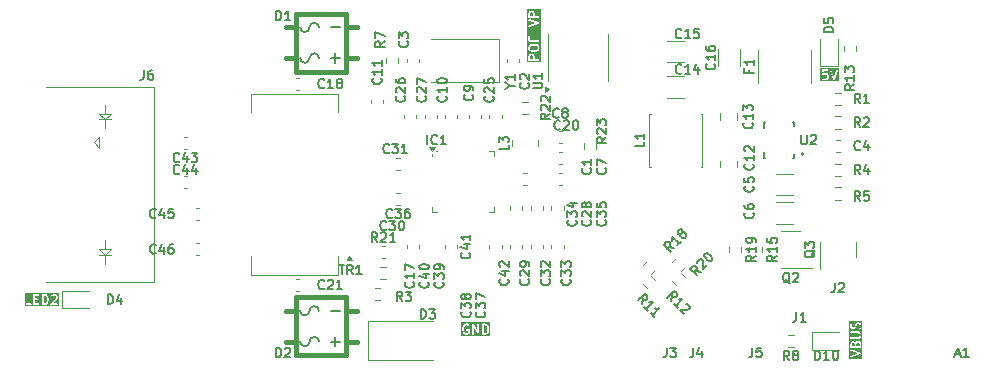
<source format=gto>
%TF.GenerationSoftware,KiCad,Pcbnew,8.0.7*%
%TF.CreationDate,2024-12-30T22:20:21-08:00*%
%TF.ProjectId,pizero-papoe,70697a65-726f-42d7-9061-706f652e6b69,0.1*%
%TF.SameCoordinates,PX652f520PY4a19ba0*%
%TF.FileFunction,Legend,Top*%
%TF.FilePolarity,Positive*%
%FSLAX46Y46*%
G04 Gerber Fmt 4.6, Leading zero omitted, Abs format (unit mm)*
G04 Created by KiCad (PCBNEW 8.0.7) date 2024-12-30 22:20:21*
%MOMM*%
%LPD*%
G01*
G04 APERTURE LIST*
%ADD10C,0.150000*%
%ADD11C,0.120000*%
%ADD12C,0.381000*%
%ADD13C,0.127000*%
%ADD14C,0.200000*%
G04 APERTURE END LIST*
D10*
G36*
X56854630Y-28455812D02*
G01*
X56875512Y-28476694D01*
X56900247Y-28526163D01*
X56900247Y-28700125D01*
X56669295Y-28700125D01*
X56669295Y-28526163D01*
X56694029Y-28476694D01*
X56714911Y-28455812D01*
X56764381Y-28431078D01*
X56805161Y-28431078D01*
X56854630Y-28455812D01*
G37*
G36*
X57273676Y-28417716D02*
G01*
X57294561Y-28438600D01*
X57319295Y-28488068D01*
X57319295Y-28700125D01*
X57050247Y-28700125D01*
X57050247Y-28520628D01*
X57078893Y-28434687D01*
X57095863Y-28417717D01*
X57145334Y-28392982D01*
X57224208Y-28392982D01*
X57273676Y-28417716D01*
G37*
G36*
X57558184Y-29738425D02*
G01*
X56430406Y-29738425D01*
X56430406Y-29032412D01*
X56519884Y-29032412D01*
X56521959Y-29061602D01*
X56535045Y-29087775D01*
X56557153Y-29106949D01*
X56570578Y-29112943D01*
X57157124Y-29308458D01*
X56570578Y-29503974D01*
X56557152Y-29509968D01*
X56535045Y-29529142D01*
X56521959Y-29555315D01*
X56519884Y-29584505D01*
X56529138Y-29612268D01*
X56548312Y-29634375D01*
X56574485Y-29647461D01*
X56603675Y-29649536D01*
X56618012Y-29646276D01*
X57418012Y-29379609D01*
X57431437Y-29373615D01*
X57435482Y-29370106D01*
X57440279Y-29367708D01*
X57446443Y-29360599D01*
X57453545Y-29354441D01*
X57455940Y-29349649D01*
X57459452Y-29345601D01*
X57462426Y-29336677D01*
X57466631Y-29328268D01*
X57467010Y-29322923D01*
X57468706Y-29317838D01*
X57468039Y-29308455D01*
X57468706Y-29299078D01*
X57467011Y-29293995D01*
X57466632Y-29288648D01*
X57462425Y-29280234D01*
X57459452Y-29271315D01*
X57455941Y-29267267D01*
X57453545Y-29262475D01*
X57446440Y-29256312D01*
X57440278Y-29249208D01*
X57435486Y-29246812D01*
X57431438Y-29243301D01*
X57418012Y-29237307D01*
X56618012Y-28970641D01*
X56603675Y-28967381D01*
X56574485Y-28969456D01*
X56548312Y-28982542D01*
X56529138Y-29004650D01*
X56519884Y-29032412D01*
X56430406Y-29032412D01*
X56430406Y-28508459D01*
X56519295Y-28508459D01*
X56519295Y-28775125D01*
X56520736Y-28789757D01*
X56531935Y-28816793D01*
X56552627Y-28837485D01*
X56579663Y-28848684D01*
X56594295Y-28850125D01*
X57394295Y-28850125D01*
X57408927Y-28848684D01*
X57435963Y-28837485D01*
X57456655Y-28816793D01*
X57467854Y-28789757D01*
X57469295Y-28775125D01*
X57469295Y-28470363D01*
X57467854Y-28455731D01*
X57466822Y-28453241D01*
X57466632Y-28450554D01*
X57461377Y-28436822D01*
X57423282Y-28360632D01*
X57419318Y-28354334D01*
X57418560Y-28352504D01*
X57416869Y-28350444D01*
X57415450Y-28348189D01*
X57413952Y-28346890D01*
X57409232Y-28341139D01*
X57371136Y-28303044D01*
X57365384Y-28298323D01*
X57364088Y-28296829D01*
X57361834Y-28295410D01*
X57359771Y-28293717D01*
X57357939Y-28292958D01*
X57351645Y-28288996D01*
X57275456Y-28250900D01*
X57261724Y-28245645D01*
X57259034Y-28245453D01*
X57256546Y-28244423D01*
X57241914Y-28242982D01*
X57127628Y-28242982D01*
X57112996Y-28244423D01*
X57110504Y-28245455D01*
X57107818Y-28245646D01*
X57094086Y-28250901D01*
X57017896Y-28288996D01*
X57011601Y-28292958D01*
X57009771Y-28293717D01*
X57007708Y-28295409D01*
X57005454Y-28296829D01*
X57004157Y-28298323D01*
X56998406Y-28303044D01*
X56960310Y-28341139D01*
X56956604Y-28345654D01*
X56952090Y-28341140D01*
X56946340Y-28336421D01*
X56945041Y-28334923D01*
X56942781Y-28333501D01*
X56940725Y-28331813D01*
X56938897Y-28331055D01*
X56932598Y-28327091D01*
X56856407Y-28288996D01*
X56842675Y-28283741D01*
X56839987Y-28283550D01*
X56837498Y-28282519D01*
X56822866Y-28281078D01*
X56746676Y-28281078D01*
X56732044Y-28282519D01*
X56729554Y-28283550D01*
X56726867Y-28283741D01*
X56713135Y-28288996D01*
X56636944Y-28327091D01*
X56630644Y-28331055D01*
X56628817Y-28331813D01*
X56626760Y-28333501D01*
X56624501Y-28334923D01*
X56623201Y-28336421D01*
X56617452Y-28341140D01*
X56579357Y-28379235D01*
X56574638Y-28384984D01*
X56573140Y-28386284D01*
X56571718Y-28388543D01*
X56570030Y-28390600D01*
X56569272Y-28392427D01*
X56565308Y-28398727D01*
X56527213Y-28474918D01*
X56521958Y-28488650D01*
X56521767Y-28491337D01*
X56520736Y-28493827D01*
X56519295Y-28508459D01*
X56430406Y-28508459D01*
X56430406Y-27503350D01*
X56520736Y-27503350D01*
X56520736Y-27532614D01*
X56531935Y-27559650D01*
X56552627Y-27580342D01*
X56579663Y-27591541D01*
X56594295Y-27592982D01*
X57224208Y-27592982D01*
X57273676Y-27617716D01*
X57294561Y-27638600D01*
X57319295Y-27688068D01*
X57319295Y-27805039D01*
X57294561Y-27854507D01*
X57273677Y-27875390D01*
X57224209Y-27900125D01*
X56594295Y-27900125D01*
X56579663Y-27901566D01*
X56552627Y-27912765D01*
X56531935Y-27933457D01*
X56520736Y-27960493D01*
X56520736Y-27989757D01*
X56531935Y-28016793D01*
X56552627Y-28037485D01*
X56579663Y-28048684D01*
X56594295Y-28050125D01*
X57241914Y-28050125D01*
X57256546Y-28048684D01*
X57259035Y-28047652D01*
X57261723Y-28047462D01*
X57275455Y-28042207D01*
X57351645Y-28004112D01*
X57357941Y-28000148D01*
X57359771Y-27999391D01*
X57361829Y-27997701D01*
X57364088Y-27996280D01*
X57365387Y-27994781D01*
X57371136Y-27990064D01*
X57409232Y-27951969D01*
X57413952Y-27946217D01*
X57415450Y-27944919D01*
X57416869Y-27942663D01*
X57418560Y-27940604D01*
X57419318Y-27938773D01*
X57423282Y-27932476D01*
X57461377Y-27856285D01*
X57466632Y-27842553D01*
X57466822Y-27839865D01*
X57467854Y-27837376D01*
X57469295Y-27822744D01*
X57469295Y-27670363D01*
X57467854Y-27655731D01*
X57466822Y-27653241D01*
X57466632Y-27650554D01*
X57461377Y-27636822D01*
X57423282Y-27560632D01*
X57419318Y-27554334D01*
X57418560Y-27552504D01*
X57416869Y-27550444D01*
X57415450Y-27548189D01*
X57413952Y-27546890D01*
X57409232Y-27541139D01*
X57371136Y-27503044D01*
X57365384Y-27498323D01*
X57364088Y-27496829D01*
X57361834Y-27495410D01*
X57359771Y-27493717D01*
X57357939Y-27492958D01*
X57351645Y-27488996D01*
X57275456Y-27450900D01*
X57261724Y-27445645D01*
X57259034Y-27445453D01*
X57256546Y-27444423D01*
X57241914Y-27442982D01*
X56594295Y-27442982D01*
X56579663Y-27444423D01*
X56552627Y-27455622D01*
X56531935Y-27476314D01*
X56520736Y-27503350D01*
X56430406Y-27503350D01*
X56430406Y-26832268D01*
X56519295Y-26832268D01*
X56519295Y-27022745D01*
X56520736Y-27037377D01*
X56521767Y-27039866D01*
X56521958Y-27042554D01*
X56527213Y-27056286D01*
X56565308Y-27132476D01*
X56569272Y-27138775D01*
X56570030Y-27140603D01*
X56571718Y-27142659D01*
X56573140Y-27144919D01*
X56574638Y-27146218D01*
X56579357Y-27151968D01*
X56617452Y-27190063D01*
X56623204Y-27194783D01*
X56624501Y-27196279D01*
X56626755Y-27197698D01*
X56628817Y-27199390D01*
X56630647Y-27200148D01*
X56636944Y-27204112D01*
X56713134Y-27242208D01*
X56726866Y-27247463D01*
X56729555Y-27247654D01*
X56732044Y-27248685D01*
X56746676Y-27250126D01*
X56822866Y-27250126D01*
X56837498Y-27248685D01*
X56839986Y-27247654D01*
X56842676Y-27247463D01*
X56856407Y-27242208D01*
X56932598Y-27204112D01*
X56938894Y-27200148D01*
X56940725Y-27199390D01*
X56942786Y-27197698D01*
X56945041Y-27196279D01*
X56946337Y-27194783D01*
X56952090Y-27190063D01*
X56990185Y-27151968D01*
X56994903Y-27146218D01*
X56996402Y-27144919D01*
X56997823Y-27142659D01*
X56999512Y-27140603D01*
X57000269Y-27138775D01*
X57004234Y-27132476D01*
X57042329Y-27056286D01*
X57042738Y-27055216D01*
X57043061Y-27054781D01*
X57045256Y-27048635D01*
X57047584Y-27042554D01*
X57047622Y-27042014D01*
X57048008Y-27040935D01*
X57084106Y-26896540D01*
X57113077Y-26838599D01*
X57133960Y-26817717D01*
X57183428Y-26792983D01*
X57224209Y-26792983D01*
X57273677Y-26817717D01*
X57294561Y-26838600D01*
X57319295Y-26888068D01*
X57319295Y-27048670D01*
X57285049Y-27151409D01*
X57281789Y-27165746D01*
X57283864Y-27194936D01*
X57296950Y-27221109D01*
X57319058Y-27240283D01*
X57346820Y-27249537D01*
X57376010Y-27247462D01*
X57402183Y-27234376D01*
X57421357Y-27212268D01*
X57427351Y-27198843D01*
X57465446Y-27084557D01*
X57467095Y-27077303D01*
X57467854Y-27075472D01*
X57468115Y-27072817D01*
X57468706Y-27070220D01*
X57468565Y-27068245D01*
X57469295Y-27060840D01*
X57469295Y-26870364D01*
X57467854Y-26855732D01*
X57466822Y-26853242D01*
X57466632Y-26850555D01*
X57461377Y-26836823D01*
X57423282Y-26760632D01*
X57419318Y-26754334D01*
X57418560Y-26752504D01*
X57416869Y-26750444D01*
X57415450Y-26748189D01*
X57413952Y-26746890D01*
X57409232Y-26741139D01*
X57371136Y-26703044D01*
X57365387Y-26698326D01*
X57364088Y-26696828D01*
X57361829Y-26695406D01*
X57359771Y-26693717D01*
X57357941Y-26692959D01*
X57351645Y-26688996D01*
X57275455Y-26650901D01*
X57261723Y-26645646D01*
X57259035Y-26645455D01*
X57256546Y-26644424D01*
X57241914Y-26642983D01*
X57165723Y-26642983D01*
X57151091Y-26644424D01*
X57148601Y-26645455D01*
X57145914Y-26645646D01*
X57132182Y-26650901D01*
X57055992Y-26688996D01*
X57049692Y-26692960D01*
X57047865Y-26693718D01*
X57045808Y-26695406D01*
X57043549Y-26696828D01*
X57042249Y-26698326D01*
X57036500Y-26703045D01*
X56998405Y-26741140D01*
X56993684Y-26746892D01*
X56992189Y-26748189D01*
X56990769Y-26750443D01*
X56989078Y-26752505D01*
X56988319Y-26754335D01*
X56984356Y-26760632D01*
X56946260Y-26836823D01*
X56945850Y-26837892D01*
X56945528Y-26838328D01*
X56943335Y-26844464D01*
X56941005Y-26850554D01*
X56940966Y-26851094D01*
X56940581Y-26852174D01*
X56904482Y-26996569D01*
X56875513Y-27054508D01*
X56854630Y-27075390D01*
X56805161Y-27100126D01*
X56764381Y-27100126D01*
X56714912Y-27075391D01*
X56694029Y-27054508D01*
X56669295Y-27005040D01*
X56669295Y-26844438D01*
X56703541Y-26741700D01*
X56706801Y-26727363D01*
X56704726Y-26698173D01*
X56691640Y-26672000D01*
X56669533Y-26652826D01*
X56641770Y-26643572D01*
X56612580Y-26645647D01*
X56586407Y-26658733D01*
X56567233Y-26680840D01*
X56561239Y-26694266D01*
X56523144Y-26808551D01*
X56521494Y-26815804D01*
X56520736Y-26817636D01*
X56520474Y-26820290D01*
X56519884Y-26822888D01*
X56520024Y-26824862D01*
X56519295Y-26832268D01*
X56430406Y-26832268D01*
X56430406Y-26554094D01*
X57558184Y-26554094D01*
X57558184Y-29738425D01*
G37*
G36*
X-11575163Y-24447942D02*
G01*
X-11520099Y-24503006D01*
X-11491129Y-24560945D01*
X-11457268Y-24696387D01*
X-11457268Y-24792202D01*
X-11491129Y-24927643D01*
X-11520099Y-24985582D01*
X-11575164Y-25040648D01*
X-11661105Y-25069295D01*
X-11764411Y-25069295D01*
X-11764411Y-24419295D01*
X-11661105Y-24419295D01*
X-11575163Y-24447942D01*
G37*
G36*
X-10456475Y-25308184D02*
G01*
X-13374729Y-25308184D01*
X-13374729Y-24344295D01*
X-13285840Y-24344295D01*
X-13285840Y-25144295D01*
X-13284399Y-25158926D01*
X-13284399Y-25158927D01*
X-13273200Y-25185963D01*
X-13252508Y-25206655D01*
X-13225472Y-25217854D01*
X-13210840Y-25219295D01*
X-12829888Y-25219295D01*
X-12815256Y-25217854D01*
X-12788220Y-25206655D01*
X-12767528Y-25185963D01*
X-12756329Y-25158927D01*
X-12756329Y-25129663D01*
X-12767528Y-25102627D01*
X-12788220Y-25081935D01*
X-12815256Y-25070736D01*
X-12829888Y-25069295D01*
X-13135840Y-25069295D01*
X-13135840Y-24344295D01*
X-12638221Y-24344295D01*
X-12638221Y-25144295D01*
X-12636780Y-25158926D01*
X-12636780Y-25158927D01*
X-12625581Y-25185963D01*
X-12604889Y-25206655D01*
X-12577853Y-25217854D01*
X-12563221Y-25219295D01*
X-12182269Y-25219295D01*
X-12167637Y-25217854D01*
X-12140601Y-25206655D01*
X-12119909Y-25185963D01*
X-12108710Y-25158927D01*
X-12108710Y-25129663D01*
X-12119909Y-25102627D01*
X-12140601Y-25081935D01*
X-12167637Y-25070736D01*
X-12182269Y-25069295D01*
X-12488221Y-25069295D01*
X-12488221Y-24800247D01*
X-12296555Y-24800247D01*
X-12281923Y-24798806D01*
X-12254887Y-24787607D01*
X-12234195Y-24766915D01*
X-12222996Y-24739879D01*
X-12222996Y-24710615D01*
X-12234195Y-24683579D01*
X-12254887Y-24662887D01*
X-12281923Y-24651688D01*
X-12296555Y-24650247D01*
X-12488221Y-24650247D01*
X-12488221Y-24419295D01*
X-12182269Y-24419295D01*
X-12167637Y-24417854D01*
X-12140601Y-24406655D01*
X-12119909Y-24385963D01*
X-12108710Y-24358927D01*
X-12108710Y-24344295D01*
X-11914411Y-24344295D01*
X-11914411Y-25144295D01*
X-11912970Y-25158926D01*
X-11912970Y-25158927D01*
X-11901771Y-25185963D01*
X-11881079Y-25206655D01*
X-11854043Y-25217854D01*
X-11839411Y-25219295D01*
X-11648935Y-25219295D01*
X-11641530Y-25218565D01*
X-11639555Y-25218706D01*
X-11636958Y-25218115D01*
X-11634303Y-25217854D01*
X-11632472Y-25217095D01*
X-11625218Y-25215446D01*
X-11510932Y-25177351D01*
X-11497507Y-25171357D01*
X-11495472Y-25169591D01*
X-11492981Y-25168560D01*
X-11481616Y-25159233D01*
X-11452046Y-25129663D01*
X-11189161Y-25129663D01*
X-11189161Y-25158927D01*
X-11177962Y-25185963D01*
X-11157270Y-25206655D01*
X-11130234Y-25217854D01*
X-11115602Y-25219295D01*
X-10620364Y-25219295D01*
X-10605732Y-25217854D01*
X-10578696Y-25206655D01*
X-10558004Y-25185963D01*
X-10546805Y-25158927D01*
X-10546805Y-25129663D01*
X-10558004Y-25102627D01*
X-10578696Y-25081935D01*
X-10605732Y-25070736D01*
X-10620364Y-25069295D01*
X-10934536Y-25069295D01*
X-10605426Y-24740185D01*
X-10596098Y-24728820D01*
X-10595066Y-24726327D01*
X-10593302Y-24724294D01*
X-10587308Y-24710869D01*
X-10549213Y-24596583D01*
X-10547564Y-24589329D01*
X-10546805Y-24587498D01*
X-10546544Y-24584843D01*
X-10545953Y-24582246D01*
X-10546094Y-24580271D01*
X-10545364Y-24572866D01*
X-10545364Y-24496676D01*
X-10546805Y-24482044D01*
X-10547837Y-24479554D01*
X-10548027Y-24476867D01*
X-10553282Y-24463135D01*
X-10591377Y-24386944D01*
X-10595342Y-24380644D01*
X-10596099Y-24378817D01*
X-10597788Y-24376760D01*
X-10599209Y-24374501D01*
X-10600708Y-24373201D01*
X-10605426Y-24367452D01*
X-10643521Y-24329357D01*
X-10649271Y-24324638D01*
X-10650570Y-24323140D01*
X-10652830Y-24321718D01*
X-10654886Y-24320030D01*
X-10656714Y-24319272D01*
X-10663013Y-24315308D01*
X-10739204Y-24277213D01*
X-10752936Y-24271958D01*
X-10755624Y-24271767D01*
X-10758113Y-24270736D01*
X-10772745Y-24269295D01*
X-10963221Y-24269295D01*
X-10977853Y-24270736D01*
X-10980343Y-24271767D01*
X-10983030Y-24271958D01*
X-10996762Y-24277213D01*
X-11072952Y-24315308D01*
X-11079249Y-24319271D01*
X-11081078Y-24320029D01*
X-11083137Y-24321718D01*
X-11085395Y-24323140D01*
X-11086695Y-24324638D01*
X-11092443Y-24329356D01*
X-11130539Y-24367451D01*
X-11139867Y-24378817D01*
X-11151066Y-24405853D01*
X-11151066Y-24435115D01*
X-11139868Y-24462152D01*
X-11119175Y-24482845D01*
X-11092139Y-24494044D01*
X-11062877Y-24494044D01*
X-11035840Y-24482846D01*
X-11024475Y-24473519D01*
X-10994985Y-24444029D01*
X-10945516Y-24419295D01*
X-10790450Y-24419295D01*
X-10740981Y-24444029D01*
X-10720099Y-24464911D01*
X-10695364Y-24514380D01*
X-10695364Y-24560696D01*
X-10724012Y-24646638D01*
X-11168635Y-25091262D01*
X-11177962Y-25102627D01*
X-11189161Y-25129663D01*
X-11452046Y-25129663D01*
X-11405425Y-25083041D01*
X-11400708Y-25077292D01*
X-11399209Y-25075993D01*
X-11397788Y-25073734D01*
X-11396098Y-25071676D01*
X-11395341Y-25069846D01*
X-11391377Y-25063550D01*
X-11353282Y-24987360D01*
X-11352873Y-24986290D01*
X-11352550Y-24985855D01*
X-11350352Y-24979703D01*
X-11348027Y-24973628D01*
X-11347989Y-24973089D01*
X-11347603Y-24972010D01*
X-11309507Y-24819628D01*
X-11309132Y-24817091D01*
X-11308709Y-24816070D01*
X-11308167Y-24810557D01*
X-11307357Y-24805084D01*
X-11307520Y-24803991D01*
X-11307268Y-24801438D01*
X-11307268Y-24687152D01*
X-11307520Y-24684598D01*
X-11307357Y-24683506D01*
X-11308167Y-24678032D01*
X-11308709Y-24672520D01*
X-11309132Y-24671498D01*
X-11309507Y-24668962D01*
X-11347603Y-24516580D01*
X-11347989Y-24515500D01*
X-11348027Y-24514962D01*
X-11350352Y-24508886D01*
X-11352550Y-24502735D01*
X-11352873Y-24502299D01*
X-11353282Y-24501230D01*
X-11391377Y-24425039D01*
X-11395340Y-24418744D01*
X-11396098Y-24416912D01*
X-11397790Y-24414850D01*
X-11399209Y-24412596D01*
X-11400706Y-24411297D01*
X-11405426Y-24405547D01*
X-11481616Y-24329357D01*
X-11492981Y-24320030D01*
X-11495472Y-24318998D01*
X-11497507Y-24317233D01*
X-11510932Y-24311239D01*
X-11625218Y-24273144D01*
X-11632472Y-24271494D01*
X-11634303Y-24270736D01*
X-11636958Y-24270474D01*
X-11639555Y-24269884D01*
X-11641530Y-24270024D01*
X-11648935Y-24269295D01*
X-11839411Y-24269295D01*
X-11854043Y-24270736D01*
X-11881079Y-24281935D01*
X-11901771Y-24302627D01*
X-11912970Y-24329663D01*
X-11914411Y-24344295D01*
X-12108710Y-24344295D01*
X-12108710Y-24329663D01*
X-12119909Y-24302627D01*
X-12140601Y-24281935D01*
X-12167637Y-24270736D01*
X-12182269Y-24269295D01*
X-12563221Y-24269295D01*
X-12577853Y-24270736D01*
X-12604889Y-24281935D01*
X-12625581Y-24302627D01*
X-12636780Y-24329663D01*
X-12638221Y-24344295D01*
X-13135840Y-24344295D01*
X-13137281Y-24329663D01*
X-13148480Y-24302627D01*
X-13169172Y-24281935D01*
X-13196208Y-24270736D01*
X-13225472Y-24270736D01*
X-13252508Y-24281935D01*
X-13273200Y-24302627D01*
X-13284399Y-24329663D01*
X-13285840Y-24344295D01*
X-13374729Y-24344295D01*
X-13374729Y-24180406D01*
X-10456475Y-24180406D01*
X-10456475Y-25308184D01*
G37*
G36*
X29642725Y-4103431D02*
G01*
X29663608Y-4124314D01*
X29688342Y-4173782D01*
X29688342Y-4385839D01*
X29419295Y-4385839D01*
X29419295Y-4173782D01*
X29444029Y-4124314D01*
X29464912Y-4103430D01*
X29514381Y-4078696D01*
X29593256Y-4078696D01*
X29642725Y-4103431D01*
G37*
G36*
X29991665Y-3271418D02*
G01*
X30044561Y-3324314D01*
X30069295Y-3373782D01*
X30069295Y-3490753D01*
X30044560Y-3540221D01*
X29991665Y-3593116D01*
X29868393Y-3623935D01*
X29620196Y-3623935D01*
X29496923Y-3593116D01*
X29444029Y-3540222D01*
X29419295Y-3490753D01*
X29419295Y-3373782D01*
X29444029Y-3324313D01*
X29496923Y-3271418D01*
X29620195Y-3240601D01*
X29868394Y-3240601D01*
X29991665Y-3271418D01*
G37*
G36*
X29642725Y-446288D02*
G01*
X29663608Y-467171D01*
X29688342Y-516639D01*
X29688342Y-728696D01*
X29419295Y-728696D01*
X29419295Y-516639D01*
X29444029Y-467171D01*
X29464912Y-446287D01*
X29514381Y-421553D01*
X29593256Y-421553D01*
X29642725Y-446288D01*
G37*
G36*
X30384374Y-4624728D02*
G01*
X29180406Y-4624728D01*
X29180406Y-4156077D01*
X29269295Y-4156077D01*
X29269295Y-4460839D01*
X29270736Y-4475471D01*
X29281935Y-4502507D01*
X29302627Y-4523199D01*
X29329663Y-4534398D01*
X29344295Y-4535839D01*
X30144295Y-4535839D01*
X30158927Y-4534398D01*
X30185963Y-4523199D01*
X30206655Y-4502507D01*
X30217854Y-4475471D01*
X30217854Y-4446207D01*
X30206655Y-4419171D01*
X30185963Y-4398479D01*
X30158927Y-4387280D01*
X30144295Y-4385839D01*
X29838342Y-4385839D01*
X29838342Y-4156077D01*
X29836901Y-4141445D01*
X29835869Y-4138955D01*
X29835679Y-4136268D01*
X29830424Y-4122536D01*
X29792329Y-4046346D01*
X29788364Y-4040046D01*
X29787607Y-4038219D01*
X29785918Y-4036162D01*
X29784497Y-4033903D01*
X29782998Y-4032603D01*
X29778280Y-4026854D01*
X29740185Y-3988759D01*
X29734432Y-3984038D01*
X29733136Y-3982543D01*
X29730881Y-3981123D01*
X29728820Y-3979432D01*
X29726989Y-3978673D01*
X29720693Y-3974710D01*
X29644502Y-3936614D01*
X29630771Y-3931359D01*
X29628081Y-3931167D01*
X29625593Y-3930137D01*
X29610961Y-3928696D01*
X29496676Y-3928696D01*
X29482044Y-3930137D01*
X29479555Y-3931167D01*
X29476866Y-3931359D01*
X29463134Y-3936614D01*
X29386944Y-3974710D01*
X29380647Y-3978673D01*
X29378817Y-3979432D01*
X29376755Y-3981123D01*
X29374501Y-3982543D01*
X29373204Y-3984038D01*
X29367452Y-3988759D01*
X29329357Y-4026854D01*
X29324638Y-4032603D01*
X29323140Y-4033903D01*
X29321718Y-4036162D01*
X29320030Y-4038219D01*
X29319272Y-4040046D01*
X29315308Y-4046346D01*
X29277213Y-4122536D01*
X29271958Y-4136268D01*
X29271767Y-4138955D01*
X29270736Y-4141445D01*
X29269295Y-4156077D01*
X29180406Y-4156077D01*
X29180406Y-3356077D01*
X29269295Y-3356077D01*
X29269295Y-3508458D01*
X29270736Y-3523090D01*
X29271767Y-3525579D01*
X29271958Y-3528267D01*
X29277213Y-3541999D01*
X29315308Y-3618190D01*
X29319272Y-3624489D01*
X29320030Y-3626317D01*
X29321718Y-3628373D01*
X29323140Y-3630633D01*
X29324638Y-3631932D01*
X29329357Y-3637682D01*
X29405547Y-3713872D01*
X29416912Y-3723200D01*
X29422064Y-3725334D01*
X29426544Y-3728653D01*
X29440389Y-3733600D01*
X29592771Y-3771696D01*
X29595307Y-3772071D01*
X29596329Y-3772494D01*
X29601841Y-3773036D01*
X29607315Y-3773846D01*
X29608407Y-3773683D01*
X29610961Y-3773935D01*
X29877628Y-3773935D01*
X29880181Y-3773683D01*
X29881274Y-3773846D01*
X29886748Y-3773036D01*
X29892260Y-3772494D01*
X29893280Y-3772071D01*
X29895819Y-3771696D01*
X30048200Y-3733600D01*
X30062045Y-3728653D01*
X30066525Y-3725333D01*
X30071676Y-3723200D01*
X30083042Y-3713872D01*
X30159233Y-3637682D01*
X30163951Y-3631932D01*
X30165450Y-3630633D01*
X30166871Y-3628373D01*
X30168560Y-3626317D01*
X30169317Y-3624489D01*
X30173282Y-3618190D01*
X30211377Y-3541999D01*
X30216632Y-3528267D01*
X30216822Y-3525579D01*
X30217854Y-3523090D01*
X30219295Y-3508458D01*
X30219295Y-3356077D01*
X30217854Y-3341445D01*
X30216822Y-3338955D01*
X30216632Y-3336268D01*
X30211377Y-3322536D01*
X30173282Y-3246346D01*
X30169317Y-3240046D01*
X30168560Y-3238219D01*
X30166871Y-3236162D01*
X30165450Y-3233903D01*
X30163951Y-3232603D01*
X30159233Y-3226854D01*
X30083042Y-3150663D01*
X30071677Y-3141336D01*
X30066526Y-3139202D01*
X30062045Y-3135882D01*
X30048199Y-3130935D01*
X29895818Y-3092840D01*
X29893281Y-3092465D01*
X29892260Y-3092042D01*
X29886745Y-3091498D01*
X29881273Y-3090690D01*
X29880181Y-3090852D01*
X29877628Y-3090601D01*
X29610961Y-3090601D01*
X29608411Y-3090852D01*
X29607316Y-3090689D01*
X29601831Y-3091500D01*
X29596329Y-3092042D01*
X29595308Y-3092464D01*
X29592771Y-3092840D01*
X29440390Y-3130935D01*
X29426544Y-3135882D01*
X29422063Y-3139202D01*
X29416912Y-3141336D01*
X29405547Y-3150663D01*
X29329357Y-3226854D01*
X29324638Y-3232603D01*
X29323140Y-3233903D01*
X29321718Y-3236161D01*
X29320029Y-3238220D01*
X29319271Y-3240049D01*
X29315308Y-3246346D01*
X29277213Y-3322536D01*
X29271958Y-3336268D01*
X29271767Y-3338955D01*
X29270736Y-3341445D01*
X29269295Y-3356077D01*
X29180406Y-3356077D01*
X29180406Y-2441792D01*
X29269295Y-2441792D01*
X29269295Y-2822744D01*
X29270736Y-2837376D01*
X29281935Y-2864412D01*
X29302627Y-2885104D01*
X29329663Y-2896303D01*
X29344295Y-2897744D01*
X30144295Y-2897744D01*
X30158927Y-2896303D01*
X30185963Y-2885104D01*
X30206655Y-2864412D01*
X30217854Y-2837376D01*
X30219295Y-2822744D01*
X30219295Y-2441792D01*
X30217854Y-2427160D01*
X30206655Y-2400124D01*
X30185963Y-2379432D01*
X30158927Y-2368233D01*
X30129663Y-2368233D01*
X30102627Y-2379432D01*
X30081935Y-2400124D01*
X30070736Y-2427160D01*
X30069295Y-2441792D01*
X30069295Y-2747744D01*
X29800247Y-2747744D01*
X29800247Y-2556078D01*
X29798806Y-2541446D01*
X29787607Y-2514410D01*
X29766915Y-2493718D01*
X29739879Y-2482519D01*
X29710615Y-2482519D01*
X29683579Y-2493718D01*
X29662887Y-2514410D01*
X29651688Y-2541446D01*
X29650247Y-2556078D01*
X29650247Y-2747744D01*
X29419295Y-2747744D01*
X29419295Y-2441792D01*
X29417854Y-2427160D01*
X29406655Y-2400124D01*
X29385963Y-2379432D01*
X29358927Y-2368233D01*
X29329663Y-2368233D01*
X29302627Y-2379432D01*
X29281935Y-2400124D01*
X29270736Y-2427160D01*
X29269295Y-2441792D01*
X29180406Y-2441792D01*
X29180406Y-1679887D01*
X30145485Y-1679887D01*
X30145485Y-2289411D01*
X30146926Y-2304043D01*
X30158125Y-2331079D01*
X30178817Y-2351771D01*
X30205853Y-2362970D01*
X30235117Y-2362970D01*
X30262153Y-2351771D01*
X30282845Y-2331079D01*
X30294044Y-2304043D01*
X30295485Y-2289411D01*
X30295485Y-1679887D01*
X30294044Y-1665255D01*
X30282845Y-1638219D01*
X30262153Y-1617527D01*
X30235117Y-1606328D01*
X30205853Y-1606328D01*
X30178817Y-1617527D01*
X30158125Y-1638219D01*
X30146926Y-1665255D01*
X30145485Y-1679887D01*
X29180406Y-1679887D01*
X29180406Y-1060983D01*
X29269884Y-1060983D01*
X29271959Y-1090173D01*
X29285045Y-1116346D01*
X29307153Y-1135520D01*
X29320578Y-1141514D01*
X29907124Y-1337029D01*
X29320578Y-1532545D01*
X29307152Y-1538539D01*
X29285045Y-1557713D01*
X29271959Y-1583886D01*
X29269884Y-1613076D01*
X29279138Y-1640839D01*
X29298312Y-1662946D01*
X29324485Y-1676032D01*
X29353675Y-1678107D01*
X29368012Y-1674847D01*
X30168012Y-1408180D01*
X30181437Y-1402186D01*
X30185482Y-1398677D01*
X30190279Y-1396279D01*
X30196443Y-1389170D01*
X30203545Y-1383012D01*
X30205940Y-1378220D01*
X30209452Y-1374172D01*
X30212426Y-1365248D01*
X30216631Y-1356839D01*
X30217010Y-1351494D01*
X30218706Y-1346409D01*
X30218039Y-1337026D01*
X30218706Y-1327649D01*
X30217011Y-1322566D01*
X30216632Y-1317219D01*
X30212425Y-1308805D01*
X30209452Y-1299886D01*
X30205941Y-1295838D01*
X30203545Y-1291046D01*
X30196440Y-1284883D01*
X30190278Y-1277779D01*
X30185486Y-1275383D01*
X30181438Y-1271872D01*
X30168012Y-1265878D01*
X29368012Y-999212D01*
X29353675Y-995952D01*
X29324485Y-998027D01*
X29298312Y-1011113D01*
X29279138Y-1033221D01*
X29269884Y-1060983D01*
X29180406Y-1060983D01*
X29180406Y-498934D01*
X29269295Y-498934D01*
X29269295Y-803696D01*
X29270736Y-818328D01*
X29281935Y-845364D01*
X29302627Y-866056D01*
X29329663Y-877255D01*
X29344295Y-878696D01*
X30144295Y-878696D01*
X30158927Y-877255D01*
X30185963Y-866056D01*
X30206655Y-845364D01*
X30217854Y-818328D01*
X30217854Y-789064D01*
X30206655Y-762028D01*
X30185963Y-741336D01*
X30158927Y-730137D01*
X30144295Y-728696D01*
X29838342Y-728696D01*
X29838342Y-498934D01*
X29836901Y-484302D01*
X29835869Y-481812D01*
X29835679Y-479125D01*
X29830424Y-465393D01*
X29792329Y-389203D01*
X29788364Y-382903D01*
X29787607Y-381076D01*
X29785918Y-379019D01*
X29784497Y-376760D01*
X29782998Y-375460D01*
X29778280Y-369711D01*
X29740185Y-331616D01*
X29734432Y-326895D01*
X29733136Y-325400D01*
X29730881Y-323980D01*
X29728820Y-322289D01*
X29726989Y-321530D01*
X29720693Y-317567D01*
X29644502Y-279471D01*
X29630771Y-274216D01*
X29628081Y-274024D01*
X29625593Y-272994D01*
X29610961Y-271553D01*
X29496676Y-271553D01*
X29482044Y-272994D01*
X29479555Y-274024D01*
X29476866Y-274216D01*
X29463134Y-279471D01*
X29386944Y-317567D01*
X29380647Y-321530D01*
X29378817Y-322289D01*
X29376755Y-323980D01*
X29374501Y-325400D01*
X29373204Y-326895D01*
X29367452Y-331616D01*
X29329357Y-369711D01*
X29324638Y-375460D01*
X29323140Y-376760D01*
X29321718Y-379019D01*
X29320030Y-381076D01*
X29319272Y-382903D01*
X29315308Y-389203D01*
X29277213Y-465393D01*
X29271958Y-479125D01*
X29271767Y-481812D01*
X29270736Y-484302D01*
X29269295Y-498934D01*
X29180406Y-498934D01*
X29180406Y-182664D01*
X30384374Y-182664D01*
X30384374Y-4624728D01*
G37*
G36*
X25691503Y-26947942D02*
G01*
X25746567Y-27003006D01*
X25775537Y-27060945D01*
X25809398Y-27196387D01*
X25809398Y-27292202D01*
X25775537Y-27427643D01*
X25746567Y-27485582D01*
X25691502Y-27540648D01*
X25605561Y-27569295D01*
X25502255Y-27569295D01*
X25502255Y-26919295D01*
X25605561Y-26919295D01*
X25691503Y-26947942D01*
G37*
G36*
X26048287Y-27808184D02*
G01*
X23587175Y-27808184D01*
X23587175Y-27187152D01*
X23676064Y-27187152D01*
X23676064Y-27301438D01*
X23676315Y-27303991D01*
X23676153Y-27305084D01*
X23676962Y-27310558D01*
X23677505Y-27316070D01*
X23677927Y-27317090D01*
X23678303Y-27319629D01*
X23716399Y-27472010D01*
X23716784Y-27473089D01*
X23716823Y-27473628D01*
X23719147Y-27479703D01*
X23721346Y-27485855D01*
X23721668Y-27486290D01*
X23722078Y-27487360D01*
X23760173Y-27563550D01*
X23764136Y-27569846D01*
X23764894Y-27571676D01*
X23766583Y-27573734D01*
X23768005Y-27575993D01*
X23769503Y-27577292D01*
X23774222Y-27583042D01*
X23850412Y-27659233D01*
X23861777Y-27668560D01*
X23864267Y-27669591D01*
X23866303Y-27671357D01*
X23879728Y-27677351D01*
X23994014Y-27715446D01*
X24001267Y-27717095D01*
X24003099Y-27717854D01*
X24005753Y-27718115D01*
X24008351Y-27718706D01*
X24010325Y-27718565D01*
X24017731Y-27719295D01*
X24093922Y-27719295D01*
X24101327Y-27718565D01*
X24103302Y-27718706D01*
X24105899Y-27718115D01*
X24108554Y-27717854D01*
X24110385Y-27717095D01*
X24117639Y-27715446D01*
X24231924Y-27677351D01*
X24245350Y-27671357D01*
X24247386Y-27669590D01*
X24249875Y-27668560D01*
X24261240Y-27659233D01*
X24299336Y-27621137D01*
X24308664Y-27609772D01*
X24319735Y-27583042D01*
X24319862Y-27582736D01*
X24321303Y-27568104D01*
X24321303Y-27301438D01*
X24319862Y-27286806D01*
X24308663Y-27259770D01*
X24287971Y-27239078D01*
X24260935Y-27227879D01*
X24246303Y-27226438D01*
X24093922Y-27226438D01*
X24079290Y-27227879D01*
X24052254Y-27239078D01*
X24031562Y-27259770D01*
X24020363Y-27286806D01*
X24020363Y-27316070D01*
X24031562Y-27343106D01*
X24052254Y-27363798D01*
X24079290Y-27374997D01*
X24093922Y-27376438D01*
X24171303Y-27376438D01*
X24171303Y-27537038D01*
X24167693Y-27540648D01*
X24081752Y-27569295D01*
X24029901Y-27569295D01*
X23943959Y-27540648D01*
X23888894Y-27485582D01*
X23859924Y-27427642D01*
X23826064Y-27292202D01*
X23826064Y-27196387D01*
X23859924Y-27060946D01*
X23888894Y-27003006D01*
X23943958Y-26947942D01*
X24029901Y-26919295D01*
X24114312Y-26919295D01*
X24174666Y-26949472D01*
X24188398Y-26954727D01*
X24217588Y-26956801D01*
X24245349Y-26947547D01*
X24267457Y-26928374D01*
X24280544Y-26902199D01*
X24282618Y-26873009D01*
X24273364Y-26845248D01*
X24272538Y-26844295D01*
X24514160Y-26844295D01*
X24514160Y-27644295D01*
X24515601Y-27658927D01*
X24526800Y-27685963D01*
X24547492Y-27706655D01*
X24574528Y-27717854D01*
X24603792Y-27717854D01*
X24630828Y-27706655D01*
X24651520Y-27685963D01*
X24662719Y-27658927D01*
X24664160Y-27644295D01*
X24664160Y-27126711D01*
X24981185Y-27681505D01*
X24983373Y-27684588D01*
X24983943Y-27685963D01*
X24985342Y-27687362D01*
X24989695Y-27693495D01*
X24997583Y-27699603D01*
X25004635Y-27706655D01*
X25009053Y-27708485D01*
X25012833Y-27711412D01*
X25022454Y-27714036D01*
X25031671Y-27717854D01*
X25036452Y-27717854D01*
X25041064Y-27719112D01*
X25050961Y-27717854D01*
X25060935Y-27717854D01*
X25065350Y-27716024D01*
X25070094Y-27715422D01*
X25078758Y-27710471D01*
X25087971Y-27706655D01*
X25091349Y-27703276D01*
X25095503Y-27700903D01*
X25101612Y-27693013D01*
X25108663Y-27685963D01*
X25110492Y-27681546D01*
X25113420Y-27677766D01*
X25116044Y-27668142D01*
X25119862Y-27658927D01*
X25120598Y-27651444D01*
X25121120Y-27649534D01*
X25120932Y-27648058D01*
X25121303Y-27644295D01*
X25121303Y-26844295D01*
X25352255Y-26844295D01*
X25352255Y-27644295D01*
X25353696Y-27658927D01*
X25364895Y-27685963D01*
X25385587Y-27706655D01*
X25412623Y-27717854D01*
X25427255Y-27719295D01*
X25617731Y-27719295D01*
X25625136Y-27718565D01*
X25627111Y-27718706D01*
X25629708Y-27718115D01*
X25632363Y-27717854D01*
X25634194Y-27717095D01*
X25641448Y-27715446D01*
X25755734Y-27677351D01*
X25769159Y-27671357D01*
X25771194Y-27669591D01*
X25773685Y-27668560D01*
X25785050Y-27659233D01*
X25861241Y-27583041D01*
X25865958Y-27577292D01*
X25867457Y-27575993D01*
X25868878Y-27573734D01*
X25870568Y-27571676D01*
X25871325Y-27569846D01*
X25875289Y-27563550D01*
X25913384Y-27487360D01*
X25913793Y-27486290D01*
X25914116Y-27485855D01*
X25916314Y-27479703D01*
X25918639Y-27473628D01*
X25918677Y-27473089D01*
X25919063Y-27472010D01*
X25957159Y-27319628D01*
X25957534Y-27317091D01*
X25957957Y-27316070D01*
X25958499Y-27310557D01*
X25959309Y-27305084D01*
X25959146Y-27303991D01*
X25959398Y-27301438D01*
X25959398Y-27187152D01*
X25959146Y-27184598D01*
X25959309Y-27183506D01*
X25958499Y-27178032D01*
X25957957Y-27172520D01*
X25957534Y-27171498D01*
X25957159Y-27168962D01*
X25919063Y-27016580D01*
X25918677Y-27015500D01*
X25918639Y-27014962D01*
X25916314Y-27008886D01*
X25914116Y-27002735D01*
X25913793Y-27002299D01*
X25913384Y-27001230D01*
X25875289Y-26925039D01*
X25871326Y-26918744D01*
X25870568Y-26916912D01*
X25868876Y-26914850D01*
X25867457Y-26912596D01*
X25865960Y-26911297D01*
X25861240Y-26905547D01*
X25785050Y-26829357D01*
X25773685Y-26820030D01*
X25771194Y-26818998D01*
X25769159Y-26817233D01*
X25755734Y-26811239D01*
X25641448Y-26773144D01*
X25634194Y-26771494D01*
X25632363Y-26770736D01*
X25629708Y-26770474D01*
X25627111Y-26769884D01*
X25625136Y-26770024D01*
X25617731Y-26769295D01*
X25427255Y-26769295D01*
X25412623Y-26770736D01*
X25385587Y-26781935D01*
X25364895Y-26802627D01*
X25353696Y-26829663D01*
X25352255Y-26844295D01*
X25121303Y-26844295D01*
X25119862Y-26829663D01*
X25108663Y-26802627D01*
X25087971Y-26781935D01*
X25060935Y-26770736D01*
X25031671Y-26770736D01*
X25004635Y-26781935D01*
X24983943Y-26802627D01*
X24972744Y-26829663D01*
X24971303Y-26844295D01*
X24971303Y-27361878D01*
X24654278Y-26807085D01*
X24652089Y-26804001D01*
X24651520Y-26802627D01*
X24650120Y-26801227D01*
X24645768Y-26795095D01*
X24637878Y-26788985D01*
X24630828Y-26781935D01*
X24626411Y-26780105D01*
X24622631Y-26777178D01*
X24613007Y-26774553D01*
X24603792Y-26770736D01*
X24599011Y-26770736D01*
X24594399Y-26769478D01*
X24584502Y-26770736D01*
X24574528Y-26770736D01*
X24570112Y-26772565D01*
X24565369Y-26773168D01*
X24556704Y-26778118D01*
X24547492Y-26781935D01*
X24544113Y-26785313D01*
X24539960Y-26787687D01*
X24533850Y-26795576D01*
X24526800Y-26802627D01*
X24524970Y-26807043D01*
X24522043Y-26810824D01*
X24519418Y-26820447D01*
X24515601Y-26829663D01*
X24514864Y-26837145D01*
X24514343Y-26839056D01*
X24514530Y-26840531D01*
X24514160Y-26844295D01*
X24272538Y-26844295D01*
X24254191Y-26823140D01*
X24241748Y-26815308D01*
X24165558Y-26777213D01*
X24151826Y-26771958D01*
X24149138Y-26771767D01*
X24146649Y-26770736D01*
X24132017Y-26769295D01*
X24017731Y-26769295D01*
X24010325Y-26770024D01*
X24008351Y-26769884D01*
X24005753Y-26770474D01*
X24003099Y-26770736D01*
X24001267Y-26771494D01*
X23994014Y-26773144D01*
X23879728Y-26811239D01*
X23866303Y-26817233D01*
X23864269Y-26818996D01*
X23861777Y-26820029D01*
X23850412Y-26829357D01*
X23774222Y-26905547D01*
X23769503Y-26911296D01*
X23768005Y-26912596D01*
X23766583Y-26914855D01*
X23764895Y-26916912D01*
X23764137Y-26918739D01*
X23760173Y-26925039D01*
X23722078Y-27001230D01*
X23721668Y-27002299D01*
X23721346Y-27002735D01*
X23719147Y-27008886D01*
X23716823Y-27014962D01*
X23716784Y-27015500D01*
X23716399Y-27016580D01*
X23678303Y-27168961D01*
X23677927Y-27171499D01*
X23677505Y-27172520D01*
X23676962Y-27178031D01*
X23676153Y-27183506D01*
X23676315Y-27184598D01*
X23676064Y-27187152D01*
X23587175Y-27187152D01*
X23587175Y-26680406D01*
X26048287Y-26680406D01*
X26048287Y-27808184D01*
G37*
G36*
X55560919Y-6276184D02*
G01*
X54015032Y-6276184D01*
X54015032Y-5700487D01*
X54103921Y-5700487D01*
X54105012Y-5704102D01*
X54105012Y-5707877D01*
X54109205Y-5718003D01*
X54112374Y-5728503D01*
X54114765Y-5731425D01*
X54116210Y-5734914D01*
X54123964Y-5742668D01*
X54130905Y-5751151D01*
X54134231Y-5752935D01*
X54136903Y-5755607D01*
X54147032Y-5759802D01*
X54156692Y-5764985D01*
X54160450Y-5765360D01*
X54163939Y-5766806D01*
X54174901Y-5766806D01*
X54185811Y-5767897D01*
X54189427Y-5766806D01*
X54193201Y-5766806D01*
X54203327Y-5762612D01*
X54213827Y-5759444D01*
X54216749Y-5757052D01*
X54220238Y-5755608D01*
X54231603Y-5746281D01*
X54261093Y-5716791D01*
X54310562Y-5692057D01*
X54465628Y-5692057D01*
X54515097Y-5716791D01*
X54535979Y-5737673D01*
X54560714Y-5787142D01*
X54560714Y-5942209D01*
X54535979Y-5991677D01*
X54515096Y-6012561D01*
X54465628Y-6037295D01*
X54310562Y-6037295D01*
X54261094Y-6012561D01*
X54231604Y-5983071D01*
X54220239Y-5973744D01*
X54193202Y-5962545D01*
X54163940Y-5962545D01*
X54136903Y-5973744D01*
X54116211Y-5994436D01*
X54105012Y-6021473D01*
X54105012Y-6050735D01*
X54116211Y-6077772D01*
X54125538Y-6089137D01*
X54163634Y-6127233D01*
X54169384Y-6131953D01*
X54170683Y-6133450D01*
X54172937Y-6134869D01*
X54174999Y-6136561D01*
X54176831Y-6137319D01*
X54183126Y-6141282D01*
X54259316Y-6179377D01*
X54273048Y-6184632D01*
X54275735Y-6184822D01*
X54278225Y-6185854D01*
X54292857Y-6187295D01*
X54483333Y-6187295D01*
X54497965Y-6185854D01*
X54500454Y-6184822D01*
X54503142Y-6184632D01*
X54516874Y-6179377D01*
X54593065Y-6141282D01*
X54599364Y-6137317D01*
X54601192Y-6136560D01*
X54603248Y-6134872D01*
X54605508Y-6133450D01*
X54606808Y-6131950D01*
X54612558Y-6127232D01*
X54650653Y-6089136D01*
X54655370Y-6083387D01*
X54656869Y-6082088D01*
X54658290Y-6079829D01*
X54659980Y-6077771D01*
X54660737Y-6075941D01*
X54664701Y-6069645D01*
X54702796Y-5993455D01*
X54708051Y-5979723D01*
X54708241Y-5977035D01*
X54709273Y-5974546D01*
X54710714Y-5959914D01*
X54710714Y-5769438D01*
X54709273Y-5754806D01*
X54708241Y-5752316D01*
X54708051Y-5749629D01*
X54702796Y-5735897D01*
X54664701Y-5659706D01*
X54660736Y-5653406D01*
X54659979Y-5651579D01*
X54658290Y-5649522D01*
X54656869Y-5647263D01*
X54655370Y-5645963D01*
X54650652Y-5640214D01*
X54612557Y-5602119D01*
X54606807Y-5597400D01*
X54605508Y-5595902D01*
X54603248Y-5594480D01*
X54601192Y-5592792D01*
X54599364Y-5592034D01*
X54593065Y-5588070D01*
X54516874Y-5549975D01*
X54503142Y-5544720D01*
X54500454Y-5544529D01*
X54497965Y-5543498D01*
X54483333Y-5542057D01*
X54292857Y-5542057D01*
X54278225Y-5543498D01*
X54275735Y-5544529D01*
X54273048Y-5544720D01*
X54268629Y-5546410D01*
X54284541Y-5387295D01*
X54597619Y-5387295D01*
X54612251Y-5385854D01*
X54639287Y-5374655D01*
X54659979Y-5353963D01*
X54671178Y-5326927D01*
X54671178Y-5321675D01*
X54789875Y-5321675D01*
X54793135Y-5336012D01*
X55059802Y-6136012D01*
X55065796Y-6149437D01*
X55069306Y-6153484D01*
X55071703Y-6158278D01*
X55078807Y-6164440D01*
X55084970Y-6171545D01*
X55089763Y-6173941D01*
X55093811Y-6177452D01*
X55102732Y-6180425D01*
X55111143Y-6184631D01*
X55116487Y-6185010D01*
X55121573Y-6186706D01*
X55130953Y-6186039D01*
X55140333Y-6186706D01*
X55145418Y-6185010D01*
X55150763Y-6184631D01*
X55159172Y-6180426D01*
X55168096Y-6177452D01*
X55172144Y-6173940D01*
X55176936Y-6171545D01*
X55183097Y-6164441D01*
X55190203Y-6158278D01*
X55192599Y-6153484D01*
X55196110Y-6149437D01*
X55202104Y-6136012D01*
X55468770Y-5336012D01*
X55472030Y-5321675D01*
X55469956Y-5292485D01*
X55456869Y-5266311D01*
X55434762Y-5247138D01*
X55406999Y-5237884D01*
X55377809Y-5239958D01*
X55351636Y-5253045D01*
X55332462Y-5275152D01*
X55326468Y-5288578D01*
X55130952Y-5875124D01*
X54935437Y-5288578D01*
X54929443Y-5275152D01*
X54910269Y-5253045D01*
X54884096Y-5239959D01*
X54854906Y-5237884D01*
X54827143Y-5247138D01*
X54805036Y-5266312D01*
X54791950Y-5292485D01*
X54789875Y-5321675D01*
X54671178Y-5321675D01*
X54671178Y-5297663D01*
X54659979Y-5270627D01*
X54639287Y-5249935D01*
X54612251Y-5238736D01*
X54597619Y-5237295D01*
X54216667Y-5237295D01*
X54211255Y-5237827D01*
X54209427Y-5237645D01*
X54207640Y-5238183D01*
X54202035Y-5238736D01*
X54191908Y-5242930D01*
X54181411Y-5246098D01*
X54178487Y-5248489D01*
X54174999Y-5249935D01*
X54167245Y-5257688D01*
X54158763Y-5264629D01*
X54156978Y-5267955D01*
X54154307Y-5270627D01*
X54150111Y-5280756D01*
X54144929Y-5290416D01*
X54143821Y-5295940D01*
X54143108Y-5297663D01*
X54143108Y-5299499D01*
X54142039Y-5304832D01*
X54103943Y-5685784D01*
X54103921Y-5700487D01*
X54015032Y-5700487D01*
X54015032Y-5148406D01*
X55560919Y-5148406D01*
X55560919Y-6276184D01*
G37*
X27731342Y-6630951D02*
X28112295Y-6630951D01*
X27312295Y-6897618D02*
X27731342Y-6630951D01*
X27731342Y-6630951D02*
X27312295Y-6364285D01*
X28112295Y-5678571D02*
X28112295Y-6135714D01*
X28112295Y-5907142D02*
X27312295Y-5907142D01*
X27312295Y-5907142D02*
X27426580Y-5983333D01*
X27426580Y-5983333D02*
X27502771Y-6059523D01*
X27502771Y-6059523D02*
X27540866Y-6135714D01*
X29286104Y-6383332D02*
X29324200Y-6421428D01*
X29324200Y-6421428D02*
X29362295Y-6535713D01*
X29362295Y-6535713D02*
X29362295Y-6611904D01*
X29362295Y-6611904D02*
X29324200Y-6726190D01*
X29324200Y-6726190D02*
X29248009Y-6802380D01*
X29248009Y-6802380D02*
X29171819Y-6840475D01*
X29171819Y-6840475D02*
X29019438Y-6878571D01*
X29019438Y-6878571D02*
X28905152Y-6878571D01*
X28905152Y-6878571D02*
X28752771Y-6840475D01*
X28752771Y-6840475D02*
X28676580Y-6802380D01*
X28676580Y-6802380D02*
X28600390Y-6726190D01*
X28600390Y-6726190D02*
X28562295Y-6611904D01*
X28562295Y-6611904D02*
X28562295Y-6535713D01*
X28562295Y-6535713D02*
X28600390Y-6421428D01*
X28600390Y-6421428D02*
X28638485Y-6383332D01*
X28638485Y-6078571D02*
X28600390Y-6040475D01*
X28600390Y-6040475D02*
X28562295Y-5964285D01*
X28562295Y-5964285D02*
X28562295Y-5773809D01*
X28562295Y-5773809D02*
X28600390Y-5697618D01*
X28600390Y-5697618D02*
X28638485Y-5659523D01*
X28638485Y-5659523D02*
X28714676Y-5621428D01*
X28714676Y-5621428D02*
X28790866Y-5621428D01*
X28790866Y-5621428D02*
X28905152Y-5659523D01*
X28905152Y-5659523D02*
X29362295Y-6116666D01*
X29362295Y-6116666D02*
X29362295Y-5621428D01*
X19036104Y-2883332D02*
X19074200Y-2921428D01*
X19074200Y-2921428D02*
X19112295Y-3035713D01*
X19112295Y-3035713D02*
X19112295Y-3111904D01*
X19112295Y-3111904D02*
X19074200Y-3226190D01*
X19074200Y-3226190D02*
X18998009Y-3302380D01*
X18998009Y-3302380D02*
X18921819Y-3340475D01*
X18921819Y-3340475D02*
X18769438Y-3378571D01*
X18769438Y-3378571D02*
X18655152Y-3378571D01*
X18655152Y-3378571D02*
X18502771Y-3340475D01*
X18502771Y-3340475D02*
X18426580Y-3302380D01*
X18426580Y-3302380D02*
X18350390Y-3226190D01*
X18350390Y-3226190D02*
X18312295Y-3111904D01*
X18312295Y-3111904D02*
X18312295Y-3035713D01*
X18312295Y-3035713D02*
X18350390Y-2921428D01*
X18350390Y-2921428D02*
X18388485Y-2883332D01*
X18312295Y-2616666D02*
X18312295Y-2121428D01*
X18312295Y-2121428D02*
X18617057Y-2388094D01*
X18617057Y-2388094D02*
X18617057Y-2273809D01*
X18617057Y-2273809D02*
X18655152Y-2197618D01*
X18655152Y-2197618D02*
X18693247Y-2159523D01*
X18693247Y-2159523D02*
X18769438Y-2121428D01*
X18769438Y-2121428D02*
X18959914Y-2121428D01*
X18959914Y-2121428D02*
X19036104Y-2159523D01*
X19036104Y-2159523D02*
X19074200Y-2197618D01*
X19074200Y-2197618D02*
X19112295Y-2273809D01*
X19112295Y-2273809D02*
X19112295Y-2502380D01*
X19112295Y-2502380D02*
X19074200Y-2578571D01*
X19074200Y-2578571D02*
X19036104Y-2616666D01*
X31866667Y-9286104D02*
X31828571Y-9324200D01*
X31828571Y-9324200D02*
X31714286Y-9362295D01*
X31714286Y-9362295D02*
X31638095Y-9362295D01*
X31638095Y-9362295D02*
X31523809Y-9324200D01*
X31523809Y-9324200D02*
X31447619Y-9248009D01*
X31447619Y-9248009D02*
X31409524Y-9171819D01*
X31409524Y-9171819D02*
X31371428Y-9019438D01*
X31371428Y-9019438D02*
X31371428Y-8905152D01*
X31371428Y-8905152D02*
X31409524Y-8752771D01*
X31409524Y-8752771D02*
X31447619Y-8676580D01*
X31447619Y-8676580D02*
X31523809Y-8600390D01*
X31523809Y-8600390D02*
X31638095Y-8562295D01*
X31638095Y-8562295D02*
X31714286Y-8562295D01*
X31714286Y-8562295D02*
X31828571Y-8600390D01*
X31828571Y-8600390D02*
X31866667Y-8638485D01*
X32323809Y-8905152D02*
X32247619Y-8867057D01*
X32247619Y-8867057D02*
X32209524Y-8828961D01*
X32209524Y-8828961D02*
X32171428Y-8752771D01*
X32171428Y-8752771D02*
X32171428Y-8714676D01*
X32171428Y-8714676D02*
X32209524Y-8638485D01*
X32209524Y-8638485D02*
X32247619Y-8600390D01*
X32247619Y-8600390D02*
X32323809Y-8562295D01*
X32323809Y-8562295D02*
X32476190Y-8562295D01*
X32476190Y-8562295D02*
X32552381Y-8600390D01*
X32552381Y-8600390D02*
X32590476Y-8638485D01*
X32590476Y-8638485D02*
X32628571Y-8714676D01*
X32628571Y-8714676D02*
X32628571Y-8752771D01*
X32628571Y-8752771D02*
X32590476Y-8828961D01*
X32590476Y-8828961D02*
X32552381Y-8867057D01*
X32552381Y-8867057D02*
X32476190Y-8905152D01*
X32476190Y-8905152D02*
X32323809Y-8905152D01*
X32323809Y-8905152D02*
X32247619Y-8943247D01*
X32247619Y-8943247D02*
X32209524Y-8981342D01*
X32209524Y-8981342D02*
X32171428Y-9057533D01*
X32171428Y-9057533D02*
X32171428Y-9209914D01*
X32171428Y-9209914D02*
X32209524Y-9286104D01*
X32209524Y-9286104D02*
X32247619Y-9324200D01*
X32247619Y-9324200D02*
X32323809Y-9362295D01*
X32323809Y-9362295D02*
X32476190Y-9362295D01*
X32476190Y-9362295D02*
X32552381Y-9324200D01*
X32552381Y-9324200D02*
X32590476Y-9286104D01*
X32590476Y-9286104D02*
X32628571Y-9209914D01*
X32628571Y-9209914D02*
X32628571Y-9057533D01*
X32628571Y-9057533D02*
X32590476Y-8981342D01*
X32590476Y-8981342D02*
X32552381Y-8943247D01*
X32552381Y-8943247D02*
X32476190Y-8905152D01*
X24536104Y-7383332D02*
X24574200Y-7421428D01*
X24574200Y-7421428D02*
X24612295Y-7535713D01*
X24612295Y-7535713D02*
X24612295Y-7611904D01*
X24612295Y-7611904D02*
X24574200Y-7726190D01*
X24574200Y-7726190D02*
X24498009Y-7802380D01*
X24498009Y-7802380D02*
X24421819Y-7840475D01*
X24421819Y-7840475D02*
X24269438Y-7878571D01*
X24269438Y-7878571D02*
X24155152Y-7878571D01*
X24155152Y-7878571D02*
X24002771Y-7840475D01*
X24002771Y-7840475D02*
X23926580Y-7802380D01*
X23926580Y-7802380D02*
X23850390Y-7726190D01*
X23850390Y-7726190D02*
X23812295Y-7611904D01*
X23812295Y-7611904D02*
X23812295Y-7535713D01*
X23812295Y-7535713D02*
X23850390Y-7421428D01*
X23850390Y-7421428D02*
X23888485Y-7383332D01*
X24612295Y-7002380D02*
X24612295Y-6849999D01*
X24612295Y-6849999D02*
X24574200Y-6773809D01*
X24574200Y-6773809D02*
X24536104Y-6735713D01*
X24536104Y-6735713D02*
X24421819Y-6659523D01*
X24421819Y-6659523D02*
X24269438Y-6621428D01*
X24269438Y-6621428D02*
X23964676Y-6621428D01*
X23964676Y-6621428D02*
X23888485Y-6659523D01*
X23888485Y-6659523D02*
X23850390Y-6697618D01*
X23850390Y-6697618D02*
X23812295Y-6773809D01*
X23812295Y-6773809D02*
X23812295Y-6926190D01*
X23812295Y-6926190D02*
X23850390Y-7002380D01*
X23850390Y-7002380D02*
X23888485Y-7040475D01*
X23888485Y-7040475D02*
X23964676Y-7078571D01*
X23964676Y-7078571D02*
X24155152Y-7078571D01*
X24155152Y-7078571D02*
X24231342Y-7040475D01*
X24231342Y-7040475D02*
X24269438Y-7002380D01*
X24269438Y-7002380D02*
X24307533Y-6926190D01*
X24307533Y-6926190D02*
X24307533Y-6773809D01*
X24307533Y-6773809D02*
X24269438Y-6697618D01*
X24269438Y-6697618D02*
X24231342Y-6659523D01*
X24231342Y-6659523D02*
X24155152Y-6621428D01*
X22286104Y-7514285D02*
X22324200Y-7552381D01*
X22324200Y-7552381D02*
X22362295Y-7666666D01*
X22362295Y-7666666D02*
X22362295Y-7742857D01*
X22362295Y-7742857D02*
X22324200Y-7857143D01*
X22324200Y-7857143D02*
X22248009Y-7933333D01*
X22248009Y-7933333D02*
X22171819Y-7971428D01*
X22171819Y-7971428D02*
X22019438Y-8009524D01*
X22019438Y-8009524D02*
X21905152Y-8009524D01*
X21905152Y-8009524D02*
X21752771Y-7971428D01*
X21752771Y-7971428D02*
X21676580Y-7933333D01*
X21676580Y-7933333D02*
X21600390Y-7857143D01*
X21600390Y-7857143D02*
X21562295Y-7742857D01*
X21562295Y-7742857D02*
X21562295Y-7666666D01*
X21562295Y-7666666D02*
X21600390Y-7552381D01*
X21600390Y-7552381D02*
X21638485Y-7514285D01*
X22362295Y-6752381D02*
X22362295Y-7209524D01*
X22362295Y-6980952D02*
X21562295Y-6980952D01*
X21562295Y-6980952D02*
X21676580Y-7057143D01*
X21676580Y-7057143D02*
X21752771Y-7133333D01*
X21752771Y-7133333D02*
X21790866Y-7209524D01*
X21562295Y-6257142D02*
X21562295Y-6180952D01*
X21562295Y-6180952D02*
X21600390Y-6104761D01*
X21600390Y-6104761D02*
X21638485Y-6066666D01*
X21638485Y-6066666D02*
X21714676Y-6028571D01*
X21714676Y-6028571D02*
X21867057Y-5990476D01*
X21867057Y-5990476D02*
X22057533Y-5990476D01*
X22057533Y-5990476D02*
X22209914Y-6028571D01*
X22209914Y-6028571D02*
X22286104Y-6066666D01*
X22286104Y-6066666D02*
X22324200Y-6104761D01*
X22324200Y-6104761D02*
X22362295Y-6180952D01*
X22362295Y-6180952D02*
X22362295Y-6257142D01*
X22362295Y-6257142D02*
X22324200Y-6333333D01*
X22324200Y-6333333D02*
X22286104Y-6371428D01*
X22286104Y-6371428D02*
X22209914Y-6409523D01*
X22209914Y-6409523D02*
X22057533Y-6447619D01*
X22057533Y-6447619D02*
X21867057Y-6447619D01*
X21867057Y-6447619D02*
X21714676Y-6409523D01*
X21714676Y-6409523D02*
X21638485Y-6371428D01*
X21638485Y-6371428D02*
X21600390Y-6333333D01*
X21600390Y-6333333D02*
X21562295Y-6257142D01*
X42235714Y-2536104D02*
X42197618Y-2574200D01*
X42197618Y-2574200D02*
X42083333Y-2612295D01*
X42083333Y-2612295D02*
X42007142Y-2612295D01*
X42007142Y-2612295D02*
X41892856Y-2574200D01*
X41892856Y-2574200D02*
X41816666Y-2498009D01*
X41816666Y-2498009D02*
X41778571Y-2421819D01*
X41778571Y-2421819D02*
X41740475Y-2269438D01*
X41740475Y-2269438D02*
X41740475Y-2155152D01*
X41740475Y-2155152D02*
X41778571Y-2002771D01*
X41778571Y-2002771D02*
X41816666Y-1926580D01*
X41816666Y-1926580D02*
X41892856Y-1850390D01*
X41892856Y-1850390D02*
X42007142Y-1812295D01*
X42007142Y-1812295D02*
X42083333Y-1812295D01*
X42083333Y-1812295D02*
X42197618Y-1850390D01*
X42197618Y-1850390D02*
X42235714Y-1888485D01*
X42997618Y-2612295D02*
X42540475Y-2612295D01*
X42769047Y-2612295D02*
X42769047Y-1812295D01*
X42769047Y-1812295D02*
X42692856Y-1926580D01*
X42692856Y-1926580D02*
X42616666Y-2002771D01*
X42616666Y-2002771D02*
X42540475Y-2040866D01*
X43721428Y-1812295D02*
X43340476Y-1812295D01*
X43340476Y-1812295D02*
X43302380Y-2193247D01*
X43302380Y-2193247D02*
X43340476Y-2155152D01*
X43340476Y-2155152D02*
X43416666Y-2117057D01*
X43416666Y-2117057D02*
X43607142Y-2117057D01*
X43607142Y-2117057D02*
X43683333Y-2155152D01*
X43683333Y-2155152D02*
X43721428Y-2193247D01*
X43721428Y-2193247D02*
X43759523Y-2269438D01*
X43759523Y-2269438D02*
X43759523Y-2459914D01*
X43759523Y-2459914D02*
X43721428Y-2536104D01*
X43721428Y-2536104D02*
X43683333Y-2574200D01*
X43683333Y-2574200D02*
X43607142Y-2612295D01*
X43607142Y-2612295D02*
X43416666Y-2612295D01*
X43416666Y-2612295D02*
X43340476Y-2574200D01*
X43340476Y-2574200D02*
X43302380Y-2536104D01*
X45036104Y-4764285D02*
X45074200Y-4802381D01*
X45074200Y-4802381D02*
X45112295Y-4916666D01*
X45112295Y-4916666D02*
X45112295Y-4992857D01*
X45112295Y-4992857D02*
X45074200Y-5107143D01*
X45074200Y-5107143D02*
X44998009Y-5183333D01*
X44998009Y-5183333D02*
X44921819Y-5221428D01*
X44921819Y-5221428D02*
X44769438Y-5259524D01*
X44769438Y-5259524D02*
X44655152Y-5259524D01*
X44655152Y-5259524D02*
X44502771Y-5221428D01*
X44502771Y-5221428D02*
X44426580Y-5183333D01*
X44426580Y-5183333D02*
X44350390Y-5107143D01*
X44350390Y-5107143D02*
X44312295Y-4992857D01*
X44312295Y-4992857D02*
X44312295Y-4916666D01*
X44312295Y-4916666D02*
X44350390Y-4802381D01*
X44350390Y-4802381D02*
X44388485Y-4764285D01*
X45112295Y-4002381D02*
X45112295Y-4459524D01*
X45112295Y-4230952D02*
X44312295Y-4230952D01*
X44312295Y-4230952D02*
X44426580Y-4307143D01*
X44426580Y-4307143D02*
X44502771Y-4383333D01*
X44502771Y-4383333D02*
X44540866Y-4459524D01*
X44312295Y-3316666D02*
X44312295Y-3469047D01*
X44312295Y-3469047D02*
X44350390Y-3545238D01*
X44350390Y-3545238D02*
X44388485Y-3583333D01*
X44388485Y-3583333D02*
X44502771Y-3659523D01*
X44502771Y-3659523D02*
X44655152Y-3697619D01*
X44655152Y-3697619D02*
X44959914Y-3697619D01*
X44959914Y-3697619D02*
X45036104Y-3659523D01*
X45036104Y-3659523D02*
X45074200Y-3621428D01*
X45074200Y-3621428D02*
X45112295Y-3545238D01*
X45112295Y-3545238D02*
X45112295Y-3392857D01*
X45112295Y-3392857D02*
X45074200Y-3316666D01*
X45074200Y-3316666D02*
X45036104Y-3278571D01*
X45036104Y-3278571D02*
X44959914Y-3240476D01*
X44959914Y-3240476D02*
X44769438Y-3240476D01*
X44769438Y-3240476D02*
X44693247Y-3278571D01*
X44693247Y-3278571D02*
X44655152Y-3316666D01*
X44655152Y-3316666D02*
X44617057Y-3392857D01*
X44617057Y-3392857D02*
X44617057Y-3545238D01*
X44617057Y-3545238D02*
X44655152Y-3621428D01*
X44655152Y-3621428D02*
X44693247Y-3659523D01*
X44693247Y-3659523D02*
X44769438Y-3697619D01*
X19536104Y-23264285D02*
X19574200Y-23302381D01*
X19574200Y-23302381D02*
X19612295Y-23416666D01*
X19612295Y-23416666D02*
X19612295Y-23492857D01*
X19612295Y-23492857D02*
X19574200Y-23607143D01*
X19574200Y-23607143D02*
X19498009Y-23683333D01*
X19498009Y-23683333D02*
X19421819Y-23721428D01*
X19421819Y-23721428D02*
X19269438Y-23759524D01*
X19269438Y-23759524D02*
X19155152Y-23759524D01*
X19155152Y-23759524D02*
X19002771Y-23721428D01*
X19002771Y-23721428D02*
X18926580Y-23683333D01*
X18926580Y-23683333D02*
X18850390Y-23607143D01*
X18850390Y-23607143D02*
X18812295Y-23492857D01*
X18812295Y-23492857D02*
X18812295Y-23416666D01*
X18812295Y-23416666D02*
X18850390Y-23302381D01*
X18850390Y-23302381D02*
X18888485Y-23264285D01*
X19612295Y-22502381D02*
X19612295Y-22959524D01*
X19612295Y-22730952D02*
X18812295Y-22730952D01*
X18812295Y-22730952D02*
X18926580Y-22807143D01*
X18926580Y-22807143D02*
X19002771Y-22883333D01*
X19002771Y-22883333D02*
X19040866Y-22959524D01*
X18812295Y-22235714D02*
X18812295Y-21702380D01*
X18812295Y-21702380D02*
X19612295Y-22045238D01*
X11985714Y-6786104D02*
X11947618Y-6824200D01*
X11947618Y-6824200D02*
X11833333Y-6862295D01*
X11833333Y-6862295D02*
X11757142Y-6862295D01*
X11757142Y-6862295D02*
X11642856Y-6824200D01*
X11642856Y-6824200D02*
X11566666Y-6748009D01*
X11566666Y-6748009D02*
X11528571Y-6671819D01*
X11528571Y-6671819D02*
X11490475Y-6519438D01*
X11490475Y-6519438D02*
X11490475Y-6405152D01*
X11490475Y-6405152D02*
X11528571Y-6252771D01*
X11528571Y-6252771D02*
X11566666Y-6176580D01*
X11566666Y-6176580D02*
X11642856Y-6100390D01*
X11642856Y-6100390D02*
X11757142Y-6062295D01*
X11757142Y-6062295D02*
X11833333Y-6062295D01*
X11833333Y-6062295D02*
X11947618Y-6100390D01*
X11947618Y-6100390D02*
X11985714Y-6138485D01*
X12747618Y-6862295D02*
X12290475Y-6862295D01*
X12519047Y-6862295D02*
X12519047Y-6062295D01*
X12519047Y-6062295D02*
X12442856Y-6176580D01*
X12442856Y-6176580D02*
X12366666Y-6252771D01*
X12366666Y-6252771D02*
X12290475Y-6290866D01*
X13204761Y-6405152D02*
X13128571Y-6367057D01*
X13128571Y-6367057D02*
X13090476Y-6328961D01*
X13090476Y-6328961D02*
X13052380Y-6252771D01*
X13052380Y-6252771D02*
X13052380Y-6214676D01*
X13052380Y-6214676D02*
X13090476Y-6138485D01*
X13090476Y-6138485D02*
X13128571Y-6100390D01*
X13128571Y-6100390D02*
X13204761Y-6062295D01*
X13204761Y-6062295D02*
X13357142Y-6062295D01*
X13357142Y-6062295D02*
X13433333Y-6100390D01*
X13433333Y-6100390D02*
X13471428Y-6138485D01*
X13471428Y-6138485D02*
X13509523Y-6214676D01*
X13509523Y-6214676D02*
X13509523Y-6252771D01*
X13509523Y-6252771D02*
X13471428Y-6328961D01*
X13471428Y-6328961D02*
X13433333Y-6367057D01*
X13433333Y-6367057D02*
X13357142Y-6405152D01*
X13357142Y-6405152D02*
X13204761Y-6405152D01*
X13204761Y-6405152D02*
X13128571Y-6443247D01*
X13128571Y-6443247D02*
X13090476Y-6481342D01*
X13090476Y-6481342D02*
X13052380Y-6557533D01*
X13052380Y-6557533D02*
X13052380Y-6709914D01*
X13052380Y-6709914D02*
X13090476Y-6786104D01*
X13090476Y-6786104D02*
X13128571Y-6824200D01*
X13128571Y-6824200D02*
X13204761Y-6862295D01*
X13204761Y-6862295D02*
X13357142Y-6862295D01*
X13357142Y-6862295D02*
X13433333Y-6824200D01*
X13433333Y-6824200D02*
X13471428Y-6786104D01*
X13471428Y-6786104D02*
X13509523Y-6709914D01*
X13509523Y-6709914D02*
X13509523Y-6557533D01*
X13509523Y-6557533D02*
X13471428Y-6481342D01*
X13471428Y-6481342D02*
X13433333Y-6443247D01*
X13433333Y-6443247D02*
X13357142Y-6405152D01*
X31985714Y-10286104D02*
X31947618Y-10324200D01*
X31947618Y-10324200D02*
X31833333Y-10362295D01*
X31833333Y-10362295D02*
X31757142Y-10362295D01*
X31757142Y-10362295D02*
X31642856Y-10324200D01*
X31642856Y-10324200D02*
X31566666Y-10248009D01*
X31566666Y-10248009D02*
X31528571Y-10171819D01*
X31528571Y-10171819D02*
X31490475Y-10019438D01*
X31490475Y-10019438D02*
X31490475Y-9905152D01*
X31490475Y-9905152D02*
X31528571Y-9752771D01*
X31528571Y-9752771D02*
X31566666Y-9676580D01*
X31566666Y-9676580D02*
X31642856Y-9600390D01*
X31642856Y-9600390D02*
X31757142Y-9562295D01*
X31757142Y-9562295D02*
X31833333Y-9562295D01*
X31833333Y-9562295D02*
X31947618Y-9600390D01*
X31947618Y-9600390D02*
X31985714Y-9638485D01*
X32290475Y-9638485D02*
X32328571Y-9600390D01*
X32328571Y-9600390D02*
X32404761Y-9562295D01*
X32404761Y-9562295D02*
X32595237Y-9562295D01*
X32595237Y-9562295D02*
X32671428Y-9600390D01*
X32671428Y-9600390D02*
X32709523Y-9638485D01*
X32709523Y-9638485D02*
X32747618Y-9714676D01*
X32747618Y-9714676D02*
X32747618Y-9790866D01*
X32747618Y-9790866D02*
X32709523Y-9905152D01*
X32709523Y-9905152D02*
X32252380Y-10362295D01*
X32252380Y-10362295D02*
X32747618Y-10362295D01*
X33242857Y-9562295D02*
X33319047Y-9562295D01*
X33319047Y-9562295D02*
X33395238Y-9600390D01*
X33395238Y-9600390D02*
X33433333Y-9638485D01*
X33433333Y-9638485D02*
X33471428Y-9714676D01*
X33471428Y-9714676D02*
X33509523Y-9867057D01*
X33509523Y-9867057D02*
X33509523Y-10057533D01*
X33509523Y-10057533D02*
X33471428Y-10209914D01*
X33471428Y-10209914D02*
X33433333Y-10286104D01*
X33433333Y-10286104D02*
X33395238Y-10324200D01*
X33395238Y-10324200D02*
X33319047Y-10362295D01*
X33319047Y-10362295D02*
X33242857Y-10362295D01*
X33242857Y-10362295D02*
X33166666Y-10324200D01*
X33166666Y-10324200D02*
X33128571Y-10286104D01*
X33128571Y-10286104D02*
X33090476Y-10209914D01*
X33090476Y-10209914D02*
X33052380Y-10057533D01*
X33052380Y-10057533D02*
X33052380Y-9867057D01*
X33052380Y-9867057D02*
X33090476Y-9714676D01*
X33090476Y-9714676D02*
X33128571Y-9638485D01*
X33128571Y-9638485D02*
X33166666Y-9600390D01*
X33166666Y-9600390D02*
X33242857Y-9562295D01*
X11985714Y-23786104D02*
X11947618Y-23824200D01*
X11947618Y-23824200D02*
X11833333Y-23862295D01*
X11833333Y-23862295D02*
X11757142Y-23862295D01*
X11757142Y-23862295D02*
X11642856Y-23824200D01*
X11642856Y-23824200D02*
X11566666Y-23748009D01*
X11566666Y-23748009D02*
X11528571Y-23671819D01*
X11528571Y-23671819D02*
X11490475Y-23519438D01*
X11490475Y-23519438D02*
X11490475Y-23405152D01*
X11490475Y-23405152D02*
X11528571Y-23252771D01*
X11528571Y-23252771D02*
X11566666Y-23176580D01*
X11566666Y-23176580D02*
X11642856Y-23100390D01*
X11642856Y-23100390D02*
X11757142Y-23062295D01*
X11757142Y-23062295D02*
X11833333Y-23062295D01*
X11833333Y-23062295D02*
X11947618Y-23100390D01*
X11947618Y-23100390D02*
X11985714Y-23138485D01*
X12290475Y-23138485D02*
X12328571Y-23100390D01*
X12328571Y-23100390D02*
X12404761Y-23062295D01*
X12404761Y-23062295D02*
X12595237Y-23062295D01*
X12595237Y-23062295D02*
X12671428Y-23100390D01*
X12671428Y-23100390D02*
X12709523Y-23138485D01*
X12709523Y-23138485D02*
X12747618Y-23214676D01*
X12747618Y-23214676D02*
X12747618Y-23290866D01*
X12747618Y-23290866D02*
X12709523Y-23405152D01*
X12709523Y-23405152D02*
X12252380Y-23862295D01*
X12252380Y-23862295D02*
X12747618Y-23862295D01*
X13509523Y-23862295D02*
X13052380Y-23862295D01*
X13280952Y-23862295D02*
X13280952Y-23062295D01*
X13280952Y-23062295D02*
X13204761Y-23176580D01*
X13204761Y-23176580D02*
X13128571Y-23252771D01*
X13128571Y-23252771D02*
X13052380Y-23290866D01*
X7909524Y-1112295D02*
X7909524Y-312295D01*
X7909524Y-312295D02*
X8100000Y-312295D01*
X8100000Y-312295D02*
X8214286Y-350390D01*
X8214286Y-350390D02*
X8290476Y-426580D01*
X8290476Y-426580D02*
X8328571Y-502771D01*
X8328571Y-502771D02*
X8366667Y-655152D01*
X8366667Y-655152D02*
X8366667Y-769438D01*
X8366667Y-769438D02*
X8328571Y-921819D01*
X8328571Y-921819D02*
X8290476Y-998009D01*
X8290476Y-998009D02*
X8214286Y-1074200D01*
X8214286Y-1074200D02*
X8100000Y-1112295D01*
X8100000Y-1112295D02*
X7909524Y-1112295D01*
X9128571Y-1112295D02*
X8671428Y-1112295D01*
X8900000Y-1112295D02*
X8900000Y-312295D01*
X8900000Y-312295D02*
X8823809Y-426580D01*
X8823809Y-426580D02*
X8747619Y-502771D01*
X8747619Y-502771D02*
X8671428Y-540866D01*
X7909524Y-29612295D02*
X7909524Y-28812295D01*
X7909524Y-28812295D02*
X8100000Y-28812295D01*
X8100000Y-28812295D02*
X8214286Y-28850390D01*
X8214286Y-28850390D02*
X8290476Y-28926580D01*
X8290476Y-28926580D02*
X8328571Y-29002771D01*
X8328571Y-29002771D02*
X8366667Y-29155152D01*
X8366667Y-29155152D02*
X8366667Y-29269438D01*
X8366667Y-29269438D02*
X8328571Y-29421819D01*
X8328571Y-29421819D02*
X8290476Y-29498009D01*
X8290476Y-29498009D02*
X8214286Y-29574200D01*
X8214286Y-29574200D02*
X8100000Y-29612295D01*
X8100000Y-29612295D02*
X7909524Y-29612295D01*
X8671428Y-28888485D02*
X8709524Y-28850390D01*
X8709524Y-28850390D02*
X8785714Y-28812295D01*
X8785714Y-28812295D02*
X8976190Y-28812295D01*
X8976190Y-28812295D02*
X9052381Y-28850390D01*
X9052381Y-28850390D02*
X9090476Y-28888485D01*
X9090476Y-28888485D02*
X9128571Y-28964676D01*
X9128571Y-28964676D02*
X9128571Y-29040866D01*
X9128571Y-29040866D02*
X9090476Y-29155152D01*
X9090476Y-29155152D02*
X8633333Y-29612295D01*
X8633333Y-29612295D02*
X9128571Y-29612295D01*
X29662295Y-6859523D02*
X30309914Y-6859523D01*
X30309914Y-6859523D02*
X30386104Y-6821428D01*
X30386104Y-6821428D02*
X30424200Y-6783333D01*
X30424200Y-6783333D02*
X30462295Y-6707142D01*
X30462295Y-6707142D02*
X30462295Y-6554761D01*
X30462295Y-6554761D02*
X30424200Y-6478571D01*
X30424200Y-6478571D02*
X30386104Y-6440476D01*
X30386104Y-6440476D02*
X30309914Y-6402380D01*
X30309914Y-6402380D02*
X29662295Y-6402380D01*
X30462295Y-5602381D02*
X30462295Y-6059524D01*
X30462295Y-5830952D02*
X29662295Y-5830952D01*
X29662295Y-5830952D02*
X29776580Y-5907143D01*
X29776580Y-5907143D02*
X29852771Y-5983333D01*
X29852771Y-5983333D02*
X29890866Y-6059524D01*
X51423809Y-23338485D02*
X51347619Y-23300390D01*
X51347619Y-23300390D02*
X51271428Y-23224200D01*
X51271428Y-23224200D02*
X51157142Y-23109914D01*
X51157142Y-23109914D02*
X51080952Y-23071819D01*
X51080952Y-23071819D02*
X51004761Y-23071819D01*
X51042857Y-23262295D02*
X50966666Y-23224200D01*
X50966666Y-23224200D02*
X50890476Y-23148009D01*
X50890476Y-23148009D02*
X50852380Y-22995628D01*
X50852380Y-22995628D02*
X50852380Y-22728961D01*
X50852380Y-22728961D02*
X50890476Y-22576580D01*
X50890476Y-22576580D02*
X50966666Y-22500390D01*
X50966666Y-22500390D02*
X51042857Y-22462295D01*
X51042857Y-22462295D02*
X51195238Y-22462295D01*
X51195238Y-22462295D02*
X51271428Y-22500390D01*
X51271428Y-22500390D02*
X51347619Y-22576580D01*
X51347619Y-22576580D02*
X51385714Y-22728961D01*
X51385714Y-22728961D02*
X51385714Y-22995628D01*
X51385714Y-22995628D02*
X51347619Y-23148009D01*
X51347619Y-23148009D02*
X51271428Y-23224200D01*
X51271428Y-23224200D02*
X51195238Y-23262295D01*
X51195238Y-23262295D02*
X51042857Y-23262295D01*
X51690475Y-22538485D02*
X51728571Y-22500390D01*
X51728571Y-22500390D02*
X51804761Y-22462295D01*
X51804761Y-22462295D02*
X51995237Y-22462295D01*
X51995237Y-22462295D02*
X52071428Y-22500390D01*
X52071428Y-22500390D02*
X52109523Y-22538485D01*
X52109523Y-22538485D02*
X52147618Y-22614676D01*
X52147618Y-22614676D02*
X52147618Y-22690866D01*
X52147618Y-22690866D02*
X52109523Y-22805152D01*
X52109523Y-22805152D02*
X51652380Y-23262295D01*
X51652380Y-23262295D02*
X52147618Y-23262295D01*
X53538485Y-20576190D02*
X53500390Y-20652380D01*
X53500390Y-20652380D02*
X53424200Y-20728571D01*
X53424200Y-20728571D02*
X53309914Y-20842857D01*
X53309914Y-20842857D02*
X53271819Y-20919047D01*
X53271819Y-20919047D02*
X53271819Y-20995238D01*
X53462295Y-20957142D02*
X53424200Y-21033333D01*
X53424200Y-21033333D02*
X53348009Y-21109523D01*
X53348009Y-21109523D02*
X53195628Y-21147619D01*
X53195628Y-21147619D02*
X52928961Y-21147619D01*
X52928961Y-21147619D02*
X52776580Y-21109523D01*
X52776580Y-21109523D02*
X52700390Y-21033333D01*
X52700390Y-21033333D02*
X52662295Y-20957142D01*
X52662295Y-20957142D02*
X52662295Y-20804761D01*
X52662295Y-20804761D02*
X52700390Y-20728571D01*
X52700390Y-20728571D02*
X52776580Y-20652380D01*
X52776580Y-20652380D02*
X52928961Y-20614285D01*
X52928961Y-20614285D02*
X53195628Y-20614285D01*
X53195628Y-20614285D02*
X53348009Y-20652380D01*
X53348009Y-20652380D02*
X53424200Y-20728571D01*
X53424200Y-20728571D02*
X53462295Y-20804761D01*
X53462295Y-20804761D02*
X53462295Y-20957142D01*
X52662295Y-20347619D02*
X52662295Y-19852381D01*
X52662295Y-19852381D02*
X52967057Y-20119047D01*
X52967057Y-20119047D02*
X52967057Y-20004762D01*
X52967057Y-20004762D02*
X53005152Y-19928571D01*
X53005152Y-19928571D02*
X53043247Y-19890476D01*
X53043247Y-19890476D02*
X53119438Y-19852381D01*
X53119438Y-19852381D02*
X53309914Y-19852381D01*
X53309914Y-19852381D02*
X53386104Y-19890476D01*
X53386104Y-19890476D02*
X53424200Y-19928571D01*
X53424200Y-19928571D02*
X53462295Y-20004762D01*
X53462295Y-20004762D02*
X53462295Y-20233333D01*
X53462295Y-20233333D02*
X53424200Y-20309524D01*
X53424200Y-20309524D02*
X53386104Y-20347619D01*
X18616667Y-24862295D02*
X18350000Y-24481342D01*
X18159524Y-24862295D02*
X18159524Y-24062295D01*
X18159524Y-24062295D02*
X18464286Y-24062295D01*
X18464286Y-24062295D02*
X18540476Y-24100390D01*
X18540476Y-24100390D02*
X18578571Y-24138485D01*
X18578571Y-24138485D02*
X18616667Y-24214676D01*
X18616667Y-24214676D02*
X18616667Y-24328961D01*
X18616667Y-24328961D02*
X18578571Y-24405152D01*
X18578571Y-24405152D02*
X18540476Y-24443247D01*
X18540476Y-24443247D02*
X18464286Y-24481342D01*
X18464286Y-24481342D02*
X18159524Y-24481342D01*
X18883333Y-24062295D02*
X19378571Y-24062295D01*
X19378571Y-24062295D02*
X19111905Y-24367057D01*
X19111905Y-24367057D02*
X19226190Y-24367057D01*
X19226190Y-24367057D02*
X19302381Y-24405152D01*
X19302381Y-24405152D02*
X19340476Y-24443247D01*
X19340476Y-24443247D02*
X19378571Y-24519438D01*
X19378571Y-24519438D02*
X19378571Y-24709914D01*
X19378571Y-24709914D02*
X19340476Y-24786104D01*
X19340476Y-24786104D02*
X19302381Y-24824200D01*
X19302381Y-24824200D02*
X19226190Y-24862295D01*
X19226190Y-24862295D02*
X18997619Y-24862295D01*
X18997619Y-24862295D02*
X18921428Y-24824200D01*
X18921428Y-24824200D02*
X18883333Y-24786104D01*
X56862295Y-6514285D02*
X56481342Y-6780952D01*
X56862295Y-6971428D02*
X56062295Y-6971428D01*
X56062295Y-6971428D02*
X56062295Y-6666666D01*
X56062295Y-6666666D02*
X56100390Y-6590476D01*
X56100390Y-6590476D02*
X56138485Y-6552381D01*
X56138485Y-6552381D02*
X56214676Y-6514285D01*
X56214676Y-6514285D02*
X56328961Y-6514285D01*
X56328961Y-6514285D02*
X56405152Y-6552381D01*
X56405152Y-6552381D02*
X56443247Y-6590476D01*
X56443247Y-6590476D02*
X56481342Y-6666666D01*
X56481342Y-6666666D02*
X56481342Y-6971428D01*
X56862295Y-5752381D02*
X56862295Y-6209524D01*
X56862295Y-5980952D02*
X56062295Y-5980952D01*
X56062295Y-5980952D02*
X56176580Y-6057143D01*
X56176580Y-6057143D02*
X56252771Y-6133333D01*
X56252771Y-6133333D02*
X56290866Y-6209524D01*
X56062295Y-5485714D02*
X56062295Y-4990476D01*
X56062295Y-4990476D02*
X56367057Y-5257142D01*
X56367057Y-5257142D02*
X56367057Y-5142857D01*
X56367057Y-5142857D02*
X56405152Y-5066666D01*
X56405152Y-5066666D02*
X56443247Y-5028571D01*
X56443247Y-5028571D02*
X56519438Y-4990476D01*
X56519438Y-4990476D02*
X56709914Y-4990476D01*
X56709914Y-4990476D02*
X56786104Y-5028571D01*
X56786104Y-5028571D02*
X56824200Y-5066666D01*
X56824200Y-5066666D02*
X56862295Y-5142857D01*
X56862295Y-5142857D02*
X56862295Y-5371428D01*
X56862295Y-5371428D02*
X56824200Y-5447619D01*
X56824200Y-5447619D02*
X56786104Y-5485714D01*
X50292295Y-21014285D02*
X49911342Y-21280952D01*
X50292295Y-21471428D02*
X49492295Y-21471428D01*
X49492295Y-21471428D02*
X49492295Y-21166666D01*
X49492295Y-21166666D02*
X49530390Y-21090476D01*
X49530390Y-21090476D02*
X49568485Y-21052381D01*
X49568485Y-21052381D02*
X49644676Y-21014285D01*
X49644676Y-21014285D02*
X49758961Y-21014285D01*
X49758961Y-21014285D02*
X49835152Y-21052381D01*
X49835152Y-21052381D02*
X49873247Y-21090476D01*
X49873247Y-21090476D02*
X49911342Y-21166666D01*
X49911342Y-21166666D02*
X49911342Y-21471428D01*
X50292295Y-20252381D02*
X50292295Y-20709524D01*
X50292295Y-20480952D02*
X49492295Y-20480952D01*
X49492295Y-20480952D02*
X49606580Y-20557143D01*
X49606580Y-20557143D02*
X49682771Y-20633333D01*
X49682771Y-20633333D02*
X49720866Y-20709524D01*
X49492295Y-19528571D02*
X49492295Y-19909523D01*
X49492295Y-19909523D02*
X49873247Y-19947619D01*
X49873247Y-19947619D02*
X49835152Y-19909523D01*
X49835152Y-19909523D02*
X49797057Y-19833333D01*
X49797057Y-19833333D02*
X49797057Y-19642857D01*
X49797057Y-19642857D02*
X49835152Y-19566666D01*
X49835152Y-19566666D02*
X49873247Y-19528571D01*
X49873247Y-19528571D02*
X49949438Y-19490476D01*
X49949438Y-19490476D02*
X50139914Y-19490476D01*
X50139914Y-19490476D02*
X50216104Y-19528571D01*
X50216104Y-19528571D02*
X50254200Y-19566666D01*
X50254200Y-19566666D02*
X50292295Y-19642857D01*
X50292295Y-19642857D02*
X50292295Y-19833333D01*
X50292295Y-19833333D02*
X50254200Y-19909523D01*
X50254200Y-19909523D02*
X50216104Y-19947619D01*
X41642526Y-20369836D02*
X41184590Y-20289024D01*
X41319277Y-20693085D02*
X40753592Y-20127399D01*
X40753592Y-20127399D02*
X40969091Y-19911900D01*
X40969091Y-19911900D02*
X41049903Y-19884963D01*
X41049903Y-19884963D02*
X41103778Y-19884963D01*
X41103778Y-19884963D02*
X41184590Y-19911900D01*
X41184590Y-19911900D02*
X41265402Y-19992712D01*
X41265402Y-19992712D02*
X41292340Y-20073525D01*
X41292340Y-20073525D02*
X41292340Y-20127399D01*
X41292340Y-20127399D02*
X41265402Y-20208212D01*
X41265402Y-20208212D02*
X41049903Y-20423711D01*
X42181274Y-19831088D02*
X41858025Y-20154337D01*
X42019649Y-19992712D02*
X41453964Y-19427027D01*
X41453964Y-19427027D02*
X41480901Y-19561714D01*
X41480901Y-19561714D02*
X41480901Y-19669464D01*
X41480901Y-19669464D02*
X41453964Y-19750276D01*
X42181274Y-19184590D02*
X42100462Y-19211528D01*
X42100462Y-19211528D02*
X42046587Y-19211528D01*
X42046587Y-19211528D02*
X41965775Y-19184590D01*
X41965775Y-19184590D02*
X41938837Y-19157653D01*
X41938837Y-19157653D02*
X41911900Y-19076841D01*
X41911900Y-19076841D02*
X41911900Y-19022966D01*
X41911900Y-19022966D02*
X41938837Y-18942154D01*
X41938837Y-18942154D02*
X42046587Y-18834404D01*
X42046587Y-18834404D02*
X42127399Y-18807467D01*
X42127399Y-18807467D02*
X42181274Y-18807467D01*
X42181274Y-18807467D02*
X42262086Y-18834404D01*
X42262086Y-18834404D02*
X42289024Y-18861341D01*
X42289024Y-18861341D02*
X42315961Y-18942154D01*
X42315961Y-18942154D02*
X42315961Y-18996028D01*
X42315961Y-18996028D02*
X42289024Y-19076841D01*
X42289024Y-19076841D02*
X42181274Y-19184590D01*
X42181274Y-19184590D02*
X42154337Y-19265402D01*
X42154337Y-19265402D02*
X42154337Y-19319277D01*
X42154337Y-19319277D02*
X42181274Y-19400089D01*
X42181274Y-19400089D02*
X42289024Y-19507839D01*
X42289024Y-19507839D02*
X42369836Y-19534776D01*
X42369836Y-19534776D02*
X42423711Y-19534776D01*
X42423711Y-19534776D02*
X42504523Y-19507839D01*
X42504523Y-19507839D02*
X42612272Y-19400089D01*
X42612272Y-19400089D02*
X42639210Y-19319277D01*
X42639210Y-19319277D02*
X42639210Y-19265402D01*
X42639210Y-19265402D02*
X42612272Y-19184590D01*
X42612272Y-19184590D02*
X42504523Y-19076841D01*
X42504523Y-19076841D02*
X42423711Y-19049903D01*
X42423711Y-19049903D02*
X42369836Y-19049903D01*
X42369836Y-19049903D02*
X42289024Y-19076841D01*
X48542295Y-21014285D02*
X48161342Y-21280952D01*
X48542295Y-21471428D02*
X47742295Y-21471428D01*
X47742295Y-21471428D02*
X47742295Y-21166666D01*
X47742295Y-21166666D02*
X47780390Y-21090476D01*
X47780390Y-21090476D02*
X47818485Y-21052381D01*
X47818485Y-21052381D02*
X47894676Y-21014285D01*
X47894676Y-21014285D02*
X48008961Y-21014285D01*
X48008961Y-21014285D02*
X48085152Y-21052381D01*
X48085152Y-21052381D02*
X48123247Y-21090476D01*
X48123247Y-21090476D02*
X48161342Y-21166666D01*
X48161342Y-21166666D02*
X48161342Y-21471428D01*
X48542295Y-20252381D02*
X48542295Y-20709524D01*
X48542295Y-20480952D02*
X47742295Y-20480952D01*
X47742295Y-20480952D02*
X47856580Y-20557143D01*
X47856580Y-20557143D02*
X47932771Y-20633333D01*
X47932771Y-20633333D02*
X47970866Y-20709524D01*
X48542295Y-19871428D02*
X48542295Y-19719047D01*
X48542295Y-19719047D02*
X48504200Y-19642857D01*
X48504200Y-19642857D02*
X48466104Y-19604761D01*
X48466104Y-19604761D02*
X48351819Y-19528571D01*
X48351819Y-19528571D02*
X48199438Y-19490476D01*
X48199438Y-19490476D02*
X47894676Y-19490476D01*
X47894676Y-19490476D02*
X47818485Y-19528571D01*
X47818485Y-19528571D02*
X47780390Y-19566666D01*
X47780390Y-19566666D02*
X47742295Y-19642857D01*
X47742295Y-19642857D02*
X47742295Y-19795238D01*
X47742295Y-19795238D02*
X47780390Y-19871428D01*
X47780390Y-19871428D02*
X47818485Y-19909523D01*
X47818485Y-19909523D02*
X47894676Y-19947619D01*
X47894676Y-19947619D02*
X48085152Y-19947619D01*
X48085152Y-19947619D02*
X48161342Y-19909523D01*
X48161342Y-19909523D02*
X48199438Y-19871428D01*
X48199438Y-19871428D02*
X48237533Y-19795238D01*
X48237533Y-19795238D02*
X48237533Y-19642857D01*
X48237533Y-19642857D02*
X48199438Y-19566666D01*
X48199438Y-19566666D02*
X48161342Y-19528571D01*
X48161342Y-19528571D02*
X48085152Y-19490476D01*
X43892527Y-22369836D02*
X43434591Y-22289024D01*
X43569278Y-22693085D02*
X43003593Y-22127399D01*
X43003593Y-22127399D02*
X43219092Y-21911900D01*
X43219092Y-21911900D02*
X43299904Y-21884963D01*
X43299904Y-21884963D02*
X43353779Y-21884963D01*
X43353779Y-21884963D02*
X43434591Y-21911900D01*
X43434591Y-21911900D02*
X43515403Y-21992712D01*
X43515403Y-21992712D02*
X43542341Y-22073525D01*
X43542341Y-22073525D02*
X43542341Y-22127399D01*
X43542341Y-22127399D02*
X43515403Y-22208212D01*
X43515403Y-22208212D02*
X43299904Y-22423711D01*
X43596215Y-21642526D02*
X43596215Y-21588651D01*
X43596215Y-21588651D02*
X43623153Y-21507839D01*
X43623153Y-21507839D02*
X43757840Y-21373152D01*
X43757840Y-21373152D02*
X43838652Y-21346215D01*
X43838652Y-21346215D02*
X43892527Y-21346215D01*
X43892527Y-21346215D02*
X43973339Y-21373152D01*
X43973339Y-21373152D02*
X44027214Y-21427027D01*
X44027214Y-21427027D02*
X44081089Y-21534777D01*
X44081089Y-21534777D02*
X44081089Y-22181274D01*
X44081089Y-22181274D02*
X44431275Y-21831088D01*
X44215776Y-20915216D02*
X44269651Y-20861341D01*
X44269651Y-20861341D02*
X44350463Y-20834404D01*
X44350463Y-20834404D02*
X44404338Y-20834404D01*
X44404338Y-20834404D02*
X44485150Y-20861341D01*
X44485150Y-20861341D02*
X44619837Y-20942154D01*
X44619837Y-20942154D02*
X44754524Y-21076841D01*
X44754524Y-21076841D02*
X44835336Y-21211528D01*
X44835336Y-21211528D02*
X44862273Y-21292340D01*
X44862273Y-21292340D02*
X44862273Y-21346215D01*
X44862273Y-21346215D02*
X44835336Y-21427027D01*
X44835336Y-21427027D02*
X44781461Y-21480902D01*
X44781461Y-21480902D02*
X44700649Y-21507839D01*
X44700649Y-21507839D02*
X44646774Y-21507839D01*
X44646774Y-21507839D02*
X44565962Y-21480902D01*
X44565962Y-21480902D02*
X44431275Y-21400089D01*
X44431275Y-21400089D02*
X44296588Y-21265402D01*
X44296588Y-21265402D02*
X44215776Y-21130715D01*
X44215776Y-21130715D02*
X44188838Y-21049903D01*
X44188838Y-21049903D02*
X44188838Y-20996028D01*
X44188838Y-20996028D02*
X44215776Y-20915216D01*
X16485714Y-19862295D02*
X16219047Y-19481342D01*
X16028571Y-19862295D02*
X16028571Y-19062295D01*
X16028571Y-19062295D02*
X16333333Y-19062295D01*
X16333333Y-19062295D02*
X16409523Y-19100390D01*
X16409523Y-19100390D02*
X16447618Y-19138485D01*
X16447618Y-19138485D02*
X16485714Y-19214676D01*
X16485714Y-19214676D02*
X16485714Y-19328961D01*
X16485714Y-19328961D02*
X16447618Y-19405152D01*
X16447618Y-19405152D02*
X16409523Y-19443247D01*
X16409523Y-19443247D02*
X16333333Y-19481342D01*
X16333333Y-19481342D02*
X16028571Y-19481342D01*
X16790475Y-19138485D02*
X16828571Y-19100390D01*
X16828571Y-19100390D02*
X16904761Y-19062295D01*
X16904761Y-19062295D02*
X17095237Y-19062295D01*
X17095237Y-19062295D02*
X17171428Y-19100390D01*
X17171428Y-19100390D02*
X17209523Y-19138485D01*
X17209523Y-19138485D02*
X17247618Y-19214676D01*
X17247618Y-19214676D02*
X17247618Y-19290866D01*
X17247618Y-19290866D02*
X17209523Y-19405152D01*
X17209523Y-19405152D02*
X16752380Y-19862295D01*
X16752380Y-19862295D02*
X17247618Y-19862295D01*
X18009523Y-19862295D02*
X17552380Y-19862295D01*
X17780952Y-19862295D02*
X17780952Y-19062295D01*
X17780952Y-19062295D02*
X17704761Y-19176580D01*
X17704761Y-19176580D02*
X17628571Y-19252771D01*
X17628571Y-19252771D02*
X17552380Y-19290866D01*
X31112295Y-9014285D02*
X30731342Y-9280952D01*
X31112295Y-9471428D02*
X30312295Y-9471428D01*
X30312295Y-9471428D02*
X30312295Y-9166666D01*
X30312295Y-9166666D02*
X30350390Y-9090476D01*
X30350390Y-9090476D02*
X30388485Y-9052381D01*
X30388485Y-9052381D02*
X30464676Y-9014285D01*
X30464676Y-9014285D02*
X30578961Y-9014285D01*
X30578961Y-9014285D02*
X30655152Y-9052381D01*
X30655152Y-9052381D02*
X30693247Y-9090476D01*
X30693247Y-9090476D02*
X30731342Y-9166666D01*
X30731342Y-9166666D02*
X30731342Y-9471428D01*
X30388485Y-8709524D02*
X30350390Y-8671428D01*
X30350390Y-8671428D02*
X30312295Y-8595238D01*
X30312295Y-8595238D02*
X30312295Y-8404762D01*
X30312295Y-8404762D02*
X30350390Y-8328571D01*
X30350390Y-8328571D02*
X30388485Y-8290476D01*
X30388485Y-8290476D02*
X30464676Y-8252381D01*
X30464676Y-8252381D02*
X30540866Y-8252381D01*
X30540866Y-8252381D02*
X30655152Y-8290476D01*
X30655152Y-8290476D02*
X31112295Y-8747619D01*
X31112295Y-8747619D02*
X31112295Y-8252381D01*
X30388485Y-7947619D02*
X30350390Y-7909523D01*
X30350390Y-7909523D02*
X30312295Y-7833333D01*
X30312295Y-7833333D02*
X30312295Y-7642857D01*
X30312295Y-7642857D02*
X30350390Y-7566666D01*
X30350390Y-7566666D02*
X30388485Y-7528571D01*
X30388485Y-7528571D02*
X30464676Y-7490476D01*
X30464676Y-7490476D02*
X30540866Y-7490476D01*
X30540866Y-7490476D02*
X30655152Y-7528571D01*
X30655152Y-7528571D02*
X31112295Y-7985714D01*
X31112295Y-7985714D02*
X31112295Y-7490476D01*
X35862295Y-11014285D02*
X35481342Y-11280952D01*
X35862295Y-11471428D02*
X35062295Y-11471428D01*
X35062295Y-11471428D02*
X35062295Y-11166666D01*
X35062295Y-11166666D02*
X35100390Y-11090476D01*
X35100390Y-11090476D02*
X35138485Y-11052381D01*
X35138485Y-11052381D02*
X35214676Y-11014285D01*
X35214676Y-11014285D02*
X35328961Y-11014285D01*
X35328961Y-11014285D02*
X35405152Y-11052381D01*
X35405152Y-11052381D02*
X35443247Y-11090476D01*
X35443247Y-11090476D02*
X35481342Y-11166666D01*
X35481342Y-11166666D02*
X35481342Y-11471428D01*
X35138485Y-10709524D02*
X35100390Y-10671428D01*
X35100390Y-10671428D02*
X35062295Y-10595238D01*
X35062295Y-10595238D02*
X35062295Y-10404762D01*
X35062295Y-10404762D02*
X35100390Y-10328571D01*
X35100390Y-10328571D02*
X35138485Y-10290476D01*
X35138485Y-10290476D02*
X35214676Y-10252381D01*
X35214676Y-10252381D02*
X35290866Y-10252381D01*
X35290866Y-10252381D02*
X35405152Y-10290476D01*
X35405152Y-10290476D02*
X35862295Y-10747619D01*
X35862295Y-10747619D02*
X35862295Y-10252381D01*
X35062295Y-9985714D02*
X35062295Y-9490476D01*
X35062295Y-9490476D02*
X35367057Y-9757142D01*
X35367057Y-9757142D02*
X35367057Y-9642857D01*
X35367057Y-9642857D02*
X35405152Y-9566666D01*
X35405152Y-9566666D02*
X35443247Y-9528571D01*
X35443247Y-9528571D02*
X35519438Y-9490476D01*
X35519438Y-9490476D02*
X35709914Y-9490476D01*
X35709914Y-9490476D02*
X35786104Y-9528571D01*
X35786104Y-9528571D02*
X35824200Y-9566666D01*
X35824200Y-9566666D02*
X35862295Y-9642857D01*
X35862295Y-9642857D02*
X35862295Y-9871428D01*
X35862295Y-9871428D02*
X35824200Y-9947619D01*
X35824200Y-9947619D02*
X35786104Y-9985714D01*
X20159524Y-26362295D02*
X20159524Y-25562295D01*
X20159524Y-25562295D02*
X20350000Y-25562295D01*
X20350000Y-25562295D02*
X20464286Y-25600390D01*
X20464286Y-25600390D02*
X20540476Y-25676580D01*
X20540476Y-25676580D02*
X20578571Y-25752771D01*
X20578571Y-25752771D02*
X20616667Y-25905152D01*
X20616667Y-25905152D02*
X20616667Y-26019438D01*
X20616667Y-26019438D02*
X20578571Y-26171819D01*
X20578571Y-26171819D02*
X20540476Y-26248009D01*
X20540476Y-26248009D02*
X20464286Y-26324200D01*
X20464286Y-26324200D02*
X20350000Y-26362295D01*
X20350000Y-26362295D02*
X20159524Y-26362295D01*
X20883333Y-25562295D02*
X21378571Y-25562295D01*
X21378571Y-25562295D02*
X21111905Y-25867057D01*
X21111905Y-25867057D02*
X21226190Y-25867057D01*
X21226190Y-25867057D02*
X21302381Y-25905152D01*
X21302381Y-25905152D02*
X21340476Y-25943247D01*
X21340476Y-25943247D02*
X21378571Y-26019438D01*
X21378571Y-26019438D02*
X21378571Y-26209914D01*
X21378571Y-26209914D02*
X21340476Y-26286104D01*
X21340476Y-26286104D02*
X21302381Y-26324200D01*
X21302381Y-26324200D02*
X21226190Y-26362295D01*
X21226190Y-26362295D02*
X20997619Y-26362295D01*
X20997619Y-26362295D02*
X20921428Y-26324200D01*
X20921428Y-26324200D02*
X20883333Y-26286104D01*
X34536104Y-18014285D02*
X34574200Y-18052381D01*
X34574200Y-18052381D02*
X34612295Y-18166666D01*
X34612295Y-18166666D02*
X34612295Y-18242857D01*
X34612295Y-18242857D02*
X34574200Y-18357143D01*
X34574200Y-18357143D02*
X34498009Y-18433333D01*
X34498009Y-18433333D02*
X34421819Y-18471428D01*
X34421819Y-18471428D02*
X34269438Y-18509524D01*
X34269438Y-18509524D02*
X34155152Y-18509524D01*
X34155152Y-18509524D02*
X34002771Y-18471428D01*
X34002771Y-18471428D02*
X33926580Y-18433333D01*
X33926580Y-18433333D02*
X33850390Y-18357143D01*
X33850390Y-18357143D02*
X33812295Y-18242857D01*
X33812295Y-18242857D02*
X33812295Y-18166666D01*
X33812295Y-18166666D02*
X33850390Y-18052381D01*
X33850390Y-18052381D02*
X33888485Y-18014285D01*
X33888485Y-17709524D02*
X33850390Y-17671428D01*
X33850390Y-17671428D02*
X33812295Y-17595238D01*
X33812295Y-17595238D02*
X33812295Y-17404762D01*
X33812295Y-17404762D02*
X33850390Y-17328571D01*
X33850390Y-17328571D02*
X33888485Y-17290476D01*
X33888485Y-17290476D02*
X33964676Y-17252381D01*
X33964676Y-17252381D02*
X34040866Y-17252381D01*
X34040866Y-17252381D02*
X34155152Y-17290476D01*
X34155152Y-17290476D02*
X34612295Y-17747619D01*
X34612295Y-17747619D02*
X34612295Y-17252381D01*
X34155152Y-16795238D02*
X34117057Y-16871428D01*
X34117057Y-16871428D02*
X34078961Y-16909523D01*
X34078961Y-16909523D02*
X34002771Y-16947619D01*
X34002771Y-16947619D02*
X33964676Y-16947619D01*
X33964676Y-16947619D02*
X33888485Y-16909523D01*
X33888485Y-16909523D02*
X33850390Y-16871428D01*
X33850390Y-16871428D02*
X33812295Y-16795238D01*
X33812295Y-16795238D02*
X33812295Y-16642857D01*
X33812295Y-16642857D02*
X33850390Y-16566666D01*
X33850390Y-16566666D02*
X33888485Y-16528571D01*
X33888485Y-16528571D02*
X33964676Y-16490476D01*
X33964676Y-16490476D02*
X34002771Y-16490476D01*
X34002771Y-16490476D02*
X34078961Y-16528571D01*
X34078961Y-16528571D02*
X34117057Y-16566666D01*
X34117057Y-16566666D02*
X34155152Y-16642857D01*
X34155152Y-16642857D02*
X34155152Y-16795238D01*
X34155152Y-16795238D02*
X34193247Y-16871428D01*
X34193247Y-16871428D02*
X34231342Y-16909523D01*
X34231342Y-16909523D02*
X34307533Y-16947619D01*
X34307533Y-16947619D02*
X34459914Y-16947619D01*
X34459914Y-16947619D02*
X34536104Y-16909523D01*
X34536104Y-16909523D02*
X34574200Y-16871428D01*
X34574200Y-16871428D02*
X34612295Y-16795238D01*
X34612295Y-16795238D02*
X34612295Y-16642857D01*
X34612295Y-16642857D02*
X34574200Y-16566666D01*
X34574200Y-16566666D02*
X34536104Y-16528571D01*
X34536104Y-16528571D02*
X34459914Y-16490476D01*
X34459914Y-16490476D02*
X34307533Y-16490476D01*
X34307533Y-16490476D02*
X34231342Y-16528571D01*
X34231342Y-16528571D02*
X34193247Y-16566666D01*
X34193247Y-16566666D02*
X34155152Y-16642857D01*
X16786104Y-6014285D02*
X16824200Y-6052381D01*
X16824200Y-6052381D02*
X16862295Y-6166666D01*
X16862295Y-6166666D02*
X16862295Y-6242857D01*
X16862295Y-6242857D02*
X16824200Y-6357143D01*
X16824200Y-6357143D02*
X16748009Y-6433333D01*
X16748009Y-6433333D02*
X16671819Y-6471428D01*
X16671819Y-6471428D02*
X16519438Y-6509524D01*
X16519438Y-6509524D02*
X16405152Y-6509524D01*
X16405152Y-6509524D02*
X16252771Y-6471428D01*
X16252771Y-6471428D02*
X16176580Y-6433333D01*
X16176580Y-6433333D02*
X16100390Y-6357143D01*
X16100390Y-6357143D02*
X16062295Y-6242857D01*
X16062295Y-6242857D02*
X16062295Y-6166666D01*
X16062295Y-6166666D02*
X16100390Y-6052381D01*
X16100390Y-6052381D02*
X16138485Y-6014285D01*
X16862295Y-5252381D02*
X16862295Y-5709524D01*
X16862295Y-5480952D02*
X16062295Y-5480952D01*
X16062295Y-5480952D02*
X16176580Y-5557143D01*
X16176580Y-5557143D02*
X16252771Y-5633333D01*
X16252771Y-5633333D02*
X16290866Y-5709524D01*
X16862295Y-4490476D02*
X16862295Y-4947619D01*
X16862295Y-4719047D02*
X16062295Y-4719047D01*
X16062295Y-4719047D02*
X16176580Y-4795238D01*
X16176580Y-4795238D02*
X16252771Y-4871428D01*
X16252771Y-4871428D02*
X16290866Y-4947619D01*
X57366667Y-14112295D02*
X57100000Y-13731342D01*
X56909524Y-14112295D02*
X56909524Y-13312295D01*
X56909524Y-13312295D02*
X57214286Y-13312295D01*
X57214286Y-13312295D02*
X57290476Y-13350390D01*
X57290476Y-13350390D02*
X57328571Y-13388485D01*
X57328571Y-13388485D02*
X57366667Y-13464676D01*
X57366667Y-13464676D02*
X57366667Y-13578961D01*
X57366667Y-13578961D02*
X57328571Y-13655152D01*
X57328571Y-13655152D02*
X57290476Y-13693247D01*
X57290476Y-13693247D02*
X57214286Y-13731342D01*
X57214286Y-13731342D02*
X56909524Y-13731342D01*
X58052381Y-13578961D02*
X58052381Y-14112295D01*
X57861905Y-13274200D02*
X57671428Y-13845628D01*
X57671428Y-13845628D02*
X58166667Y-13845628D01*
X27536104Y-23014285D02*
X27574200Y-23052381D01*
X27574200Y-23052381D02*
X27612295Y-23166666D01*
X27612295Y-23166666D02*
X27612295Y-23242857D01*
X27612295Y-23242857D02*
X27574200Y-23357143D01*
X27574200Y-23357143D02*
X27498009Y-23433333D01*
X27498009Y-23433333D02*
X27421819Y-23471428D01*
X27421819Y-23471428D02*
X27269438Y-23509524D01*
X27269438Y-23509524D02*
X27155152Y-23509524D01*
X27155152Y-23509524D02*
X27002771Y-23471428D01*
X27002771Y-23471428D02*
X26926580Y-23433333D01*
X26926580Y-23433333D02*
X26850390Y-23357143D01*
X26850390Y-23357143D02*
X26812295Y-23242857D01*
X26812295Y-23242857D02*
X26812295Y-23166666D01*
X26812295Y-23166666D02*
X26850390Y-23052381D01*
X26850390Y-23052381D02*
X26888485Y-23014285D01*
X27078961Y-22328571D02*
X27612295Y-22328571D01*
X26774200Y-22519047D02*
X27345628Y-22709524D01*
X27345628Y-22709524D02*
X27345628Y-22214285D01*
X26888485Y-21947619D02*
X26850390Y-21909523D01*
X26850390Y-21909523D02*
X26812295Y-21833333D01*
X26812295Y-21833333D02*
X26812295Y-21642857D01*
X26812295Y-21642857D02*
X26850390Y-21566666D01*
X26850390Y-21566666D02*
X26888485Y-21528571D01*
X26888485Y-21528571D02*
X26964676Y-21490476D01*
X26964676Y-21490476D02*
X27040866Y-21490476D01*
X27040866Y-21490476D02*
X27155152Y-21528571D01*
X27155152Y-21528571D02*
X27612295Y-21985714D01*
X27612295Y-21985714D02*
X27612295Y-21490476D01*
X57366667Y-10112295D02*
X57100000Y-9731342D01*
X56909524Y-10112295D02*
X56909524Y-9312295D01*
X56909524Y-9312295D02*
X57214286Y-9312295D01*
X57214286Y-9312295D02*
X57290476Y-9350390D01*
X57290476Y-9350390D02*
X57328571Y-9388485D01*
X57328571Y-9388485D02*
X57366667Y-9464676D01*
X57366667Y-9464676D02*
X57366667Y-9578961D01*
X57366667Y-9578961D02*
X57328571Y-9655152D01*
X57328571Y-9655152D02*
X57290476Y-9693247D01*
X57290476Y-9693247D02*
X57214286Y-9731342D01*
X57214286Y-9731342D02*
X56909524Y-9731342D01*
X57671428Y-9388485D02*
X57709524Y-9350390D01*
X57709524Y-9350390D02*
X57785714Y-9312295D01*
X57785714Y-9312295D02*
X57976190Y-9312295D01*
X57976190Y-9312295D02*
X58052381Y-9350390D01*
X58052381Y-9350390D02*
X58090476Y-9388485D01*
X58090476Y-9388485D02*
X58128571Y-9464676D01*
X58128571Y-9464676D02*
X58128571Y-9540866D01*
X58128571Y-9540866D02*
X58090476Y-9655152D01*
X58090476Y-9655152D02*
X57633333Y-10112295D01*
X57633333Y-10112295D02*
X58128571Y-10112295D01*
X65428571Y-29383723D02*
X65809524Y-29383723D01*
X65352381Y-29612295D02*
X65619048Y-28812295D01*
X65619048Y-28812295D02*
X65885714Y-29612295D01*
X66571428Y-29612295D02*
X66114285Y-29612295D01*
X66342857Y-29612295D02*
X66342857Y-28812295D01*
X66342857Y-28812295D02*
X66266666Y-28926580D01*
X66266666Y-28926580D02*
X66190476Y-29002771D01*
X66190476Y-29002771D02*
X66114285Y-29040866D01*
X51366667Y-29862295D02*
X51100000Y-29481342D01*
X50909524Y-29862295D02*
X50909524Y-29062295D01*
X50909524Y-29062295D02*
X51214286Y-29062295D01*
X51214286Y-29062295D02*
X51290476Y-29100390D01*
X51290476Y-29100390D02*
X51328571Y-29138485D01*
X51328571Y-29138485D02*
X51366667Y-29214676D01*
X51366667Y-29214676D02*
X51366667Y-29328961D01*
X51366667Y-29328961D02*
X51328571Y-29405152D01*
X51328571Y-29405152D02*
X51290476Y-29443247D01*
X51290476Y-29443247D02*
X51214286Y-29481342D01*
X51214286Y-29481342D02*
X50909524Y-29481342D01*
X51823809Y-29405152D02*
X51747619Y-29367057D01*
X51747619Y-29367057D02*
X51709524Y-29328961D01*
X51709524Y-29328961D02*
X51671428Y-29252771D01*
X51671428Y-29252771D02*
X51671428Y-29214676D01*
X51671428Y-29214676D02*
X51709524Y-29138485D01*
X51709524Y-29138485D02*
X51747619Y-29100390D01*
X51747619Y-29100390D02*
X51823809Y-29062295D01*
X51823809Y-29062295D02*
X51976190Y-29062295D01*
X51976190Y-29062295D02*
X52052381Y-29100390D01*
X52052381Y-29100390D02*
X52090476Y-29138485D01*
X52090476Y-29138485D02*
X52128571Y-29214676D01*
X52128571Y-29214676D02*
X52128571Y-29252771D01*
X52128571Y-29252771D02*
X52090476Y-29328961D01*
X52090476Y-29328961D02*
X52052381Y-29367057D01*
X52052381Y-29367057D02*
X51976190Y-29405152D01*
X51976190Y-29405152D02*
X51823809Y-29405152D01*
X51823809Y-29405152D02*
X51747619Y-29443247D01*
X51747619Y-29443247D02*
X51709524Y-29481342D01*
X51709524Y-29481342D02*
X51671428Y-29557533D01*
X51671428Y-29557533D02*
X51671428Y-29709914D01*
X51671428Y-29709914D02*
X51709524Y-29786104D01*
X51709524Y-29786104D02*
X51747619Y-29824200D01*
X51747619Y-29824200D02*
X51823809Y-29862295D01*
X51823809Y-29862295D02*
X51976190Y-29862295D01*
X51976190Y-29862295D02*
X52052381Y-29824200D01*
X52052381Y-29824200D02*
X52090476Y-29786104D01*
X52090476Y-29786104D02*
X52128571Y-29709914D01*
X52128571Y-29709914D02*
X52128571Y-29557533D01*
X52128571Y-29557533D02*
X52090476Y-29481342D01*
X52090476Y-29481342D02*
X52052381Y-29443247D01*
X52052381Y-29443247D02*
X51976190Y-29405152D01*
X29286104Y-23014285D02*
X29324200Y-23052381D01*
X29324200Y-23052381D02*
X29362295Y-23166666D01*
X29362295Y-23166666D02*
X29362295Y-23242857D01*
X29362295Y-23242857D02*
X29324200Y-23357143D01*
X29324200Y-23357143D02*
X29248009Y-23433333D01*
X29248009Y-23433333D02*
X29171819Y-23471428D01*
X29171819Y-23471428D02*
X29019438Y-23509524D01*
X29019438Y-23509524D02*
X28905152Y-23509524D01*
X28905152Y-23509524D02*
X28752771Y-23471428D01*
X28752771Y-23471428D02*
X28676580Y-23433333D01*
X28676580Y-23433333D02*
X28600390Y-23357143D01*
X28600390Y-23357143D02*
X28562295Y-23242857D01*
X28562295Y-23242857D02*
X28562295Y-23166666D01*
X28562295Y-23166666D02*
X28600390Y-23052381D01*
X28600390Y-23052381D02*
X28638485Y-23014285D01*
X28638485Y-22709524D02*
X28600390Y-22671428D01*
X28600390Y-22671428D02*
X28562295Y-22595238D01*
X28562295Y-22595238D02*
X28562295Y-22404762D01*
X28562295Y-22404762D02*
X28600390Y-22328571D01*
X28600390Y-22328571D02*
X28638485Y-22290476D01*
X28638485Y-22290476D02*
X28714676Y-22252381D01*
X28714676Y-22252381D02*
X28790866Y-22252381D01*
X28790866Y-22252381D02*
X28905152Y-22290476D01*
X28905152Y-22290476D02*
X29362295Y-22747619D01*
X29362295Y-22747619D02*
X29362295Y-22252381D01*
X29362295Y-21871428D02*
X29362295Y-21719047D01*
X29362295Y-21719047D02*
X29324200Y-21642857D01*
X29324200Y-21642857D02*
X29286104Y-21604761D01*
X29286104Y-21604761D02*
X29171819Y-21528571D01*
X29171819Y-21528571D02*
X29019438Y-21490476D01*
X29019438Y-21490476D02*
X28714676Y-21490476D01*
X28714676Y-21490476D02*
X28638485Y-21528571D01*
X28638485Y-21528571D02*
X28600390Y-21566666D01*
X28600390Y-21566666D02*
X28562295Y-21642857D01*
X28562295Y-21642857D02*
X28562295Y-21795238D01*
X28562295Y-21795238D02*
X28600390Y-21871428D01*
X28600390Y-21871428D02*
X28638485Y-21909523D01*
X28638485Y-21909523D02*
X28714676Y-21947619D01*
X28714676Y-21947619D02*
X28905152Y-21947619D01*
X28905152Y-21947619D02*
X28981342Y-21909523D01*
X28981342Y-21909523D02*
X29019438Y-21871428D01*
X29019438Y-21871428D02*
X29057533Y-21795238D01*
X29057533Y-21795238D02*
X29057533Y-21642857D01*
X29057533Y-21642857D02*
X29019438Y-21566666D01*
X29019438Y-21566666D02*
X28981342Y-21528571D01*
X28981342Y-21528571D02*
X28905152Y-21490476D01*
X48233333Y-28812295D02*
X48233333Y-29383723D01*
X48233333Y-29383723D02*
X48195238Y-29498009D01*
X48195238Y-29498009D02*
X48119047Y-29574200D01*
X48119047Y-29574200D02*
X48004762Y-29612295D01*
X48004762Y-29612295D02*
X47928571Y-29612295D01*
X48995238Y-28812295D02*
X48614286Y-28812295D01*
X48614286Y-28812295D02*
X48576190Y-29193247D01*
X48576190Y-29193247D02*
X48614286Y-29155152D01*
X48614286Y-29155152D02*
X48690476Y-29117057D01*
X48690476Y-29117057D02*
X48880952Y-29117057D01*
X48880952Y-29117057D02*
X48957143Y-29155152D01*
X48957143Y-29155152D02*
X48995238Y-29193247D01*
X48995238Y-29193247D02*
X49033333Y-29269438D01*
X49033333Y-29269438D02*
X49033333Y-29459914D01*
X49033333Y-29459914D02*
X48995238Y-29536104D01*
X48995238Y-29536104D02*
X48957143Y-29574200D01*
X48957143Y-29574200D02*
X48880952Y-29612295D01*
X48880952Y-29612295D02*
X48690476Y-29612295D01*
X48690476Y-29612295D02*
X48614286Y-29574200D01*
X48614286Y-29574200D02*
X48576190Y-29536104D01*
X35786104Y-18014285D02*
X35824200Y-18052381D01*
X35824200Y-18052381D02*
X35862295Y-18166666D01*
X35862295Y-18166666D02*
X35862295Y-18242857D01*
X35862295Y-18242857D02*
X35824200Y-18357143D01*
X35824200Y-18357143D02*
X35748009Y-18433333D01*
X35748009Y-18433333D02*
X35671819Y-18471428D01*
X35671819Y-18471428D02*
X35519438Y-18509524D01*
X35519438Y-18509524D02*
X35405152Y-18509524D01*
X35405152Y-18509524D02*
X35252771Y-18471428D01*
X35252771Y-18471428D02*
X35176580Y-18433333D01*
X35176580Y-18433333D02*
X35100390Y-18357143D01*
X35100390Y-18357143D02*
X35062295Y-18242857D01*
X35062295Y-18242857D02*
X35062295Y-18166666D01*
X35062295Y-18166666D02*
X35100390Y-18052381D01*
X35100390Y-18052381D02*
X35138485Y-18014285D01*
X35062295Y-17747619D02*
X35062295Y-17252381D01*
X35062295Y-17252381D02*
X35367057Y-17519047D01*
X35367057Y-17519047D02*
X35367057Y-17404762D01*
X35367057Y-17404762D02*
X35405152Y-17328571D01*
X35405152Y-17328571D02*
X35443247Y-17290476D01*
X35443247Y-17290476D02*
X35519438Y-17252381D01*
X35519438Y-17252381D02*
X35709914Y-17252381D01*
X35709914Y-17252381D02*
X35786104Y-17290476D01*
X35786104Y-17290476D02*
X35824200Y-17328571D01*
X35824200Y-17328571D02*
X35862295Y-17404762D01*
X35862295Y-17404762D02*
X35862295Y-17633333D01*
X35862295Y-17633333D02*
X35824200Y-17709524D01*
X35824200Y-17709524D02*
X35786104Y-17747619D01*
X35062295Y-16528571D02*
X35062295Y-16909523D01*
X35062295Y-16909523D02*
X35443247Y-16947619D01*
X35443247Y-16947619D02*
X35405152Y-16909523D01*
X35405152Y-16909523D02*
X35367057Y-16833333D01*
X35367057Y-16833333D02*
X35367057Y-16642857D01*
X35367057Y-16642857D02*
X35405152Y-16566666D01*
X35405152Y-16566666D02*
X35443247Y-16528571D01*
X35443247Y-16528571D02*
X35519438Y-16490476D01*
X35519438Y-16490476D02*
X35709914Y-16490476D01*
X35709914Y-16490476D02*
X35786104Y-16528571D01*
X35786104Y-16528571D02*
X35824200Y-16566666D01*
X35824200Y-16566666D02*
X35862295Y-16642857D01*
X35862295Y-16642857D02*
X35862295Y-16833333D01*
X35862295Y-16833333D02*
X35824200Y-16909523D01*
X35824200Y-16909523D02*
X35786104Y-16947619D01*
X40983333Y-28812295D02*
X40983333Y-29383723D01*
X40983333Y-29383723D02*
X40945238Y-29498009D01*
X40945238Y-29498009D02*
X40869047Y-29574200D01*
X40869047Y-29574200D02*
X40754762Y-29612295D01*
X40754762Y-29612295D02*
X40678571Y-29612295D01*
X41288095Y-28812295D02*
X41783333Y-28812295D01*
X41783333Y-28812295D02*
X41516667Y-29117057D01*
X41516667Y-29117057D02*
X41630952Y-29117057D01*
X41630952Y-29117057D02*
X41707143Y-29155152D01*
X41707143Y-29155152D02*
X41745238Y-29193247D01*
X41745238Y-29193247D02*
X41783333Y-29269438D01*
X41783333Y-29269438D02*
X41783333Y-29459914D01*
X41783333Y-29459914D02*
X41745238Y-29536104D01*
X41745238Y-29536104D02*
X41707143Y-29574200D01*
X41707143Y-29574200D02*
X41630952Y-29612295D01*
X41630952Y-29612295D02*
X41402381Y-29612295D01*
X41402381Y-29612295D02*
X41326190Y-29574200D01*
X41326190Y-29574200D02*
X41288095Y-29536104D01*
X18786104Y-7514285D02*
X18824200Y-7552381D01*
X18824200Y-7552381D02*
X18862295Y-7666666D01*
X18862295Y-7666666D02*
X18862295Y-7742857D01*
X18862295Y-7742857D02*
X18824200Y-7857143D01*
X18824200Y-7857143D02*
X18748009Y-7933333D01*
X18748009Y-7933333D02*
X18671819Y-7971428D01*
X18671819Y-7971428D02*
X18519438Y-8009524D01*
X18519438Y-8009524D02*
X18405152Y-8009524D01*
X18405152Y-8009524D02*
X18252771Y-7971428D01*
X18252771Y-7971428D02*
X18176580Y-7933333D01*
X18176580Y-7933333D02*
X18100390Y-7857143D01*
X18100390Y-7857143D02*
X18062295Y-7742857D01*
X18062295Y-7742857D02*
X18062295Y-7666666D01*
X18062295Y-7666666D02*
X18100390Y-7552381D01*
X18100390Y-7552381D02*
X18138485Y-7514285D01*
X18138485Y-7209524D02*
X18100390Y-7171428D01*
X18100390Y-7171428D02*
X18062295Y-7095238D01*
X18062295Y-7095238D02*
X18062295Y-6904762D01*
X18062295Y-6904762D02*
X18100390Y-6828571D01*
X18100390Y-6828571D02*
X18138485Y-6790476D01*
X18138485Y-6790476D02*
X18214676Y-6752381D01*
X18214676Y-6752381D02*
X18290866Y-6752381D01*
X18290866Y-6752381D02*
X18405152Y-6790476D01*
X18405152Y-6790476D02*
X18862295Y-7247619D01*
X18862295Y-7247619D02*
X18862295Y-6752381D01*
X18062295Y-6066666D02*
X18062295Y-6219047D01*
X18062295Y-6219047D02*
X18100390Y-6295238D01*
X18100390Y-6295238D02*
X18138485Y-6333333D01*
X18138485Y-6333333D02*
X18252771Y-6409523D01*
X18252771Y-6409523D02*
X18405152Y-6447619D01*
X18405152Y-6447619D02*
X18709914Y-6447619D01*
X18709914Y-6447619D02*
X18786104Y-6409523D01*
X18786104Y-6409523D02*
X18824200Y-6371428D01*
X18824200Y-6371428D02*
X18862295Y-6295238D01*
X18862295Y-6295238D02*
X18862295Y-6142857D01*
X18862295Y-6142857D02*
X18824200Y-6066666D01*
X18824200Y-6066666D02*
X18786104Y-6028571D01*
X18786104Y-6028571D02*
X18709914Y-5990476D01*
X18709914Y-5990476D02*
X18519438Y-5990476D01*
X18519438Y-5990476D02*
X18443247Y-6028571D01*
X18443247Y-6028571D02*
X18405152Y-6066666D01*
X18405152Y-6066666D02*
X18367057Y-6142857D01*
X18367057Y-6142857D02*
X18367057Y-6295238D01*
X18367057Y-6295238D02*
X18405152Y-6371428D01*
X18405152Y-6371428D02*
X18443247Y-6409523D01*
X18443247Y-6409523D02*
X18519438Y-6447619D01*
X-6340476Y-25112295D02*
X-6340476Y-24312295D01*
X-6340476Y-24312295D02*
X-6150000Y-24312295D01*
X-6150000Y-24312295D02*
X-6035714Y-24350390D01*
X-6035714Y-24350390D02*
X-5959524Y-24426580D01*
X-5959524Y-24426580D02*
X-5921429Y-24502771D01*
X-5921429Y-24502771D02*
X-5883333Y-24655152D01*
X-5883333Y-24655152D02*
X-5883333Y-24769438D01*
X-5883333Y-24769438D02*
X-5921429Y-24921819D01*
X-5921429Y-24921819D02*
X-5959524Y-24998009D01*
X-5959524Y-24998009D02*
X-6035714Y-25074200D01*
X-6035714Y-25074200D02*
X-6150000Y-25112295D01*
X-6150000Y-25112295D02*
X-6340476Y-25112295D01*
X-5197619Y-24578961D02*
X-5197619Y-25112295D01*
X-5388095Y-24274200D02*
X-5578572Y-24845628D01*
X-5578572Y-24845628D02*
X-5083333Y-24845628D01*
X47943247Y-5266666D02*
X47943247Y-5533332D01*
X48362295Y-5533332D02*
X47562295Y-5533332D01*
X47562295Y-5533332D02*
X47562295Y-5152380D01*
X48362295Y-4428571D02*
X48362295Y-4885714D01*
X48362295Y-4657142D02*
X47562295Y-4657142D01*
X47562295Y-4657142D02*
X47676580Y-4733333D01*
X47676580Y-4733333D02*
X47752771Y-4809523D01*
X47752771Y-4809523D02*
X47790866Y-4885714D01*
X52390476Y-10812295D02*
X52390476Y-11459914D01*
X52390476Y-11459914D02*
X52428571Y-11536104D01*
X52428571Y-11536104D02*
X52466666Y-11574200D01*
X52466666Y-11574200D02*
X52542857Y-11612295D01*
X52542857Y-11612295D02*
X52695238Y-11612295D01*
X52695238Y-11612295D02*
X52771428Y-11574200D01*
X52771428Y-11574200D02*
X52809523Y-11536104D01*
X52809523Y-11536104D02*
X52847619Y-11459914D01*
X52847619Y-11459914D02*
X52847619Y-10812295D01*
X53190475Y-10888485D02*
X53228571Y-10850390D01*
X53228571Y-10850390D02*
X53304761Y-10812295D01*
X53304761Y-10812295D02*
X53495237Y-10812295D01*
X53495237Y-10812295D02*
X53571428Y-10850390D01*
X53571428Y-10850390D02*
X53609523Y-10888485D01*
X53609523Y-10888485D02*
X53647618Y-10964676D01*
X53647618Y-10964676D02*
X53647618Y-11040866D01*
X53647618Y-11040866D02*
X53609523Y-11155152D01*
X53609523Y-11155152D02*
X53152380Y-11612295D01*
X53152380Y-11612295D02*
X53647618Y-11612295D01*
X13240476Y-21812295D02*
X13697619Y-21812295D01*
X13469047Y-22612295D02*
X13469047Y-21812295D01*
X14421429Y-22612295D02*
X14154762Y-22231342D01*
X13964286Y-22612295D02*
X13964286Y-21812295D01*
X13964286Y-21812295D02*
X14269048Y-21812295D01*
X14269048Y-21812295D02*
X14345238Y-21850390D01*
X14345238Y-21850390D02*
X14383333Y-21888485D01*
X14383333Y-21888485D02*
X14421429Y-21964676D01*
X14421429Y-21964676D02*
X14421429Y-22078961D01*
X14421429Y-22078961D02*
X14383333Y-22155152D01*
X14383333Y-22155152D02*
X14345238Y-22193247D01*
X14345238Y-22193247D02*
X14269048Y-22231342D01*
X14269048Y-22231342D02*
X13964286Y-22231342D01*
X15183333Y-22612295D02*
X14726190Y-22612295D01*
X14954762Y-22612295D02*
X14954762Y-21812295D01*
X14954762Y-21812295D02*
X14878571Y-21926580D01*
X14878571Y-21926580D02*
X14802381Y-22002771D01*
X14802381Y-22002771D02*
X14726190Y-22040866D01*
X33286104Y-18014285D02*
X33324200Y-18052381D01*
X33324200Y-18052381D02*
X33362295Y-18166666D01*
X33362295Y-18166666D02*
X33362295Y-18242857D01*
X33362295Y-18242857D02*
X33324200Y-18357143D01*
X33324200Y-18357143D02*
X33248009Y-18433333D01*
X33248009Y-18433333D02*
X33171819Y-18471428D01*
X33171819Y-18471428D02*
X33019438Y-18509524D01*
X33019438Y-18509524D02*
X32905152Y-18509524D01*
X32905152Y-18509524D02*
X32752771Y-18471428D01*
X32752771Y-18471428D02*
X32676580Y-18433333D01*
X32676580Y-18433333D02*
X32600390Y-18357143D01*
X32600390Y-18357143D02*
X32562295Y-18242857D01*
X32562295Y-18242857D02*
X32562295Y-18166666D01*
X32562295Y-18166666D02*
X32600390Y-18052381D01*
X32600390Y-18052381D02*
X32638485Y-18014285D01*
X32562295Y-17747619D02*
X32562295Y-17252381D01*
X32562295Y-17252381D02*
X32867057Y-17519047D01*
X32867057Y-17519047D02*
X32867057Y-17404762D01*
X32867057Y-17404762D02*
X32905152Y-17328571D01*
X32905152Y-17328571D02*
X32943247Y-17290476D01*
X32943247Y-17290476D02*
X33019438Y-17252381D01*
X33019438Y-17252381D02*
X33209914Y-17252381D01*
X33209914Y-17252381D02*
X33286104Y-17290476D01*
X33286104Y-17290476D02*
X33324200Y-17328571D01*
X33324200Y-17328571D02*
X33362295Y-17404762D01*
X33362295Y-17404762D02*
X33362295Y-17633333D01*
X33362295Y-17633333D02*
X33324200Y-17709524D01*
X33324200Y-17709524D02*
X33286104Y-17747619D01*
X32828961Y-16566666D02*
X33362295Y-16566666D01*
X32524200Y-16757142D02*
X33095628Y-16947619D01*
X33095628Y-16947619D02*
X33095628Y-16452380D01*
X20719048Y-11612295D02*
X20719048Y-10812295D01*
X21557143Y-11536104D02*
X21519047Y-11574200D01*
X21519047Y-11574200D02*
X21404762Y-11612295D01*
X21404762Y-11612295D02*
X21328571Y-11612295D01*
X21328571Y-11612295D02*
X21214285Y-11574200D01*
X21214285Y-11574200D02*
X21138095Y-11498009D01*
X21138095Y-11498009D02*
X21100000Y-11421819D01*
X21100000Y-11421819D02*
X21061904Y-11269438D01*
X21061904Y-11269438D02*
X21061904Y-11155152D01*
X21061904Y-11155152D02*
X21100000Y-11002771D01*
X21100000Y-11002771D02*
X21138095Y-10926580D01*
X21138095Y-10926580D02*
X21214285Y-10850390D01*
X21214285Y-10850390D02*
X21328571Y-10812295D01*
X21328571Y-10812295D02*
X21404762Y-10812295D01*
X21404762Y-10812295D02*
X21519047Y-10850390D01*
X21519047Y-10850390D02*
X21557143Y-10888485D01*
X22319047Y-11612295D02*
X21861904Y-11612295D01*
X22090476Y-11612295D02*
X22090476Y-10812295D01*
X22090476Y-10812295D02*
X22014285Y-10926580D01*
X22014285Y-10926580D02*
X21938095Y-11002771D01*
X21938095Y-11002771D02*
X21861904Y-11040866D01*
X20786104Y-23264285D02*
X20824200Y-23302381D01*
X20824200Y-23302381D02*
X20862295Y-23416666D01*
X20862295Y-23416666D02*
X20862295Y-23492857D01*
X20862295Y-23492857D02*
X20824200Y-23607143D01*
X20824200Y-23607143D02*
X20748009Y-23683333D01*
X20748009Y-23683333D02*
X20671819Y-23721428D01*
X20671819Y-23721428D02*
X20519438Y-23759524D01*
X20519438Y-23759524D02*
X20405152Y-23759524D01*
X20405152Y-23759524D02*
X20252771Y-23721428D01*
X20252771Y-23721428D02*
X20176580Y-23683333D01*
X20176580Y-23683333D02*
X20100390Y-23607143D01*
X20100390Y-23607143D02*
X20062295Y-23492857D01*
X20062295Y-23492857D02*
X20062295Y-23416666D01*
X20062295Y-23416666D02*
X20100390Y-23302381D01*
X20100390Y-23302381D02*
X20138485Y-23264285D01*
X20328961Y-22578571D02*
X20862295Y-22578571D01*
X20024200Y-22769047D02*
X20595628Y-22959524D01*
X20595628Y-22959524D02*
X20595628Y-22464285D01*
X20062295Y-22007142D02*
X20062295Y-21930952D01*
X20062295Y-21930952D02*
X20100390Y-21854761D01*
X20100390Y-21854761D02*
X20138485Y-21816666D01*
X20138485Y-21816666D02*
X20214676Y-21778571D01*
X20214676Y-21778571D02*
X20367057Y-21740476D01*
X20367057Y-21740476D02*
X20557533Y-21740476D01*
X20557533Y-21740476D02*
X20709914Y-21778571D01*
X20709914Y-21778571D02*
X20786104Y-21816666D01*
X20786104Y-21816666D02*
X20824200Y-21854761D01*
X20824200Y-21854761D02*
X20862295Y-21930952D01*
X20862295Y-21930952D02*
X20862295Y-22007142D01*
X20862295Y-22007142D02*
X20824200Y-22083333D01*
X20824200Y-22083333D02*
X20786104Y-22121428D01*
X20786104Y-22121428D02*
X20709914Y-22159523D01*
X20709914Y-22159523D02*
X20557533Y-22197619D01*
X20557533Y-22197619D02*
X20367057Y-22197619D01*
X20367057Y-22197619D02*
X20214676Y-22159523D01*
X20214676Y-22159523D02*
X20138485Y-22121428D01*
X20138485Y-22121428D02*
X20100390Y-22083333D01*
X20100390Y-22083333D02*
X20062295Y-22007142D01*
X43233333Y-28812295D02*
X43233333Y-29383723D01*
X43233333Y-29383723D02*
X43195238Y-29498009D01*
X43195238Y-29498009D02*
X43119047Y-29574200D01*
X43119047Y-29574200D02*
X43004762Y-29612295D01*
X43004762Y-29612295D02*
X42928571Y-29612295D01*
X43957143Y-29078961D02*
X43957143Y-29612295D01*
X43766667Y-28774200D02*
X43576190Y-29345628D01*
X43576190Y-29345628D02*
X44071429Y-29345628D01*
X57366667Y-16362295D02*
X57100000Y-15981342D01*
X56909524Y-16362295D02*
X56909524Y-15562295D01*
X56909524Y-15562295D02*
X57214286Y-15562295D01*
X57214286Y-15562295D02*
X57290476Y-15600390D01*
X57290476Y-15600390D02*
X57328571Y-15638485D01*
X57328571Y-15638485D02*
X57366667Y-15714676D01*
X57366667Y-15714676D02*
X57366667Y-15828961D01*
X57366667Y-15828961D02*
X57328571Y-15905152D01*
X57328571Y-15905152D02*
X57290476Y-15943247D01*
X57290476Y-15943247D02*
X57214286Y-15981342D01*
X57214286Y-15981342D02*
X56909524Y-15981342D01*
X58090476Y-15562295D02*
X57709524Y-15562295D01*
X57709524Y-15562295D02*
X57671428Y-15943247D01*
X57671428Y-15943247D02*
X57709524Y-15905152D01*
X57709524Y-15905152D02*
X57785714Y-15867057D01*
X57785714Y-15867057D02*
X57976190Y-15867057D01*
X57976190Y-15867057D02*
X58052381Y-15905152D01*
X58052381Y-15905152D02*
X58090476Y-15943247D01*
X58090476Y-15943247D02*
X58128571Y-16019438D01*
X58128571Y-16019438D02*
X58128571Y-16209914D01*
X58128571Y-16209914D02*
X58090476Y-16286104D01*
X58090476Y-16286104D02*
X58052381Y-16324200D01*
X58052381Y-16324200D02*
X57976190Y-16362295D01*
X57976190Y-16362295D02*
X57785714Y-16362295D01*
X57785714Y-16362295D02*
X57709524Y-16324200D01*
X57709524Y-16324200D02*
X57671428Y-16286104D01*
X24286104Y-20764285D02*
X24324200Y-20802381D01*
X24324200Y-20802381D02*
X24362295Y-20916666D01*
X24362295Y-20916666D02*
X24362295Y-20992857D01*
X24362295Y-20992857D02*
X24324200Y-21107143D01*
X24324200Y-21107143D02*
X24248009Y-21183333D01*
X24248009Y-21183333D02*
X24171819Y-21221428D01*
X24171819Y-21221428D02*
X24019438Y-21259524D01*
X24019438Y-21259524D02*
X23905152Y-21259524D01*
X23905152Y-21259524D02*
X23752771Y-21221428D01*
X23752771Y-21221428D02*
X23676580Y-21183333D01*
X23676580Y-21183333D02*
X23600390Y-21107143D01*
X23600390Y-21107143D02*
X23562295Y-20992857D01*
X23562295Y-20992857D02*
X23562295Y-20916666D01*
X23562295Y-20916666D02*
X23600390Y-20802381D01*
X23600390Y-20802381D02*
X23638485Y-20764285D01*
X23828961Y-20078571D02*
X24362295Y-20078571D01*
X23524200Y-20269047D02*
X24095628Y-20459524D01*
X24095628Y-20459524D02*
X24095628Y-19964285D01*
X24362295Y-19240476D02*
X24362295Y-19697619D01*
X24362295Y-19469047D02*
X23562295Y-19469047D01*
X23562295Y-19469047D02*
X23676580Y-19545238D01*
X23676580Y-19545238D02*
X23752771Y-19621428D01*
X23752771Y-19621428D02*
X23790866Y-19697619D01*
X48286104Y-13264285D02*
X48324200Y-13302381D01*
X48324200Y-13302381D02*
X48362295Y-13416666D01*
X48362295Y-13416666D02*
X48362295Y-13492857D01*
X48362295Y-13492857D02*
X48324200Y-13607143D01*
X48324200Y-13607143D02*
X48248009Y-13683333D01*
X48248009Y-13683333D02*
X48171819Y-13721428D01*
X48171819Y-13721428D02*
X48019438Y-13759524D01*
X48019438Y-13759524D02*
X47905152Y-13759524D01*
X47905152Y-13759524D02*
X47752771Y-13721428D01*
X47752771Y-13721428D02*
X47676580Y-13683333D01*
X47676580Y-13683333D02*
X47600390Y-13607143D01*
X47600390Y-13607143D02*
X47562295Y-13492857D01*
X47562295Y-13492857D02*
X47562295Y-13416666D01*
X47562295Y-13416666D02*
X47600390Y-13302381D01*
X47600390Y-13302381D02*
X47638485Y-13264285D01*
X48362295Y-12502381D02*
X48362295Y-12959524D01*
X48362295Y-12730952D02*
X47562295Y-12730952D01*
X47562295Y-12730952D02*
X47676580Y-12807143D01*
X47676580Y-12807143D02*
X47752771Y-12883333D01*
X47752771Y-12883333D02*
X47790866Y-12959524D01*
X47638485Y-12197619D02*
X47600390Y-12159523D01*
X47600390Y-12159523D02*
X47562295Y-12083333D01*
X47562295Y-12083333D02*
X47562295Y-11892857D01*
X47562295Y-11892857D02*
X47600390Y-11816666D01*
X47600390Y-11816666D02*
X47638485Y-11778571D01*
X47638485Y-11778571D02*
X47714676Y-11740476D01*
X47714676Y-11740476D02*
X47790866Y-11740476D01*
X47790866Y-11740476D02*
X47905152Y-11778571D01*
X47905152Y-11778571D02*
X48362295Y-12235714D01*
X48362295Y-12235714D02*
X48362295Y-11740476D01*
X26286104Y-7514285D02*
X26324200Y-7552381D01*
X26324200Y-7552381D02*
X26362295Y-7666666D01*
X26362295Y-7666666D02*
X26362295Y-7742857D01*
X26362295Y-7742857D02*
X26324200Y-7857143D01*
X26324200Y-7857143D02*
X26248009Y-7933333D01*
X26248009Y-7933333D02*
X26171819Y-7971428D01*
X26171819Y-7971428D02*
X26019438Y-8009524D01*
X26019438Y-8009524D02*
X25905152Y-8009524D01*
X25905152Y-8009524D02*
X25752771Y-7971428D01*
X25752771Y-7971428D02*
X25676580Y-7933333D01*
X25676580Y-7933333D02*
X25600390Y-7857143D01*
X25600390Y-7857143D02*
X25562295Y-7742857D01*
X25562295Y-7742857D02*
X25562295Y-7666666D01*
X25562295Y-7666666D02*
X25600390Y-7552381D01*
X25600390Y-7552381D02*
X25638485Y-7514285D01*
X25638485Y-7209524D02*
X25600390Y-7171428D01*
X25600390Y-7171428D02*
X25562295Y-7095238D01*
X25562295Y-7095238D02*
X25562295Y-6904762D01*
X25562295Y-6904762D02*
X25600390Y-6828571D01*
X25600390Y-6828571D02*
X25638485Y-6790476D01*
X25638485Y-6790476D02*
X25714676Y-6752381D01*
X25714676Y-6752381D02*
X25790866Y-6752381D01*
X25790866Y-6752381D02*
X25905152Y-6790476D01*
X25905152Y-6790476D02*
X26362295Y-7247619D01*
X26362295Y-7247619D02*
X26362295Y-6752381D01*
X25562295Y-6028571D02*
X25562295Y-6409523D01*
X25562295Y-6409523D02*
X25943247Y-6447619D01*
X25943247Y-6447619D02*
X25905152Y-6409523D01*
X25905152Y-6409523D02*
X25867057Y-6333333D01*
X25867057Y-6333333D02*
X25867057Y-6142857D01*
X25867057Y-6142857D02*
X25905152Y-6066666D01*
X25905152Y-6066666D02*
X25943247Y-6028571D01*
X25943247Y-6028571D02*
X26019438Y-5990476D01*
X26019438Y-5990476D02*
X26209914Y-5990476D01*
X26209914Y-5990476D02*
X26286104Y-6028571D01*
X26286104Y-6028571D02*
X26324200Y-6066666D01*
X26324200Y-6066666D02*
X26362295Y-6142857D01*
X26362295Y-6142857D02*
X26362295Y-6333333D01*
X26362295Y-6333333D02*
X26324200Y-6409523D01*
X26324200Y-6409523D02*
X26286104Y-6447619D01*
X51983333Y-25812295D02*
X51983333Y-26383723D01*
X51983333Y-26383723D02*
X51945238Y-26498009D01*
X51945238Y-26498009D02*
X51869047Y-26574200D01*
X51869047Y-26574200D02*
X51754762Y-26612295D01*
X51754762Y-26612295D02*
X51678571Y-26612295D01*
X52783333Y-26612295D02*
X52326190Y-26612295D01*
X52554762Y-26612295D02*
X52554762Y-25812295D01*
X52554762Y-25812295D02*
X52478571Y-25926580D01*
X52478571Y-25926580D02*
X52402381Y-26002771D01*
X52402381Y-26002771D02*
X52326190Y-26040866D01*
X-264286Y-14036104D02*
X-302382Y-14074200D01*
X-302382Y-14074200D02*
X-416667Y-14112295D01*
X-416667Y-14112295D02*
X-492858Y-14112295D01*
X-492858Y-14112295D02*
X-607144Y-14074200D01*
X-607144Y-14074200D02*
X-683334Y-13998009D01*
X-683334Y-13998009D02*
X-721429Y-13921819D01*
X-721429Y-13921819D02*
X-759525Y-13769438D01*
X-759525Y-13769438D02*
X-759525Y-13655152D01*
X-759525Y-13655152D02*
X-721429Y-13502771D01*
X-721429Y-13502771D02*
X-683334Y-13426580D01*
X-683334Y-13426580D02*
X-607144Y-13350390D01*
X-607144Y-13350390D02*
X-492858Y-13312295D01*
X-492858Y-13312295D02*
X-416667Y-13312295D01*
X-416667Y-13312295D02*
X-302382Y-13350390D01*
X-302382Y-13350390D02*
X-264286Y-13388485D01*
X421428Y-13578961D02*
X421428Y-14112295D01*
X230952Y-13274200D02*
X40475Y-13845628D01*
X40475Y-13845628D02*
X535714Y-13845628D01*
X1183333Y-13578961D02*
X1183333Y-14112295D01*
X992857Y-13274200D02*
X802380Y-13845628D01*
X802380Y-13845628D02*
X1297619Y-13845628D01*
X39112295Y-11383333D02*
X39112295Y-11764285D01*
X39112295Y-11764285D02*
X38312295Y-11764285D01*
X39112295Y-10697619D02*
X39112295Y-11154762D01*
X39112295Y-10926190D02*
X38312295Y-10926190D01*
X38312295Y-10926190D02*
X38426580Y-11002381D01*
X38426580Y-11002381D02*
X38502771Y-11078571D01*
X38502771Y-11078571D02*
X38540866Y-11154762D01*
X57366667Y-12036104D02*
X57328571Y-12074200D01*
X57328571Y-12074200D02*
X57214286Y-12112295D01*
X57214286Y-12112295D02*
X57138095Y-12112295D01*
X57138095Y-12112295D02*
X57023809Y-12074200D01*
X57023809Y-12074200D02*
X56947619Y-11998009D01*
X56947619Y-11998009D02*
X56909524Y-11921819D01*
X56909524Y-11921819D02*
X56871428Y-11769438D01*
X56871428Y-11769438D02*
X56871428Y-11655152D01*
X56871428Y-11655152D02*
X56909524Y-11502771D01*
X56909524Y-11502771D02*
X56947619Y-11426580D01*
X56947619Y-11426580D02*
X57023809Y-11350390D01*
X57023809Y-11350390D02*
X57138095Y-11312295D01*
X57138095Y-11312295D02*
X57214286Y-11312295D01*
X57214286Y-11312295D02*
X57328571Y-11350390D01*
X57328571Y-11350390D02*
X57366667Y-11388485D01*
X58052381Y-11578961D02*
X58052381Y-12112295D01*
X57861905Y-11274200D02*
X57671428Y-11845628D01*
X57671428Y-11845628D02*
X58166667Y-11845628D01*
X17735714Y-17786104D02*
X17697618Y-17824200D01*
X17697618Y-17824200D02*
X17583333Y-17862295D01*
X17583333Y-17862295D02*
X17507142Y-17862295D01*
X17507142Y-17862295D02*
X17392856Y-17824200D01*
X17392856Y-17824200D02*
X17316666Y-17748009D01*
X17316666Y-17748009D02*
X17278571Y-17671819D01*
X17278571Y-17671819D02*
X17240475Y-17519438D01*
X17240475Y-17519438D02*
X17240475Y-17405152D01*
X17240475Y-17405152D02*
X17278571Y-17252771D01*
X17278571Y-17252771D02*
X17316666Y-17176580D01*
X17316666Y-17176580D02*
X17392856Y-17100390D01*
X17392856Y-17100390D02*
X17507142Y-17062295D01*
X17507142Y-17062295D02*
X17583333Y-17062295D01*
X17583333Y-17062295D02*
X17697618Y-17100390D01*
X17697618Y-17100390D02*
X17735714Y-17138485D01*
X18002380Y-17062295D02*
X18497618Y-17062295D01*
X18497618Y-17062295D02*
X18230952Y-17367057D01*
X18230952Y-17367057D02*
X18345237Y-17367057D01*
X18345237Y-17367057D02*
X18421428Y-17405152D01*
X18421428Y-17405152D02*
X18459523Y-17443247D01*
X18459523Y-17443247D02*
X18497618Y-17519438D01*
X18497618Y-17519438D02*
X18497618Y-17709914D01*
X18497618Y-17709914D02*
X18459523Y-17786104D01*
X18459523Y-17786104D02*
X18421428Y-17824200D01*
X18421428Y-17824200D02*
X18345237Y-17862295D01*
X18345237Y-17862295D02*
X18116666Y-17862295D01*
X18116666Y-17862295D02*
X18040475Y-17824200D01*
X18040475Y-17824200D02*
X18002380Y-17786104D01*
X19183333Y-17062295D02*
X19030952Y-17062295D01*
X19030952Y-17062295D02*
X18954761Y-17100390D01*
X18954761Y-17100390D02*
X18916666Y-17138485D01*
X18916666Y-17138485D02*
X18840476Y-17252771D01*
X18840476Y-17252771D02*
X18802380Y-17405152D01*
X18802380Y-17405152D02*
X18802380Y-17709914D01*
X18802380Y-17709914D02*
X18840476Y-17786104D01*
X18840476Y-17786104D02*
X18878571Y-17824200D01*
X18878571Y-17824200D02*
X18954761Y-17862295D01*
X18954761Y-17862295D02*
X19107142Y-17862295D01*
X19107142Y-17862295D02*
X19183333Y-17824200D01*
X19183333Y-17824200D02*
X19221428Y-17786104D01*
X19221428Y-17786104D02*
X19259523Y-17709914D01*
X19259523Y-17709914D02*
X19259523Y-17519438D01*
X19259523Y-17519438D02*
X19221428Y-17443247D01*
X19221428Y-17443247D02*
X19183333Y-17405152D01*
X19183333Y-17405152D02*
X19107142Y-17367057D01*
X19107142Y-17367057D02*
X18954761Y-17367057D01*
X18954761Y-17367057D02*
X18878571Y-17405152D01*
X18878571Y-17405152D02*
X18840476Y-17443247D01*
X18840476Y-17443247D02*
X18802380Y-17519438D01*
X-2264286Y-17786104D02*
X-2302382Y-17824200D01*
X-2302382Y-17824200D02*
X-2416667Y-17862295D01*
X-2416667Y-17862295D02*
X-2492858Y-17862295D01*
X-2492858Y-17862295D02*
X-2607144Y-17824200D01*
X-2607144Y-17824200D02*
X-2683334Y-17748009D01*
X-2683334Y-17748009D02*
X-2721429Y-17671819D01*
X-2721429Y-17671819D02*
X-2759525Y-17519438D01*
X-2759525Y-17519438D02*
X-2759525Y-17405152D01*
X-2759525Y-17405152D02*
X-2721429Y-17252771D01*
X-2721429Y-17252771D02*
X-2683334Y-17176580D01*
X-2683334Y-17176580D02*
X-2607144Y-17100390D01*
X-2607144Y-17100390D02*
X-2492858Y-17062295D01*
X-2492858Y-17062295D02*
X-2416667Y-17062295D01*
X-2416667Y-17062295D02*
X-2302382Y-17100390D01*
X-2302382Y-17100390D02*
X-2264286Y-17138485D01*
X-1578572Y-17328961D02*
X-1578572Y-17862295D01*
X-1769048Y-17024200D02*
X-1959525Y-17595628D01*
X-1959525Y-17595628D02*
X-1464286Y-17595628D01*
X-778572Y-17062295D02*
X-1159524Y-17062295D01*
X-1159524Y-17062295D02*
X-1197620Y-17443247D01*
X-1197620Y-17443247D02*
X-1159524Y-17405152D01*
X-1159524Y-17405152D02*
X-1083334Y-17367057D01*
X-1083334Y-17367057D02*
X-892858Y-17367057D01*
X-892858Y-17367057D02*
X-816667Y-17405152D01*
X-816667Y-17405152D02*
X-778572Y-17443247D01*
X-778572Y-17443247D02*
X-740477Y-17519438D01*
X-740477Y-17519438D02*
X-740477Y-17709914D01*
X-740477Y-17709914D02*
X-778572Y-17786104D01*
X-778572Y-17786104D02*
X-816667Y-17824200D01*
X-816667Y-17824200D02*
X-892858Y-17862295D01*
X-892858Y-17862295D02*
X-1083334Y-17862295D01*
X-1083334Y-17862295D02*
X-1159524Y-17824200D01*
X-1159524Y-17824200D02*
X-1197620Y-17786104D01*
X32786104Y-23014285D02*
X32824200Y-23052381D01*
X32824200Y-23052381D02*
X32862295Y-23166666D01*
X32862295Y-23166666D02*
X32862295Y-23242857D01*
X32862295Y-23242857D02*
X32824200Y-23357143D01*
X32824200Y-23357143D02*
X32748009Y-23433333D01*
X32748009Y-23433333D02*
X32671819Y-23471428D01*
X32671819Y-23471428D02*
X32519438Y-23509524D01*
X32519438Y-23509524D02*
X32405152Y-23509524D01*
X32405152Y-23509524D02*
X32252771Y-23471428D01*
X32252771Y-23471428D02*
X32176580Y-23433333D01*
X32176580Y-23433333D02*
X32100390Y-23357143D01*
X32100390Y-23357143D02*
X32062295Y-23242857D01*
X32062295Y-23242857D02*
X32062295Y-23166666D01*
X32062295Y-23166666D02*
X32100390Y-23052381D01*
X32100390Y-23052381D02*
X32138485Y-23014285D01*
X32062295Y-22747619D02*
X32062295Y-22252381D01*
X32062295Y-22252381D02*
X32367057Y-22519047D01*
X32367057Y-22519047D02*
X32367057Y-22404762D01*
X32367057Y-22404762D02*
X32405152Y-22328571D01*
X32405152Y-22328571D02*
X32443247Y-22290476D01*
X32443247Y-22290476D02*
X32519438Y-22252381D01*
X32519438Y-22252381D02*
X32709914Y-22252381D01*
X32709914Y-22252381D02*
X32786104Y-22290476D01*
X32786104Y-22290476D02*
X32824200Y-22328571D01*
X32824200Y-22328571D02*
X32862295Y-22404762D01*
X32862295Y-22404762D02*
X32862295Y-22633333D01*
X32862295Y-22633333D02*
X32824200Y-22709524D01*
X32824200Y-22709524D02*
X32786104Y-22747619D01*
X32062295Y-21985714D02*
X32062295Y-21490476D01*
X32062295Y-21490476D02*
X32367057Y-21757142D01*
X32367057Y-21757142D02*
X32367057Y-21642857D01*
X32367057Y-21642857D02*
X32405152Y-21566666D01*
X32405152Y-21566666D02*
X32443247Y-21528571D01*
X32443247Y-21528571D02*
X32519438Y-21490476D01*
X32519438Y-21490476D02*
X32709914Y-21490476D01*
X32709914Y-21490476D02*
X32786104Y-21528571D01*
X32786104Y-21528571D02*
X32824200Y-21566666D01*
X32824200Y-21566666D02*
X32862295Y-21642857D01*
X32862295Y-21642857D02*
X32862295Y-21871428D01*
X32862295Y-21871428D02*
X32824200Y-21947619D01*
X32824200Y-21947619D02*
X32786104Y-21985714D01*
X55112295Y-2090475D02*
X54312295Y-2090475D01*
X54312295Y-2090475D02*
X54312295Y-1899999D01*
X54312295Y-1899999D02*
X54350390Y-1785713D01*
X54350390Y-1785713D02*
X54426580Y-1709523D01*
X54426580Y-1709523D02*
X54502771Y-1671428D01*
X54502771Y-1671428D02*
X54655152Y-1633332D01*
X54655152Y-1633332D02*
X54769438Y-1633332D01*
X54769438Y-1633332D02*
X54921819Y-1671428D01*
X54921819Y-1671428D02*
X54998009Y-1709523D01*
X54998009Y-1709523D02*
X55074200Y-1785713D01*
X55074200Y-1785713D02*
X55112295Y-1899999D01*
X55112295Y-1899999D02*
X55112295Y-2090475D01*
X54312295Y-909523D02*
X54312295Y-1290475D01*
X54312295Y-1290475D02*
X54693247Y-1328571D01*
X54693247Y-1328571D02*
X54655152Y-1290475D01*
X54655152Y-1290475D02*
X54617057Y-1214285D01*
X54617057Y-1214285D02*
X54617057Y-1023809D01*
X54617057Y-1023809D02*
X54655152Y-947618D01*
X54655152Y-947618D02*
X54693247Y-909523D01*
X54693247Y-909523D02*
X54769438Y-871428D01*
X54769438Y-871428D02*
X54959914Y-871428D01*
X54959914Y-871428D02*
X55036104Y-909523D01*
X55036104Y-909523D02*
X55074200Y-947618D01*
X55074200Y-947618D02*
X55112295Y-1023809D01*
X55112295Y-1023809D02*
X55112295Y-1214285D01*
X55112295Y-1214285D02*
X55074200Y-1290475D01*
X55074200Y-1290475D02*
X55036104Y-1328571D01*
X48216104Y-9764285D02*
X48254200Y-9802381D01*
X48254200Y-9802381D02*
X48292295Y-9916666D01*
X48292295Y-9916666D02*
X48292295Y-9992857D01*
X48292295Y-9992857D02*
X48254200Y-10107143D01*
X48254200Y-10107143D02*
X48178009Y-10183333D01*
X48178009Y-10183333D02*
X48101819Y-10221428D01*
X48101819Y-10221428D02*
X47949438Y-10259524D01*
X47949438Y-10259524D02*
X47835152Y-10259524D01*
X47835152Y-10259524D02*
X47682771Y-10221428D01*
X47682771Y-10221428D02*
X47606580Y-10183333D01*
X47606580Y-10183333D02*
X47530390Y-10107143D01*
X47530390Y-10107143D02*
X47492295Y-9992857D01*
X47492295Y-9992857D02*
X47492295Y-9916666D01*
X47492295Y-9916666D02*
X47530390Y-9802381D01*
X47530390Y-9802381D02*
X47568485Y-9764285D01*
X48292295Y-9002381D02*
X48292295Y-9459524D01*
X48292295Y-9230952D02*
X47492295Y-9230952D01*
X47492295Y-9230952D02*
X47606580Y-9307143D01*
X47606580Y-9307143D02*
X47682771Y-9383333D01*
X47682771Y-9383333D02*
X47720866Y-9459524D01*
X47492295Y-8735714D02*
X47492295Y-8240476D01*
X47492295Y-8240476D02*
X47797057Y-8507142D01*
X47797057Y-8507142D02*
X47797057Y-8392857D01*
X47797057Y-8392857D02*
X47835152Y-8316666D01*
X47835152Y-8316666D02*
X47873247Y-8278571D01*
X47873247Y-8278571D02*
X47949438Y-8240476D01*
X47949438Y-8240476D02*
X48139914Y-8240476D01*
X48139914Y-8240476D02*
X48216104Y-8278571D01*
X48216104Y-8278571D02*
X48254200Y-8316666D01*
X48254200Y-8316666D02*
X48292295Y-8392857D01*
X48292295Y-8392857D02*
X48292295Y-8621428D01*
X48292295Y-8621428D02*
X48254200Y-8697619D01*
X48254200Y-8697619D02*
X48216104Y-8735714D01*
X48286104Y-17383332D02*
X48324200Y-17421428D01*
X48324200Y-17421428D02*
X48362295Y-17535713D01*
X48362295Y-17535713D02*
X48362295Y-17611904D01*
X48362295Y-17611904D02*
X48324200Y-17726190D01*
X48324200Y-17726190D02*
X48248009Y-17802380D01*
X48248009Y-17802380D02*
X48171819Y-17840475D01*
X48171819Y-17840475D02*
X48019438Y-17878571D01*
X48019438Y-17878571D02*
X47905152Y-17878571D01*
X47905152Y-17878571D02*
X47752771Y-17840475D01*
X47752771Y-17840475D02*
X47676580Y-17802380D01*
X47676580Y-17802380D02*
X47600390Y-17726190D01*
X47600390Y-17726190D02*
X47562295Y-17611904D01*
X47562295Y-17611904D02*
X47562295Y-17535713D01*
X47562295Y-17535713D02*
X47600390Y-17421428D01*
X47600390Y-17421428D02*
X47638485Y-17383332D01*
X47562295Y-16697618D02*
X47562295Y-16849999D01*
X47562295Y-16849999D02*
X47600390Y-16926190D01*
X47600390Y-16926190D02*
X47638485Y-16964285D01*
X47638485Y-16964285D02*
X47752771Y-17040475D01*
X47752771Y-17040475D02*
X47905152Y-17078571D01*
X47905152Y-17078571D02*
X48209914Y-17078571D01*
X48209914Y-17078571D02*
X48286104Y-17040475D01*
X48286104Y-17040475D02*
X48324200Y-17002380D01*
X48324200Y-17002380D02*
X48362295Y-16926190D01*
X48362295Y-16926190D02*
X48362295Y-16773809D01*
X48362295Y-16773809D02*
X48324200Y-16697618D01*
X48324200Y-16697618D02*
X48286104Y-16659523D01*
X48286104Y-16659523D02*
X48209914Y-16621428D01*
X48209914Y-16621428D02*
X48019438Y-16621428D01*
X48019438Y-16621428D02*
X47943247Y-16659523D01*
X47943247Y-16659523D02*
X47905152Y-16697618D01*
X47905152Y-16697618D02*
X47867057Y-16773809D01*
X47867057Y-16773809D02*
X47867057Y-16926190D01*
X47867057Y-16926190D02*
X47905152Y-17002380D01*
X47905152Y-17002380D02*
X47943247Y-17040475D01*
X47943247Y-17040475D02*
X48019438Y-17078571D01*
X-264286Y-13036104D02*
X-302382Y-13074200D01*
X-302382Y-13074200D02*
X-416667Y-13112295D01*
X-416667Y-13112295D02*
X-492858Y-13112295D01*
X-492858Y-13112295D02*
X-607144Y-13074200D01*
X-607144Y-13074200D02*
X-683334Y-12998009D01*
X-683334Y-12998009D02*
X-721429Y-12921819D01*
X-721429Y-12921819D02*
X-759525Y-12769438D01*
X-759525Y-12769438D02*
X-759525Y-12655152D01*
X-759525Y-12655152D02*
X-721429Y-12502771D01*
X-721429Y-12502771D02*
X-683334Y-12426580D01*
X-683334Y-12426580D02*
X-607144Y-12350390D01*
X-607144Y-12350390D02*
X-492858Y-12312295D01*
X-492858Y-12312295D02*
X-416667Y-12312295D01*
X-416667Y-12312295D02*
X-302382Y-12350390D01*
X-302382Y-12350390D02*
X-264286Y-12388485D01*
X421428Y-12578961D02*
X421428Y-13112295D01*
X230952Y-12274200D02*
X40475Y-12845628D01*
X40475Y-12845628D02*
X535714Y-12845628D01*
X764285Y-12312295D02*
X1259523Y-12312295D01*
X1259523Y-12312295D02*
X992857Y-12617057D01*
X992857Y-12617057D02*
X1107142Y-12617057D01*
X1107142Y-12617057D02*
X1183333Y-12655152D01*
X1183333Y-12655152D02*
X1221428Y-12693247D01*
X1221428Y-12693247D02*
X1259523Y-12769438D01*
X1259523Y-12769438D02*
X1259523Y-12959914D01*
X1259523Y-12959914D02*
X1221428Y-13036104D01*
X1221428Y-13036104D02*
X1183333Y-13074200D01*
X1183333Y-13074200D02*
X1107142Y-13112295D01*
X1107142Y-13112295D02*
X878571Y-13112295D01*
X878571Y-13112295D02*
X802380Y-13074200D01*
X802380Y-13074200D02*
X764285Y-13036104D01*
X17235714Y-18786104D02*
X17197618Y-18824200D01*
X17197618Y-18824200D02*
X17083333Y-18862295D01*
X17083333Y-18862295D02*
X17007142Y-18862295D01*
X17007142Y-18862295D02*
X16892856Y-18824200D01*
X16892856Y-18824200D02*
X16816666Y-18748009D01*
X16816666Y-18748009D02*
X16778571Y-18671819D01*
X16778571Y-18671819D02*
X16740475Y-18519438D01*
X16740475Y-18519438D02*
X16740475Y-18405152D01*
X16740475Y-18405152D02*
X16778571Y-18252771D01*
X16778571Y-18252771D02*
X16816666Y-18176580D01*
X16816666Y-18176580D02*
X16892856Y-18100390D01*
X16892856Y-18100390D02*
X17007142Y-18062295D01*
X17007142Y-18062295D02*
X17083333Y-18062295D01*
X17083333Y-18062295D02*
X17197618Y-18100390D01*
X17197618Y-18100390D02*
X17235714Y-18138485D01*
X17502380Y-18062295D02*
X17997618Y-18062295D01*
X17997618Y-18062295D02*
X17730952Y-18367057D01*
X17730952Y-18367057D02*
X17845237Y-18367057D01*
X17845237Y-18367057D02*
X17921428Y-18405152D01*
X17921428Y-18405152D02*
X17959523Y-18443247D01*
X17959523Y-18443247D02*
X17997618Y-18519438D01*
X17997618Y-18519438D02*
X17997618Y-18709914D01*
X17997618Y-18709914D02*
X17959523Y-18786104D01*
X17959523Y-18786104D02*
X17921428Y-18824200D01*
X17921428Y-18824200D02*
X17845237Y-18862295D01*
X17845237Y-18862295D02*
X17616666Y-18862295D01*
X17616666Y-18862295D02*
X17540475Y-18824200D01*
X17540475Y-18824200D02*
X17502380Y-18786104D01*
X18492857Y-18062295D02*
X18569047Y-18062295D01*
X18569047Y-18062295D02*
X18645238Y-18100390D01*
X18645238Y-18100390D02*
X18683333Y-18138485D01*
X18683333Y-18138485D02*
X18721428Y-18214676D01*
X18721428Y-18214676D02*
X18759523Y-18367057D01*
X18759523Y-18367057D02*
X18759523Y-18557533D01*
X18759523Y-18557533D02*
X18721428Y-18709914D01*
X18721428Y-18709914D02*
X18683333Y-18786104D01*
X18683333Y-18786104D02*
X18645238Y-18824200D01*
X18645238Y-18824200D02*
X18569047Y-18862295D01*
X18569047Y-18862295D02*
X18492857Y-18862295D01*
X18492857Y-18862295D02*
X18416666Y-18824200D01*
X18416666Y-18824200D02*
X18378571Y-18786104D01*
X18378571Y-18786104D02*
X18340476Y-18709914D01*
X18340476Y-18709914D02*
X18302380Y-18557533D01*
X18302380Y-18557533D02*
X18302380Y-18367057D01*
X18302380Y-18367057D02*
X18340476Y-18214676D01*
X18340476Y-18214676D02*
X18378571Y-18138485D01*
X18378571Y-18138485D02*
X18416666Y-18100390D01*
X18416666Y-18100390D02*
X18492857Y-18062295D01*
X57366667Y-8112295D02*
X57100000Y-7731342D01*
X56909524Y-8112295D02*
X56909524Y-7312295D01*
X56909524Y-7312295D02*
X57214286Y-7312295D01*
X57214286Y-7312295D02*
X57290476Y-7350390D01*
X57290476Y-7350390D02*
X57328571Y-7388485D01*
X57328571Y-7388485D02*
X57366667Y-7464676D01*
X57366667Y-7464676D02*
X57366667Y-7578961D01*
X57366667Y-7578961D02*
X57328571Y-7655152D01*
X57328571Y-7655152D02*
X57290476Y-7693247D01*
X57290476Y-7693247D02*
X57214286Y-7731342D01*
X57214286Y-7731342D02*
X56909524Y-7731342D01*
X58128571Y-8112295D02*
X57671428Y-8112295D01*
X57900000Y-8112295D02*
X57900000Y-7312295D01*
X57900000Y-7312295D02*
X57823809Y-7426580D01*
X57823809Y-7426580D02*
X57747619Y-7502771D01*
X57747619Y-7502771D02*
X57671428Y-7540866D01*
X-2264286Y-20786104D02*
X-2302382Y-20824200D01*
X-2302382Y-20824200D02*
X-2416667Y-20862295D01*
X-2416667Y-20862295D02*
X-2492858Y-20862295D01*
X-2492858Y-20862295D02*
X-2607144Y-20824200D01*
X-2607144Y-20824200D02*
X-2683334Y-20748009D01*
X-2683334Y-20748009D02*
X-2721429Y-20671819D01*
X-2721429Y-20671819D02*
X-2759525Y-20519438D01*
X-2759525Y-20519438D02*
X-2759525Y-20405152D01*
X-2759525Y-20405152D02*
X-2721429Y-20252771D01*
X-2721429Y-20252771D02*
X-2683334Y-20176580D01*
X-2683334Y-20176580D02*
X-2607144Y-20100390D01*
X-2607144Y-20100390D02*
X-2492858Y-20062295D01*
X-2492858Y-20062295D02*
X-2416667Y-20062295D01*
X-2416667Y-20062295D02*
X-2302382Y-20100390D01*
X-2302382Y-20100390D02*
X-2264286Y-20138485D01*
X-1578572Y-20328961D02*
X-1578572Y-20862295D01*
X-1769048Y-20024200D02*
X-1959525Y-20595628D01*
X-1959525Y-20595628D02*
X-1464286Y-20595628D01*
X-816667Y-20062295D02*
X-969048Y-20062295D01*
X-969048Y-20062295D02*
X-1045239Y-20100390D01*
X-1045239Y-20100390D02*
X-1083334Y-20138485D01*
X-1083334Y-20138485D02*
X-1159524Y-20252771D01*
X-1159524Y-20252771D02*
X-1197620Y-20405152D01*
X-1197620Y-20405152D02*
X-1197620Y-20709914D01*
X-1197620Y-20709914D02*
X-1159524Y-20786104D01*
X-1159524Y-20786104D02*
X-1121429Y-20824200D01*
X-1121429Y-20824200D02*
X-1045239Y-20862295D01*
X-1045239Y-20862295D02*
X-892858Y-20862295D01*
X-892858Y-20862295D02*
X-816667Y-20824200D01*
X-816667Y-20824200D02*
X-778572Y-20786104D01*
X-778572Y-20786104D02*
X-740477Y-20709914D01*
X-740477Y-20709914D02*
X-740477Y-20519438D01*
X-740477Y-20519438D02*
X-778572Y-20443247D01*
X-778572Y-20443247D02*
X-816667Y-20405152D01*
X-816667Y-20405152D02*
X-892858Y-20367057D01*
X-892858Y-20367057D02*
X-1045239Y-20367057D01*
X-1045239Y-20367057D02*
X-1121429Y-20405152D01*
X-1121429Y-20405152D02*
X-1159524Y-20443247D01*
X-1159524Y-20443247D02*
X-1197620Y-20519438D01*
X31036104Y-23014285D02*
X31074200Y-23052381D01*
X31074200Y-23052381D02*
X31112295Y-23166666D01*
X31112295Y-23166666D02*
X31112295Y-23242857D01*
X31112295Y-23242857D02*
X31074200Y-23357143D01*
X31074200Y-23357143D02*
X30998009Y-23433333D01*
X30998009Y-23433333D02*
X30921819Y-23471428D01*
X30921819Y-23471428D02*
X30769438Y-23509524D01*
X30769438Y-23509524D02*
X30655152Y-23509524D01*
X30655152Y-23509524D02*
X30502771Y-23471428D01*
X30502771Y-23471428D02*
X30426580Y-23433333D01*
X30426580Y-23433333D02*
X30350390Y-23357143D01*
X30350390Y-23357143D02*
X30312295Y-23242857D01*
X30312295Y-23242857D02*
X30312295Y-23166666D01*
X30312295Y-23166666D02*
X30350390Y-23052381D01*
X30350390Y-23052381D02*
X30388485Y-23014285D01*
X30312295Y-22747619D02*
X30312295Y-22252381D01*
X30312295Y-22252381D02*
X30617057Y-22519047D01*
X30617057Y-22519047D02*
X30617057Y-22404762D01*
X30617057Y-22404762D02*
X30655152Y-22328571D01*
X30655152Y-22328571D02*
X30693247Y-22290476D01*
X30693247Y-22290476D02*
X30769438Y-22252381D01*
X30769438Y-22252381D02*
X30959914Y-22252381D01*
X30959914Y-22252381D02*
X31036104Y-22290476D01*
X31036104Y-22290476D02*
X31074200Y-22328571D01*
X31074200Y-22328571D02*
X31112295Y-22404762D01*
X31112295Y-22404762D02*
X31112295Y-22633333D01*
X31112295Y-22633333D02*
X31074200Y-22709524D01*
X31074200Y-22709524D02*
X31036104Y-22747619D01*
X30388485Y-21947619D02*
X30350390Y-21909523D01*
X30350390Y-21909523D02*
X30312295Y-21833333D01*
X30312295Y-21833333D02*
X30312295Y-21642857D01*
X30312295Y-21642857D02*
X30350390Y-21566666D01*
X30350390Y-21566666D02*
X30388485Y-21528571D01*
X30388485Y-21528571D02*
X30464676Y-21490476D01*
X30464676Y-21490476D02*
X30540866Y-21490476D01*
X30540866Y-21490476D02*
X30655152Y-21528571D01*
X30655152Y-21528571D02*
X31112295Y-21985714D01*
X31112295Y-21985714D02*
X31112295Y-21490476D01*
X42235714Y-5536104D02*
X42197618Y-5574200D01*
X42197618Y-5574200D02*
X42083333Y-5612295D01*
X42083333Y-5612295D02*
X42007142Y-5612295D01*
X42007142Y-5612295D02*
X41892856Y-5574200D01*
X41892856Y-5574200D02*
X41816666Y-5498009D01*
X41816666Y-5498009D02*
X41778571Y-5421819D01*
X41778571Y-5421819D02*
X41740475Y-5269438D01*
X41740475Y-5269438D02*
X41740475Y-5155152D01*
X41740475Y-5155152D02*
X41778571Y-5002771D01*
X41778571Y-5002771D02*
X41816666Y-4926580D01*
X41816666Y-4926580D02*
X41892856Y-4850390D01*
X41892856Y-4850390D02*
X42007142Y-4812295D01*
X42007142Y-4812295D02*
X42083333Y-4812295D01*
X42083333Y-4812295D02*
X42197618Y-4850390D01*
X42197618Y-4850390D02*
X42235714Y-4888485D01*
X42997618Y-5612295D02*
X42540475Y-5612295D01*
X42769047Y-5612295D02*
X42769047Y-4812295D01*
X42769047Y-4812295D02*
X42692856Y-4926580D01*
X42692856Y-4926580D02*
X42616666Y-5002771D01*
X42616666Y-5002771D02*
X42540475Y-5040866D01*
X43683333Y-5078961D02*
X43683333Y-5612295D01*
X43492857Y-4774200D02*
X43302380Y-5345628D01*
X43302380Y-5345628D02*
X43797619Y-5345628D01*
X53528571Y-29862295D02*
X53528571Y-29062295D01*
X53528571Y-29062295D02*
X53719047Y-29062295D01*
X53719047Y-29062295D02*
X53833333Y-29100390D01*
X53833333Y-29100390D02*
X53909523Y-29176580D01*
X53909523Y-29176580D02*
X53947618Y-29252771D01*
X53947618Y-29252771D02*
X53985714Y-29405152D01*
X53985714Y-29405152D02*
X53985714Y-29519438D01*
X53985714Y-29519438D02*
X53947618Y-29671819D01*
X53947618Y-29671819D02*
X53909523Y-29748009D01*
X53909523Y-29748009D02*
X53833333Y-29824200D01*
X53833333Y-29824200D02*
X53719047Y-29862295D01*
X53719047Y-29862295D02*
X53528571Y-29862295D01*
X54747618Y-29862295D02*
X54290475Y-29862295D01*
X54519047Y-29862295D02*
X54519047Y-29062295D01*
X54519047Y-29062295D02*
X54442856Y-29176580D01*
X54442856Y-29176580D02*
X54366666Y-29252771D01*
X54366666Y-29252771D02*
X54290475Y-29290866D01*
X55242857Y-29062295D02*
X55319047Y-29062295D01*
X55319047Y-29062295D02*
X55395238Y-29100390D01*
X55395238Y-29100390D02*
X55433333Y-29138485D01*
X55433333Y-29138485D02*
X55471428Y-29214676D01*
X55471428Y-29214676D02*
X55509523Y-29367057D01*
X55509523Y-29367057D02*
X55509523Y-29557533D01*
X55509523Y-29557533D02*
X55471428Y-29709914D01*
X55471428Y-29709914D02*
X55433333Y-29786104D01*
X55433333Y-29786104D02*
X55395238Y-29824200D01*
X55395238Y-29824200D02*
X55319047Y-29862295D01*
X55319047Y-29862295D02*
X55242857Y-29862295D01*
X55242857Y-29862295D02*
X55166666Y-29824200D01*
X55166666Y-29824200D02*
X55128571Y-29786104D01*
X55128571Y-29786104D02*
X55090476Y-29709914D01*
X55090476Y-29709914D02*
X55052380Y-29557533D01*
X55052380Y-29557533D02*
X55052380Y-29367057D01*
X55052380Y-29367057D02*
X55090476Y-29214676D01*
X55090476Y-29214676D02*
X55128571Y-29138485D01*
X55128571Y-29138485D02*
X55166666Y-29100390D01*
X55166666Y-29100390D02*
X55242857Y-29062295D01*
X41380163Y-24892527D02*
X41460975Y-24434591D01*
X41056914Y-24569278D02*
X41622600Y-24003593D01*
X41622600Y-24003593D02*
X41838099Y-24219092D01*
X41838099Y-24219092D02*
X41865036Y-24299904D01*
X41865036Y-24299904D02*
X41865036Y-24353779D01*
X41865036Y-24353779D02*
X41838099Y-24434591D01*
X41838099Y-24434591D02*
X41757287Y-24515403D01*
X41757287Y-24515403D02*
X41676474Y-24542341D01*
X41676474Y-24542341D02*
X41622600Y-24542341D01*
X41622600Y-24542341D02*
X41541787Y-24515403D01*
X41541787Y-24515403D02*
X41326288Y-24299904D01*
X41918911Y-25431275D02*
X41595662Y-25108026D01*
X41757287Y-25269650D02*
X42322972Y-24703965D01*
X42322972Y-24703965D02*
X42188285Y-24730902D01*
X42188285Y-24730902D02*
X42080535Y-24730902D01*
X42080535Y-24730902D02*
X41999723Y-24703965D01*
X42646221Y-25134964D02*
X42700096Y-25134964D01*
X42700096Y-25134964D02*
X42780908Y-25161901D01*
X42780908Y-25161901D02*
X42915595Y-25296588D01*
X42915595Y-25296588D02*
X42942532Y-25377400D01*
X42942532Y-25377400D02*
X42942532Y-25431275D01*
X42942532Y-25431275D02*
X42915595Y-25512087D01*
X42915595Y-25512087D02*
X42861720Y-25565962D01*
X42861720Y-25565962D02*
X42753971Y-25619837D01*
X42753971Y-25619837D02*
X42107473Y-25619837D01*
X42107473Y-25619837D02*
X42457659Y-25970023D01*
X20536104Y-7514285D02*
X20574200Y-7552381D01*
X20574200Y-7552381D02*
X20612295Y-7666666D01*
X20612295Y-7666666D02*
X20612295Y-7742857D01*
X20612295Y-7742857D02*
X20574200Y-7857143D01*
X20574200Y-7857143D02*
X20498009Y-7933333D01*
X20498009Y-7933333D02*
X20421819Y-7971428D01*
X20421819Y-7971428D02*
X20269438Y-8009524D01*
X20269438Y-8009524D02*
X20155152Y-8009524D01*
X20155152Y-8009524D02*
X20002771Y-7971428D01*
X20002771Y-7971428D02*
X19926580Y-7933333D01*
X19926580Y-7933333D02*
X19850390Y-7857143D01*
X19850390Y-7857143D02*
X19812295Y-7742857D01*
X19812295Y-7742857D02*
X19812295Y-7666666D01*
X19812295Y-7666666D02*
X19850390Y-7552381D01*
X19850390Y-7552381D02*
X19888485Y-7514285D01*
X19888485Y-7209524D02*
X19850390Y-7171428D01*
X19850390Y-7171428D02*
X19812295Y-7095238D01*
X19812295Y-7095238D02*
X19812295Y-6904762D01*
X19812295Y-6904762D02*
X19850390Y-6828571D01*
X19850390Y-6828571D02*
X19888485Y-6790476D01*
X19888485Y-6790476D02*
X19964676Y-6752381D01*
X19964676Y-6752381D02*
X20040866Y-6752381D01*
X20040866Y-6752381D02*
X20155152Y-6790476D01*
X20155152Y-6790476D02*
X20612295Y-7247619D01*
X20612295Y-7247619D02*
X20612295Y-6752381D01*
X19812295Y-6485714D02*
X19812295Y-5952380D01*
X19812295Y-5952380D02*
X20612295Y-6295238D01*
X22036104Y-23264285D02*
X22074200Y-23302381D01*
X22074200Y-23302381D02*
X22112295Y-23416666D01*
X22112295Y-23416666D02*
X22112295Y-23492857D01*
X22112295Y-23492857D02*
X22074200Y-23607143D01*
X22074200Y-23607143D02*
X21998009Y-23683333D01*
X21998009Y-23683333D02*
X21921819Y-23721428D01*
X21921819Y-23721428D02*
X21769438Y-23759524D01*
X21769438Y-23759524D02*
X21655152Y-23759524D01*
X21655152Y-23759524D02*
X21502771Y-23721428D01*
X21502771Y-23721428D02*
X21426580Y-23683333D01*
X21426580Y-23683333D02*
X21350390Y-23607143D01*
X21350390Y-23607143D02*
X21312295Y-23492857D01*
X21312295Y-23492857D02*
X21312295Y-23416666D01*
X21312295Y-23416666D02*
X21350390Y-23302381D01*
X21350390Y-23302381D02*
X21388485Y-23264285D01*
X21312295Y-22997619D02*
X21312295Y-22502381D01*
X21312295Y-22502381D02*
X21617057Y-22769047D01*
X21617057Y-22769047D02*
X21617057Y-22654762D01*
X21617057Y-22654762D02*
X21655152Y-22578571D01*
X21655152Y-22578571D02*
X21693247Y-22540476D01*
X21693247Y-22540476D02*
X21769438Y-22502381D01*
X21769438Y-22502381D02*
X21959914Y-22502381D01*
X21959914Y-22502381D02*
X22036104Y-22540476D01*
X22036104Y-22540476D02*
X22074200Y-22578571D01*
X22074200Y-22578571D02*
X22112295Y-22654762D01*
X22112295Y-22654762D02*
X22112295Y-22883333D01*
X22112295Y-22883333D02*
X22074200Y-22959524D01*
X22074200Y-22959524D02*
X22036104Y-22997619D01*
X22112295Y-22121428D02*
X22112295Y-21969047D01*
X22112295Y-21969047D02*
X22074200Y-21892857D01*
X22074200Y-21892857D02*
X22036104Y-21854761D01*
X22036104Y-21854761D02*
X21921819Y-21778571D01*
X21921819Y-21778571D02*
X21769438Y-21740476D01*
X21769438Y-21740476D02*
X21464676Y-21740476D01*
X21464676Y-21740476D02*
X21388485Y-21778571D01*
X21388485Y-21778571D02*
X21350390Y-21816666D01*
X21350390Y-21816666D02*
X21312295Y-21892857D01*
X21312295Y-21892857D02*
X21312295Y-22045238D01*
X21312295Y-22045238D02*
X21350390Y-22121428D01*
X21350390Y-22121428D02*
X21388485Y-22159523D01*
X21388485Y-22159523D02*
X21464676Y-22197619D01*
X21464676Y-22197619D02*
X21655152Y-22197619D01*
X21655152Y-22197619D02*
X21731342Y-22159523D01*
X21731342Y-22159523D02*
X21769438Y-22121428D01*
X21769438Y-22121428D02*
X21807533Y-22045238D01*
X21807533Y-22045238D02*
X21807533Y-21892857D01*
X21807533Y-21892857D02*
X21769438Y-21816666D01*
X21769438Y-21816666D02*
X21731342Y-21778571D01*
X21731342Y-21778571D02*
X21655152Y-21740476D01*
X25536104Y-25764285D02*
X25574200Y-25802381D01*
X25574200Y-25802381D02*
X25612295Y-25916666D01*
X25612295Y-25916666D02*
X25612295Y-25992857D01*
X25612295Y-25992857D02*
X25574200Y-26107143D01*
X25574200Y-26107143D02*
X25498009Y-26183333D01*
X25498009Y-26183333D02*
X25421819Y-26221428D01*
X25421819Y-26221428D02*
X25269438Y-26259524D01*
X25269438Y-26259524D02*
X25155152Y-26259524D01*
X25155152Y-26259524D02*
X25002771Y-26221428D01*
X25002771Y-26221428D02*
X24926580Y-26183333D01*
X24926580Y-26183333D02*
X24850390Y-26107143D01*
X24850390Y-26107143D02*
X24812295Y-25992857D01*
X24812295Y-25992857D02*
X24812295Y-25916666D01*
X24812295Y-25916666D02*
X24850390Y-25802381D01*
X24850390Y-25802381D02*
X24888485Y-25764285D01*
X24812295Y-25497619D02*
X24812295Y-25002381D01*
X24812295Y-25002381D02*
X25117057Y-25269047D01*
X25117057Y-25269047D02*
X25117057Y-25154762D01*
X25117057Y-25154762D02*
X25155152Y-25078571D01*
X25155152Y-25078571D02*
X25193247Y-25040476D01*
X25193247Y-25040476D02*
X25269438Y-25002381D01*
X25269438Y-25002381D02*
X25459914Y-25002381D01*
X25459914Y-25002381D02*
X25536104Y-25040476D01*
X25536104Y-25040476D02*
X25574200Y-25078571D01*
X25574200Y-25078571D02*
X25612295Y-25154762D01*
X25612295Y-25154762D02*
X25612295Y-25383333D01*
X25612295Y-25383333D02*
X25574200Y-25459524D01*
X25574200Y-25459524D02*
X25536104Y-25497619D01*
X24812295Y-24735714D02*
X24812295Y-24202380D01*
X24812295Y-24202380D02*
X25612295Y-24545238D01*
X-3266667Y-5312295D02*
X-3266667Y-5883723D01*
X-3266667Y-5883723D02*
X-3304762Y-5998009D01*
X-3304762Y-5998009D02*
X-3380953Y-6074200D01*
X-3380953Y-6074200D02*
X-3495238Y-6112295D01*
X-3495238Y-6112295D02*
X-3571429Y-6112295D01*
X-2542857Y-5312295D02*
X-2695238Y-5312295D01*
X-2695238Y-5312295D02*
X-2771429Y-5350390D01*
X-2771429Y-5350390D02*
X-2809524Y-5388485D01*
X-2809524Y-5388485D02*
X-2885714Y-5502771D01*
X-2885714Y-5502771D02*
X-2923810Y-5655152D01*
X-2923810Y-5655152D02*
X-2923810Y-5959914D01*
X-2923810Y-5959914D02*
X-2885714Y-6036104D01*
X-2885714Y-6036104D02*
X-2847619Y-6074200D01*
X-2847619Y-6074200D02*
X-2771429Y-6112295D01*
X-2771429Y-6112295D02*
X-2619048Y-6112295D01*
X-2619048Y-6112295D02*
X-2542857Y-6074200D01*
X-2542857Y-6074200D02*
X-2504762Y-6036104D01*
X-2504762Y-6036104D02*
X-2466667Y-5959914D01*
X-2466667Y-5959914D02*
X-2466667Y-5769438D01*
X-2466667Y-5769438D02*
X-2504762Y-5693247D01*
X-2504762Y-5693247D02*
X-2542857Y-5655152D01*
X-2542857Y-5655152D02*
X-2619048Y-5617057D01*
X-2619048Y-5617057D02*
X-2771429Y-5617057D01*
X-2771429Y-5617057D02*
X-2847619Y-5655152D01*
X-2847619Y-5655152D02*
X-2885714Y-5693247D01*
X-2885714Y-5693247D02*
X-2923810Y-5769438D01*
X38880163Y-25142527D02*
X38960975Y-24684591D01*
X38556914Y-24819278D02*
X39122600Y-24253593D01*
X39122600Y-24253593D02*
X39338099Y-24469092D01*
X39338099Y-24469092D02*
X39365036Y-24549904D01*
X39365036Y-24549904D02*
X39365036Y-24603779D01*
X39365036Y-24603779D02*
X39338099Y-24684591D01*
X39338099Y-24684591D02*
X39257287Y-24765403D01*
X39257287Y-24765403D02*
X39176474Y-24792341D01*
X39176474Y-24792341D02*
X39122600Y-24792341D01*
X39122600Y-24792341D02*
X39041787Y-24765403D01*
X39041787Y-24765403D02*
X38826288Y-24549904D01*
X39418911Y-25681275D02*
X39095662Y-25358026D01*
X39257287Y-25519650D02*
X39822972Y-24953965D01*
X39822972Y-24953965D02*
X39688285Y-24980902D01*
X39688285Y-24980902D02*
X39580535Y-24980902D01*
X39580535Y-24980902D02*
X39499723Y-24953965D01*
X39957659Y-26220023D02*
X39634410Y-25896774D01*
X39796035Y-26058399D02*
X40361720Y-25492713D01*
X40361720Y-25492713D02*
X40227033Y-25519651D01*
X40227033Y-25519651D02*
X40119284Y-25519651D01*
X40119284Y-25519651D02*
X40038471Y-25492713D01*
X17485714Y-12286104D02*
X17447618Y-12324200D01*
X17447618Y-12324200D02*
X17333333Y-12362295D01*
X17333333Y-12362295D02*
X17257142Y-12362295D01*
X17257142Y-12362295D02*
X17142856Y-12324200D01*
X17142856Y-12324200D02*
X17066666Y-12248009D01*
X17066666Y-12248009D02*
X17028571Y-12171819D01*
X17028571Y-12171819D02*
X16990475Y-12019438D01*
X16990475Y-12019438D02*
X16990475Y-11905152D01*
X16990475Y-11905152D02*
X17028571Y-11752771D01*
X17028571Y-11752771D02*
X17066666Y-11676580D01*
X17066666Y-11676580D02*
X17142856Y-11600390D01*
X17142856Y-11600390D02*
X17257142Y-11562295D01*
X17257142Y-11562295D02*
X17333333Y-11562295D01*
X17333333Y-11562295D02*
X17447618Y-11600390D01*
X17447618Y-11600390D02*
X17485714Y-11638485D01*
X17752380Y-11562295D02*
X18247618Y-11562295D01*
X18247618Y-11562295D02*
X17980952Y-11867057D01*
X17980952Y-11867057D02*
X18095237Y-11867057D01*
X18095237Y-11867057D02*
X18171428Y-11905152D01*
X18171428Y-11905152D02*
X18209523Y-11943247D01*
X18209523Y-11943247D02*
X18247618Y-12019438D01*
X18247618Y-12019438D02*
X18247618Y-12209914D01*
X18247618Y-12209914D02*
X18209523Y-12286104D01*
X18209523Y-12286104D02*
X18171428Y-12324200D01*
X18171428Y-12324200D02*
X18095237Y-12362295D01*
X18095237Y-12362295D02*
X17866666Y-12362295D01*
X17866666Y-12362295D02*
X17790475Y-12324200D01*
X17790475Y-12324200D02*
X17752380Y-12286104D01*
X19009523Y-12362295D02*
X18552380Y-12362295D01*
X18780952Y-12362295D02*
X18780952Y-11562295D01*
X18780952Y-11562295D02*
X18704761Y-11676580D01*
X18704761Y-11676580D02*
X18628571Y-11752771D01*
X18628571Y-11752771D02*
X18552380Y-11790866D01*
X48286104Y-15133332D02*
X48324200Y-15171428D01*
X48324200Y-15171428D02*
X48362295Y-15285713D01*
X48362295Y-15285713D02*
X48362295Y-15361904D01*
X48362295Y-15361904D02*
X48324200Y-15476190D01*
X48324200Y-15476190D02*
X48248009Y-15552380D01*
X48248009Y-15552380D02*
X48171819Y-15590475D01*
X48171819Y-15590475D02*
X48019438Y-15628571D01*
X48019438Y-15628571D02*
X47905152Y-15628571D01*
X47905152Y-15628571D02*
X47752771Y-15590475D01*
X47752771Y-15590475D02*
X47676580Y-15552380D01*
X47676580Y-15552380D02*
X47600390Y-15476190D01*
X47600390Y-15476190D02*
X47562295Y-15361904D01*
X47562295Y-15361904D02*
X47562295Y-15285713D01*
X47562295Y-15285713D02*
X47600390Y-15171428D01*
X47600390Y-15171428D02*
X47638485Y-15133332D01*
X47562295Y-14409523D02*
X47562295Y-14790475D01*
X47562295Y-14790475D02*
X47943247Y-14828571D01*
X47943247Y-14828571D02*
X47905152Y-14790475D01*
X47905152Y-14790475D02*
X47867057Y-14714285D01*
X47867057Y-14714285D02*
X47867057Y-14523809D01*
X47867057Y-14523809D02*
X47905152Y-14447618D01*
X47905152Y-14447618D02*
X47943247Y-14409523D01*
X47943247Y-14409523D02*
X48019438Y-14371428D01*
X48019438Y-14371428D02*
X48209914Y-14371428D01*
X48209914Y-14371428D02*
X48286104Y-14409523D01*
X48286104Y-14409523D02*
X48324200Y-14447618D01*
X48324200Y-14447618D02*
X48362295Y-14523809D01*
X48362295Y-14523809D02*
X48362295Y-14714285D01*
X48362295Y-14714285D02*
X48324200Y-14790475D01*
X48324200Y-14790475D02*
X48286104Y-14828571D01*
X55233333Y-23312295D02*
X55233333Y-23883723D01*
X55233333Y-23883723D02*
X55195238Y-23998009D01*
X55195238Y-23998009D02*
X55119047Y-24074200D01*
X55119047Y-24074200D02*
X55004762Y-24112295D01*
X55004762Y-24112295D02*
X54928571Y-24112295D01*
X55576190Y-23388485D02*
X55614286Y-23350390D01*
X55614286Y-23350390D02*
X55690476Y-23312295D01*
X55690476Y-23312295D02*
X55880952Y-23312295D01*
X55880952Y-23312295D02*
X55957143Y-23350390D01*
X55957143Y-23350390D02*
X55995238Y-23388485D01*
X55995238Y-23388485D02*
X56033333Y-23464676D01*
X56033333Y-23464676D02*
X56033333Y-23540866D01*
X56033333Y-23540866D02*
X55995238Y-23655152D01*
X55995238Y-23655152D02*
X55538095Y-24112295D01*
X55538095Y-24112295D02*
X56033333Y-24112295D01*
X17112295Y-2883332D02*
X16731342Y-3149999D01*
X17112295Y-3340475D02*
X16312295Y-3340475D01*
X16312295Y-3340475D02*
X16312295Y-3035713D01*
X16312295Y-3035713D02*
X16350390Y-2959523D01*
X16350390Y-2959523D02*
X16388485Y-2921428D01*
X16388485Y-2921428D02*
X16464676Y-2883332D01*
X16464676Y-2883332D02*
X16578961Y-2883332D01*
X16578961Y-2883332D02*
X16655152Y-2921428D01*
X16655152Y-2921428D02*
X16693247Y-2959523D01*
X16693247Y-2959523D02*
X16731342Y-3035713D01*
X16731342Y-3035713D02*
X16731342Y-3340475D01*
X16312295Y-2616666D02*
X16312295Y-2083332D01*
X16312295Y-2083332D02*
X17112295Y-2426190D01*
X24336104Y-25764285D02*
X24374200Y-25802381D01*
X24374200Y-25802381D02*
X24412295Y-25916666D01*
X24412295Y-25916666D02*
X24412295Y-25992857D01*
X24412295Y-25992857D02*
X24374200Y-26107143D01*
X24374200Y-26107143D02*
X24298009Y-26183333D01*
X24298009Y-26183333D02*
X24221819Y-26221428D01*
X24221819Y-26221428D02*
X24069438Y-26259524D01*
X24069438Y-26259524D02*
X23955152Y-26259524D01*
X23955152Y-26259524D02*
X23802771Y-26221428D01*
X23802771Y-26221428D02*
X23726580Y-26183333D01*
X23726580Y-26183333D02*
X23650390Y-26107143D01*
X23650390Y-26107143D02*
X23612295Y-25992857D01*
X23612295Y-25992857D02*
X23612295Y-25916666D01*
X23612295Y-25916666D02*
X23650390Y-25802381D01*
X23650390Y-25802381D02*
X23688485Y-25764285D01*
X23612295Y-25497619D02*
X23612295Y-25002381D01*
X23612295Y-25002381D02*
X23917057Y-25269047D01*
X23917057Y-25269047D02*
X23917057Y-25154762D01*
X23917057Y-25154762D02*
X23955152Y-25078571D01*
X23955152Y-25078571D02*
X23993247Y-25040476D01*
X23993247Y-25040476D02*
X24069438Y-25002381D01*
X24069438Y-25002381D02*
X24259914Y-25002381D01*
X24259914Y-25002381D02*
X24336104Y-25040476D01*
X24336104Y-25040476D02*
X24374200Y-25078571D01*
X24374200Y-25078571D02*
X24412295Y-25154762D01*
X24412295Y-25154762D02*
X24412295Y-25383333D01*
X24412295Y-25383333D02*
X24374200Y-25459524D01*
X24374200Y-25459524D02*
X24336104Y-25497619D01*
X23955152Y-24545238D02*
X23917057Y-24621428D01*
X23917057Y-24621428D02*
X23878961Y-24659523D01*
X23878961Y-24659523D02*
X23802771Y-24697619D01*
X23802771Y-24697619D02*
X23764676Y-24697619D01*
X23764676Y-24697619D02*
X23688485Y-24659523D01*
X23688485Y-24659523D02*
X23650390Y-24621428D01*
X23650390Y-24621428D02*
X23612295Y-24545238D01*
X23612295Y-24545238D02*
X23612295Y-24392857D01*
X23612295Y-24392857D02*
X23650390Y-24316666D01*
X23650390Y-24316666D02*
X23688485Y-24278571D01*
X23688485Y-24278571D02*
X23764676Y-24240476D01*
X23764676Y-24240476D02*
X23802771Y-24240476D01*
X23802771Y-24240476D02*
X23878961Y-24278571D01*
X23878961Y-24278571D02*
X23917057Y-24316666D01*
X23917057Y-24316666D02*
X23955152Y-24392857D01*
X23955152Y-24392857D02*
X23955152Y-24545238D01*
X23955152Y-24545238D02*
X23993247Y-24621428D01*
X23993247Y-24621428D02*
X24031342Y-24659523D01*
X24031342Y-24659523D02*
X24107533Y-24697619D01*
X24107533Y-24697619D02*
X24259914Y-24697619D01*
X24259914Y-24697619D02*
X24336104Y-24659523D01*
X24336104Y-24659523D02*
X24374200Y-24621428D01*
X24374200Y-24621428D02*
X24412295Y-24545238D01*
X24412295Y-24545238D02*
X24412295Y-24392857D01*
X24412295Y-24392857D02*
X24374200Y-24316666D01*
X24374200Y-24316666D02*
X24336104Y-24278571D01*
X24336104Y-24278571D02*
X24259914Y-24240476D01*
X24259914Y-24240476D02*
X24107533Y-24240476D01*
X24107533Y-24240476D02*
X24031342Y-24278571D01*
X24031342Y-24278571D02*
X23993247Y-24316666D01*
X23993247Y-24316666D02*
X23955152Y-24392857D01*
X35786104Y-13633332D02*
X35824200Y-13671428D01*
X35824200Y-13671428D02*
X35862295Y-13785713D01*
X35862295Y-13785713D02*
X35862295Y-13861904D01*
X35862295Y-13861904D02*
X35824200Y-13976190D01*
X35824200Y-13976190D02*
X35748009Y-14052380D01*
X35748009Y-14052380D02*
X35671819Y-14090475D01*
X35671819Y-14090475D02*
X35519438Y-14128571D01*
X35519438Y-14128571D02*
X35405152Y-14128571D01*
X35405152Y-14128571D02*
X35252771Y-14090475D01*
X35252771Y-14090475D02*
X35176580Y-14052380D01*
X35176580Y-14052380D02*
X35100390Y-13976190D01*
X35100390Y-13976190D02*
X35062295Y-13861904D01*
X35062295Y-13861904D02*
X35062295Y-13785713D01*
X35062295Y-13785713D02*
X35100390Y-13671428D01*
X35100390Y-13671428D02*
X35138485Y-13633332D01*
X35062295Y-13366666D02*
X35062295Y-12833332D01*
X35062295Y-12833332D02*
X35862295Y-13176190D01*
X34536104Y-13633332D02*
X34574200Y-13671428D01*
X34574200Y-13671428D02*
X34612295Y-13785713D01*
X34612295Y-13785713D02*
X34612295Y-13861904D01*
X34612295Y-13861904D02*
X34574200Y-13976190D01*
X34574200Y-13976190D02*
X34498009Y-14052380D01*
X34498009Y-14052380D02*
X34421819Y-14090475D01*
X34421819Y-14090475D02*
X34269438Y-14128571D01*
X34269438Y-14128571D02*
X34155152Y-14128571D01*
X34155152Y-14128571D02*
X34002771Y-14090475D01*
X34002771Y-14090475D02*
X33926580Y-14052380D01*
X33926580Y-14052380D02*
X33850390Y-13976190D01*
X33850390Y-13976190D02*
X33812295Y-13861904D01*
X33812295Y-13861904D02*
X33812295Y-13785713D01*
X33812295Y-13785713D02*
X33850390Y-13671428D01*
X33850390Y-13671428D02*
X33888485Y-13633332D01*
X34612295Y-12871428D02*
X34612295Y-13328571D01*
X34612295Y-13099999D02*
X33812295Y-13099999D01*
X33812295Y-13099999D02*
X33926580Y-13176190D01*
X33926580Y-13176190D02*
X34002771Y-13252380D01*
X34002771Y-13252380D02*
X34040866Y-13328571D01*
X27612295Y-11633333D02*
X27612295Y-12014285D01*
X27612295Y-12014285D02*
X26812295Y-12014285D01*
X26812295Y-11442857D02*
X26812295Y-10947619D01*
X26812295Y-10947619D02*
X27117057Y-11214285D01*
X27117057Y-11214285D02*
X27117057Y-11100000D01*
X27117057Y-11100000D02*
X27155152Y-11023809D01*
X27155152Y-11023809D02*
X27193247Y-10985714D01*
X27193247Y-10985714D02*
X27269438Y-10947619D01*
X27269438Y-10947619D02*
X27459914Y-10947619D01*
X27459914Y-10947619D02*
X27536104Y-10985714D01*
X27536104Y-10985714D02*
X27574200Y-11023809D01*
X27574200Y-11023809D02*
X27612295Y-11100000D01*
X27612295Y-11100000D02*
X27612295Y-11328571D01*
X27612295Y-11328571D02*
X27574200Y-11404762D01*
X27574200Y-11404762D02*
X27536104Y-11442857D01*
D11*
%TO.C,Y1*%
X21050000Y-6300000D02*
X26800000Y-6300000D01*
X26800000Y-2700000D02*
X21050000Y-2700000D01*
X26800000Y-6300000D02*
X26800000Y-2700000D01*
%TO.C,C2*%
X27490000Y-4359420D02*
X27490000Y-4640580D01*
X28510000Y-4359420D02*
X28510000Y-4640580D01*
%TO.C,C3*%
X18990000Y-4359420D02*
X18990000Y-4640580D01*
X20010000Y-4359420D02*
X20010000Y-4640580D01*
%TO.C,C8*%
X31859420Y-10490000D02*
X32140580Y-10490000D01*
X31859420Y-11510000D02*
X32140580Y-11510000D01*
%TO.C,C9*%
X24240000Y-9390580D02*
X24240000Y-9109420D01*
X25260000Y-9390580D02*
X25260000Y-9109420D01*
%TO.C,C10*%
X22240000Y-9390580D02*
X22240000Y-9109420D01*
X23260000Y-9390580D02*
X23260000Y-9109420D01*
%TO.C,C15*%
X42461252Y-2840000D02*
X41038748Y-2840000D01*
X42461252Y-4660000D02*
X41038748Y-4660000D01*
%TO.C,C16*%
X45340000Y-4961252D02*
X45340000Y-3538748D01*
X47160000Y-4961252D02*
X47160000Y-3538748D01*
%TO.C,C17*%
X17140580Y-20240000D02*
X16859420Y-20240000D01*
X17140580Y-21260000D02*
X16859420Y-21260000D01*
%TO.C,C18*%
X9609420Y-5990000D02*
X9890580Y-5990000D01*
X9609420Y-7010000D02*
X9890580Y-7010000D01*
%TO.C,C20*%
X31859420Y-12240000D02*
X32140580Y-12240000D01*
X31859420Y-13260000D02*
X32140580Y-13260000D01*
%TO.C,C21*%
X9609420Y-22990000D02*
X9890580Y-22990000D01*
X9609420Y-24010000D02*
X9890580Y-24010000D01*
D12*
%TO.C,D1*%
X9649420Y-548900D02*
X9649420Y-5451100D01*
X9649420Y-1699520D02*
X8750260Y-1699520D01*
X9649420Y-4300480D02*
X8750260Y-4300480D01*
X9649420Y-5451100D02*
X13850580Y-5451100D01*
D13*
X12948880Y-3899160D02*
X12948880Y-4699260D01*
X13350200Y-1699520D02*
X12550100Y-1699520D01*
X13350200Y-4297940D02*
X12550100Y-4297940D01*
D12*
X13850580Y-548900D02*
X9649420Y-548900D01*
X13850580Y-1699520D02*
X14749740Y-1699520D01*
X13850580Y-4300480D02*
X14749740Y-4300480D01*
X13850580Y-5451100D02*
X13850580Y-548900D01*
D13*
X10350460Y-2098300D02*
G75*
G02*
X9951680Y-1699520I0J398780D01*
G01*
X10350460Y-4699260D02*
G75*
G02*
X9951680Y-4300480I0J398780D01*
G01*
X10749240Y-1699520D02*
G75*
G02*
X10350460Y-2098300I-398780J0D01*
G01*
X10749240Y-1699520D02*
G75*
G02*
X11150560Y-1298200I401320J0D01*
G01*
X10749240Y-4300480D02*
G75*
G02*
X10350460Y-4699260I-398780J0D01*
G01*
X10749240Y-4300480D02*
G75*
G02*
X11150560Y-3899160I401320J0D01*
G01*
X11150560Y-1298200D02*
G75*
G02*
X11551880Y-1699520I0J-401320D01*
G01*
X11150560Y-3899160D02*
G75*
G02*
X11551880Y-4300480I0J-401320D01*
G01*
D12*
%TO.C,D2*%
X9649420Y-24548900D02*
X9649420Y-29451100D01*
X9649420Y-25699520D02*
X8750260Y-25699520D01*
X9649420Y-28300480D02*
X8750260Y-28300480D01*
X9649420Y-29451100D02*
X13850580Y-29451100D01*
D13*
X12948880Y-27899160D02*
X12948880Y-28699260D01*
X13350200Y-25699520D02*
X12550100Y-25699520D01*
X13350200Y-28297940D02*
X12550100Y-28297940D01*
D12*
X13850580Y-24548900D02*
X9649420Y-24548900D01*
X13850580Y-25699520D02*
X14749740Y-25699520D01*
X13850580Y-28300480D02*
X14749740Y-28300480D01*
X13850580Y-29451100D02*
X13850580Y-24548900D01*
D13*
X10350460Y-26098300D02*
G75*
G02*
X9951680Y-25699520I0J398780D01*
G01*
X10350460Y-28699260D02*
G75*
G02*
X9951680Y-28300480I0J398780D01*
G01*
X10749240Y-25699520D02*
G75*
G02*
X10350460Y-26098300I-398780J0D01*
G01*
X10749240Y-25699520D02*
G75*
G02*
X11150560Y-25298200I401320J0D01*
G01*
X10749240Y-28300480D02*
G75*
G02*
X10350460Y-28699260I-398780J0D01*
G01*
X10749240Y-28300480D02*
G75*
G02*
X11150560Y-27899160I401320J0D01*
G01*
X11150560Y-25298200D02*
G75*
G02*
X11551880Y-25699520I0J-401320D01*
G01*
X11150560Y-27899160D02*
G75*
G02*
X11551880Y-28300480I0J-401320D01*
G01*
D11*
%TO.C,U1*%
X30940000Y-4250000D02*
X30940000Y-2300000D01*
X30940000Y-4250000D02*
X30940000Y-6200000D01*
X36060000Y-4250000D02*
X36060000Y-2300000D01*
X36060000Y-4250000D02*
X36060000Y-6200000D01*
X31035000Y-6950000D02*
X30705000Y-7190000D01*
X30705000Y-6710000D01*
X31035000Y-6950000D01*
G36*
X31035000Y-6950000D02*
G01*
X30705000Y-7190000D01*
X30705000Y-6710000D01*
X31035000Y-6950000D01*
G37*
%TO.C,Q2*%
X51500000Y-18940000D02*
X50700000Y-18940000D01*
X51500000Y-18940000D02*
X52300000Y-18940000D01*
X51500000Y-22060000D02*
X50700000Y-22060000D01*
X51500000Y-22060000D02*
X53300000Y-22060000D01*
%TO.C,Q3*%
X53940000Y-20500000D02*
X53940000Y-19850000D01*
X53940000Y-20500000D02*
X53940000Y-22175000D01*
X57060000Y-20500000D02*
X57060000Y-19850000D01*
X57060000Y-20500000D02*
X57060000Y-21150000D01*
%TO.C,R3*%
X16262742Y-23727500D02*
X16737258Y-23727500D01*
X16262742Y-24772500D02*
X16737258Y-24772500D01*
%TO.C,R13*%
X55977500Y-3737258D02*
X55977500Y-3262742D01*
X57022500Y-3737258D02*
X57022500Y-3262742D01*
%TO.C,R15*%
X47977500Y-20262742D02*
X47977500Y-20737258D01*
X49022500Y-20262742D02*
X49022500Y-20737258D01*
%TO.C,R18*%
X38962770Y-21798303D02*
X39298303Y-21462770D01*
X39701697Y-22537230D02*
X40037230Y-22201697D01*
%TO.C,R19*%
X46227500Y-20262742D02*
X46227500Y-20737258D01*
X47272500Y-20262742D02*
X47272500Y-20737258D01*
%TO.C,R20*%
X41462770Y-21548303D02*
X41798303Y-21212770D01*
X42201697Y-22287230D02*
X42537230Y-21951697D01*
%TO.C,R21*%
X16762742Y-21977500D02*
X17237258Y-21977500D01*
X16762742Y-23022500D02*
X17237258Y-23022500D01*
%TO.C,R22*%
X29237258Y-7977500D02*
X28762742Y-7977500D01*
X29237258Y-9022500D02*
X28762742Y-9022500D01*
%TO.C,R23*%
X33977500Y-11512742D02*
X33977500Y-11987258D01*
X35022500Y-11512742D02*
X35022500Y-11987258D01*
%TO.C,D3*%
X15740000Y-26600000D02*
X15740000Y-29900000D01*
X15740000Y-26600000D02*
X21250000Y-26600000D01*
X15740000Y-29900000D02*
X21250000Y-29900000D01*
%TO.C,C28*%
X29490000Y-16859420D02*
X29490000Y-17140580D01*
X30510000Y-16859420D02*
X30510000Y-17140580D01*
%TO.C,C11*%
X15990000Y-7859420D02*
X15990000Y-8140580D01*
X17010000Y-7859420D02*
X17010000Y-8140580D01*
%TO.C,R4*%
X55737258Y-13227500D02*
X55262742Y-13227500D01*
X55737258Y-14272500D02*
X55262742Y-14272500D01*
%TO.C,C42*%
X25990000Y-20109420D02*
X25990000Y-20390580D01*
X27010000Y-20109420D02*
X27010000Y-20390580D01*
%TO.C,R2*%
X55262742Y-9227500D02*
X55737258Y-9227500D01*
X55262742Y-10272500D02*
X55737258Y-10272500D01*
%TO.C,R8*%
X51737258Y-28772500D02*
X51262742Y-28772500D01*
X51737258Y-27727500D02*
X51262742Y-27727500D01*
%TO.C,C29*%
X27740000Y-20109420D02*
X27740000Y-20390580D01*
X28760000Y-20109420D02*
X28760000Y-20390580D01*
%TO.C,C35*%
X31240000Y-16859420D02*
X31240000Y-17140580D01*
X32260000Y-16859420D02*
X32260000Y-17140580D01*
%TO.C,C26*%
X18740000Y-9390580D02*
X18740000Y-9109420D01*
X19760000Y-9390580D02*
X19760000Y-9109420D01*
%TO.C,D4*%
X-10235000Y-24015000D02*
X-10235000Y-25485000D01*
X-10235000Y-25485000D02*
X-7950000Y-25485000D01*
X-7950000Y-24015000D02*
X-10235000Y-24015000D01*
%TO.C,F1*%
X48750000Y-6402064D02*
X48750000Y-3597936D01*
X53250000Y-6402064D02*
X53250000Y-3597936D01*
D13*
%TO.C,U2*%
X49250000Y-9750000D02*
X49330000Y-9750000D01*
X49250000Y-10255000D02*
X49250000Y-9750000D01*
X49250000Y-12750000D02*
X49250000Y-12245000D01*
X49330000Y-12750000D02*
X49250000Y-12750000D01*
X51670000Y-9750000D02*
X51750000Y-9750000D01*
X51670000Y-12750000D02*
X51750000Y-12750000D01*
X51750000Y-9750000D02*
X51750000Y-10055000D01*
X51750000Y-12750000D02*
X51750000Y-12445000D01*
D14*
X52600000Y-12400000D02*
G75*
G02*
X52400000Y-12400000I-100000J0D01*
G01*
X52400000Y-12400000D02*
G75*
G02*
X52600000Y-12400000I100000J0D01*
G01*
D11*
%TO.C,TR1*%
X5840000Y-7340000D02*
X5840000Y-8905000D01*
X5840000Y-22660000D02*
X5840000Y-21095000D01*
X9500000Y-7340000D02*
X5840000Y-7340000D01*
X9500000Y-7340000D02*
X13160000Y-7340000D01*
X9500000Y-22660000D02*
X5840000Y-22660000D01*
X9500000Y-22660000D02*
X13160000Y-22660000D01*
X13160000Y-7340000D02*
X13160000Y-8905000D01*
X13160000Y-22660000D02*
X13160000Y-21095000D01*
X14365000Y-21425000D02*
X13885000Y-21425000D01*
X14125000Y-21095000D01*
X14365000Y-21425000D01*
G36*
X14365000Y-21425000D02*
G01*
X13885000Y-21425000D01*
X14125000Y-21095000D01*
X14365000Y-21425000D01*
G37*
%TO.C,C34*%
X27740000Y-16859420D02*
X27740000Y-17140580D01*
X28760000Y-16859420D02*
X28760000Y-17140580D01*
%TO.C,IC1*%
X21140000Y-12565000D02*
X21140000Y-12380000D01*
X21140000Y-17360000D02*
X21140000Y-16935000D01*
X21565000Y-12140000D02*
X21440000Y-12140000D01*
X21565000Y-17360000D02*
X21140000Y-17360000D01*
X25935000Y-12140000D02*
X26360000Y-12140000D01*
X25935000Y-17360000D02*
X26360000Y-17360000D01*
X26360000Y-12140000D02*
X26360000Y-12565000D01*
X26360000Y-17360000D02*
X26360000Y-16935000D01*
X21140000Y-12140000D02*
X20900000Y-11810000D01*
X21380000Y-11810000D01*
X21140000Y-12140000D01*
G36*
X21140000Y-12140000D02*
G01*
X20900000Y-11810000D01*
X21380000Y-11810000D01*
X21140000Y-12140000D01*
G37*
%TO.C,R5*%
X55737258Y-15227500D02*
X55262742Y-15227500D01*
X55737258Y-16272500D02*
X55262742Y-16272500D01*
%TO.C,C41*%
X22240000Y-20109420D02*
X22240000Y-20390580D01*
X23260000Y-20109420D02*
X23260000Y-20390580D01*
%TO.C,C12*%
X45515000Y-13511252D02*
X45515000Y-12988748D01*
X46985000Y-13511252D02*
X46985000Y-12988748D01*
%TO.C,C25*%
X25990000Y-9390580D02*
X25990000Y-9109420D01*
X27010000Y-9390580D02*
X27010000Y-9109420D01*
%TO.C,C44*%
X390580Y-14240000D02*
X109420Y-14240000D01*
X390580Y-15260000D02*
X109420Y-15260000D01*
%TO.C,L1*%
X39490000Y-8990000D02*
X39640000Y-8990000D01*
X39490000Y-13510000D02*
X39490000Y-8990000D01*
X39490000Y-13510000D02*
X39640000Y-13510000D01*
X44010000Y-8990000D02*
X43860000Y-8990000D01*
X44010000Y-13510000D02*
X43860000Y-13510000D01*
X44010000Y-13510000D02*
X44010000Y-8990000D01*
%TO.C,C4*%
X55359420Y-11240000D02*
X55640580Y-11240000D01*
X55359420Y-12260000D02*
X55640580Y-12260000D01*
%TO.C,C36*%
X18390580Y-15740000D02*
X18109420Y-15740000D01*
X18390580Y-16760000D02*
X18109420Y-16760000D01*
%TO.C,C45*%
X1390580Y-16990000D02*
X1109420Y-16990000D01*
X1390580Y-18010000D02*
X1109420Y-18010000D01*
%TO.C,C33*%
X31240000Y-20109420D02*
X31240000Y-20390580D01*
X32260000Y-20109420D02*
X32260000Y-20390580D01*
%TO.C,D5*%
X54015000Y-2700000D02*
X54015000Y-4985000D01*
X54015000Y-4985000D02*
X55485000Y-4985000D01*
X55485000Y-4985000D02*
X55485000Y-2700000D01*
%TO.C,C13*%
X45515000Y-8988748D02*
X45515000Y-9511252D01*
X46985000Y-8988748D02*
X46985000Y-9511252D01*
%TO.C,C6*%
X50288748Y-16490000D02*
X51711252Y-16490000D01*
X50288748Y-18310000D02*
X51711252Y-18310000D01*
%TO.C,C43*%
X390580Y-10990000D02*
X109420Y-10990000D01*
X390580Y-12010000D02*
X109420Y-12010000D01*
%TO.C,C30*%
X18990000Y-20109420D02*
X18990000Y-20390580D01*
X20010000Y-20109420D02*
X20010000Y-20390580D01*
%TO.C,R1*%
X55262742Y-7227500D02*
X55737258Y-7227500D01*
X55262742Y-8272500D02*
X55737258Y-8272500D01*
%TO.C,C46*%
X1390580Y-19990000D02*
X1109420Y-19990000D01*
X1390580Y-21010000D02*
X1109420Y-21010000D01*
%TO.C,C32*%
X29490000Y-20109420D02*
X29490000Y-20390580D01*
X30510000Y-20109420D02*
X30510000Y-20390580D01*
%TO.C,C14*%
X42461252Y-5840000D02*
X41038748Y-5840000D01*
X42461252Y-7660000D02*
X41038748Y-7660000D01*
%TO.C,D10*%
X53265000Y-27515000D02*
X53265000Y-28985000D01*
X53265000Y-28985000D02*
X55550000Y-28985000D01*
X55550000Y-27515000D02*
X53265000Y-27515000D01*
%TO.C,R12*%
X41798303Y-23537230D02*
X41462770Y-23201697D01*
X42537230Y-22798303D02*
X42201697Y-22462770D01*
%TO.C,C27*%
X20490000Y-9390580D02*
X20490000Y-9109420D01*
X21510000Y-9390580D02*
X21510000Y-9109420D01*
%TO.C,J6*%
X-11580000Y-6740000D02*
X-2380000Y-6740000D01*
X-7530000Y-11440000D02*
X-7030000Y-10940000D01*
X-7080000Y-8990000D02*
X-6580000Y-9490000D01*
X-7080000Y-9490000D02*
X-6580000Y-9490000D01*
X-7080000Y-20490000D02*
X-6580000Y-20990000D01*
X-7080000Y-20990000D02*
X-6580000Y-20990000D01*
X-7030000Y-10940000D02*
X-7030000Y-11940000D01*
X-7030000Y-11940000D02*
X-7530000Y-11440000D01*
X-6580000Y-8990000D02*
X-6580000Y-8240000D01*
X-6580000Y-9490000D02*
X-6080000Y-8990000D01*
X-6580000Y-10240000D02*
X-6580000Y-9490000D01*
X-6580000Y-20490000D02*
X-6580000Y-19740000D01*
X-6580000Y-20990000D02*
X-6080000Y-20490000D01*
X-6580000Y-21740000D02*
X-6580000Y-20990000D01*
X-6080000Y-8990000D02*
X-7080000Y-8990000D01*
X-6080000Y-9490000D02*
X-7080000Y-9490000D01*
X-6080000Y-20490000D02*
X-7080000Y-20490000D01*
X-6080000Y-20990000D02*
X-7080000Y-20990000D01*
X-2380000Y-6740000D02*
X-2380000Y-23240000D01*
X-2380000Y-23240000D02*
X-11580000Y-23240000D01*
%TO.C,R11*%
X39298303Y-23787230D02*
X38962770Y-23451697D01*
X40037230Y-23048303D02*
X39701697Y-22712770D01*
%TO.C,C31*%
X18390580Y-12740000D02*
X18109420Y-12740000D01*
X18390580Y-13760000D02*
X18109420Y-13760000D01*
%TO.C,C5*%
X50288748Y-14090000D02*
X51711252Y-14090000D01*
X50288748Y-15910000D02*
X51711252Y-15910000D01*
%TO.C,R7*%
X17227500Y-4262742D02*
X17227500Y-4737258D01*
X18272500Y-4262742D02*
X18272500Y-4737258D01*
%TO.C,C7*%
X31859420Y-13990000D02*
X32140580Y-13990000D01*
X31859420Y-15010000D02*
X32140580Y-15010000D01*
%TO.C,C1*%
X28859420Y-13990000D02*
X29140580Y-13990000D01*
X28859420Y-15010000D02*
X29140580Y-15010000D01*
%TO.C,L3*%
X27890000Y-11238748D02*
X27890000Y-11761252D01*
X30110000Y-11238748D02*
X30110000Y-11761252D01*
%TD*%
M02*

</source>
